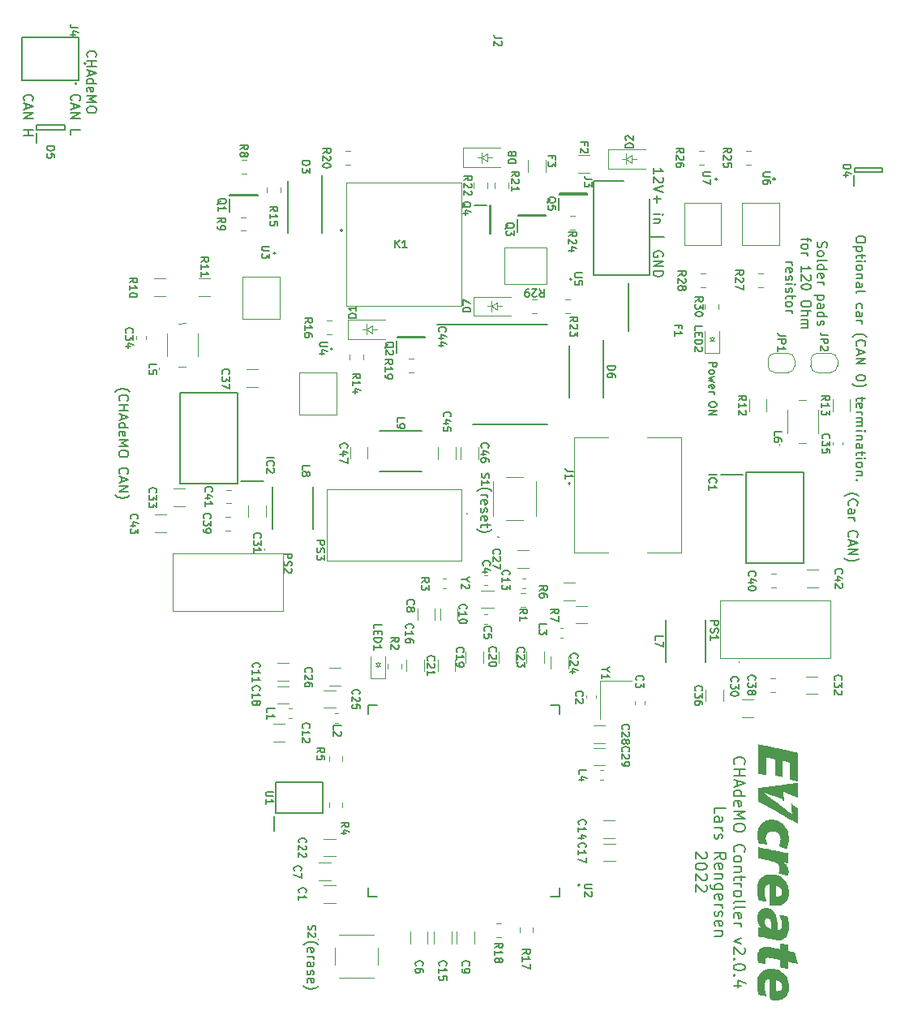
<source format=gto>
G04 #@! TF.GenerationSoftware,KiCad,Pcbnew,(5.1.6-0-10_14)*
G04 #@! TF.CreationDate,2022-02-24T22:08:20+01:00*
G04 #@! TF.ProjectId,CHAdeMO_V2.0,43484164-654d-44f5-9f56-322e302e6b69,rev?*
G04 #@! TF.SameCoordinates,Original*
G04 #@! TF.FileFunction,Legend,Top*
G04 #@! TF.FilePolarity,Positive*
%FSLAX46Y46*%
G04 Gerber Fmt 4.6, Leading zero omitted, Abs format (unit mm)*
G04 Created by KiCad (PCBNEW (5.1.6-0-10_14)) date 2022-02-24 22:08:20*
%MOMM*%
%LPD*%
G01*
G04 APERTURE LIST*
%ADD10C,0.150000*%
%ADD11C,0.200000*%
%ADD12C,0.120000*%
%ADD13C,0.100000*%
%ADD14C,0.127000*%
%ADD15C,0.010000*%
G04 APERTURE END LIST*
D10*
X121975195Y-79953190D02*
X122775195Y-79953190D01*
X122775195Y-80257952D01*
X122737100Y-80334142D01*
X122699004Y-80372238D01*
X122622814Y-80410333D01*
X122508528Y-80410333D01*
X122432338Y-80372238D01*
X122394242Y-80334142D01*
X122356147Y-80257952D01*
X122356147Y-79953190D01*
X121975195Y-80867476D02*
X122013290Y-80791285D01*
X122051385Y-80753190D01*
X122127576Y-80715095D01*
X122356147Y-80715095D01*
X122432338Y-80753190D01*
X122470433Y-80791285D01*
X122508528Y-80867476D01*
X122508528Y-80981761D01*
X122470433Y-81057952D01*
X122432338Y-81096047D01*
X122356147Y-81134142D01*
X122127576Y-81134142D01*
X122051385Y-81096047D01*
X122013290Y-81057952D01*
X121975195Y-80981761D01*
X121975195Y-80867476D01*
X122508528Y-81400809D02*
X121975195Y-81553190D01*
X122356147Y-81705571D01*
X121975195Y-81857952D01*
X122508528Y-82010333D01*
X122013290Y-82619857D02*
X121975195Y-82543666D01*
X121975195Y-82391285D01*
X122013290Y-82315095D01*
X122089480Y-82277000D01*
X122394242Y-82277000D01*
X122470433Y-82315095D01*
X122508528Y-82391285D01*
X122508528Y-82543666D01*
X122470433Y-82619857D01*
X122394242Y-82657952D01*
X122318052Y-82657952D01*
X122241861Y-82277000D01*
X121975195Y-83000809D02*
X122508528Y-83000809D01*
X122356147Y-83000809D02*
X122432338Y-83038904D01*
X122470433Y-83077000D01*
X122508528Y-83153190D01*
X122508528Y-83229380D01*
X122775195Y-84257952D02*
X122775195Y-84410333D01*
X122737100Y-84486523D01*
X122660909Y-84562714D01*
X122508528Y-84600809D01*
X122241861Y-84600809D01*
X122089480Y-84562714D01*
X122013290Y-84486523D01*
X121975195Y-84410333D01*
X121975195Y-84257952D01*
X122013290Y-84181761D01*
X122089480Y-84105571D01*
X122241861Y-84067476D01*
X122508528Y-84067476D01*
X122660909Y-84105571D01*
X122737100Y-84181761D01*
X122775195Y-84257952D01*
X121975195Y-84943666D02*
X122775195Y-84943666D01*
X121975195Y-85400809D01*
X122775195Y-85400809D01*
X57110357Y-48053952D02*
X57062738Y-48006333D01*
X57015119Y-47863476D01*
X57015119Y-47768238D01*
X57062738Y-47625380D01*
X57157976Y-47530142D01*
X57253214Y-47482523D01*
X57443690Y-47434904D01*
X57586547Y-47434904D01*
X57777023Y-47482523D01*
X57872261Y-47530142D01*
X57967500Y-47625380D01*
X58015119Y-47768238D01*
X58015119Y-47863476D01*
X57967500Y-48006333D01*
X57919880Y-48053952D01*
X57015119Y-48482523D02*
X58015119Y-48482523D01*
X57538928Y-48482523D02*
X57538928Y-49053952D01*
X57015119Y-49053952D02*
X58015119Y-49053952D01*
X57300833Y-49482523D02*
X57300833Y-49958714D01*
X57015119Y-49387285D02*
X58015119Y-49720619D01*
X57015119Y-50053952D01*
X57015119Y-50815857D02*
X58015119Y-50815857D01*
X57062738Y-50815857D02*
X57015119Y-50720619D01*
X57015119Y-50530142D01*
X57062738Y-50434904D01*
X57110357Y-50387285D01*
X57205595Y-50339666D01*
X57491309Y-50339666D01*
X57586547Y-50387285D01*
X57634166Y-50434904D01*
X57681785Y-50530142D01*
X57681785Y-50720619D01*
X57634166Y-50815857D01*
X57062738Y-51673000D02*
X57015119Y-51577761D01*
X57015119Y-51387285D01*
X57062738Y-51292047D01*
X57157976Y-51244428D01*
X57538928Y-51244428D01*
X57634166Y-51292047D01*
X57681785Y-51387285D01*
X57681785Y-51577761D01*
X57634166Y-51673000D01*
X57538928Y-51720619D01*
X57443690Y-51720619D01*
X57348452Y-51244428D01*
X57015119Y-52149190D02*
X58015119Y-52149190D01*
X57300833Y-52482523D01*
X58015119Y-52815857D01*
X57015119Y-52815857D01*
X58015119Y-53482523D02*
X58015119Y-53673000D01*
X57967500Y-53768238D01*
X57872261Y-53863476D01*
X57681785Y-53911095D01*
X57348452Y-53911095D01*
X57157976Y-53863476D01*
X57062738Y-53768238D01*
X57015119Y-53673000D01*
X57015119Y-53482523D01*
X57062738Y-53387285D01*
X57157976Y-53292047D01*
X57348452Y-53244428D01*
X57681785Y-53244428D01*
X57872261Y-53292047D01*
X57967500Y-53387285D01*
X58015119Y-53482523D01*
X55446657Y-52601976D02*
X55399038Y-52554357D01*
X55351419Y-52411500D01*
X55351419Y-52316262D01*
X55399038Y-52173405D01*
X55494276Y-52078167D01*
X55589514Y-52030548D01*
X55779990Y-51982928D01*
X55922847Y-51982928D01*
X56113323Y-52030548D01*
X56208561Y-52078167D01*
X56303800Y-52173405D01*
X56351419Y-52316262D01*
X56351419Y-52411500D01*
X56303800Y-52554357D01*
X56256180Y-52601976D01*
X55637133Y-52982928D02*
X55637133Y-53459119D01*
X55351419Y-52887690D02*
X56351419Y-53221024D01*
X55351419Y-53554357D01*
X55351419Y-53887690D02*
X56351419Y-53887690D01*
X55351419Y-54459119D01*
X56351419Y-54459119D01*
X55351419Y-56173405D02*
X55351419Y-55697214D01*
X56351419Y-55697214D01*
X50506357Y-52601976D02*
X50458738Y-52554357D01*
X50411119Y-52411500D01*
X50411119Y-52316262D01*
X50458738Y-52173405D01*
X50553976Y-52078167D01*
X50649214Y-52030548D01*
X50839690Y-51982929D01*
X50982547Y-51982929D01*
X51173023Y-52030548D01*
X51268261Y-52078167D01*
X51363500Y-52173405D01*
X51411119Y-52316262D01*
X51411119Y-52411500D01*
X51363500Y-52554357D01*
X51315880Y-52601976D01*
X50696833Y-52982929D02*
X50696833Y-53459119D01*
X50411119Y-52887691D02*
X51411119Y-53221024D01*
X50411119Y-53554357D01*
X50411119Y-53887691D02*
X51411119Y-53887691D01*
X50411119Y-54459119D01*
X51411119Y-54459119D01*
X50411119Y-55697215D02*
X51411119Y-55697215D01*
X50934928Y-55697215D02*
X50934928Y-56268643D01*
X50411119Y-56268643D02*
X51411119Y-56268643D01*
X133325238Y-67370914D02*
X133277619Y-67513771D01*
X133277619Y-67751866D01*
X133325238Y-67847104D01*
X133372857Y-67894723D01*
X133468095Y-67942342D01*
X133563333Y-67942342D01*
X133658571Y-67894723D01*
X133706190Y-67847104D01*
X133753809Y-67751866D01*
X133801428Y-67561390D01*
X133849047Y-67466152D01*
X133896666Y-67418533D01*
X133991904Y-67370914D01*
X134087142Y-67370914D01*
X134182380Y-67418533D01*
X134230000Y-67466152D01*
X134277619Y-67561390D01*
X134277619Y-67799485D01*
X134230000Y-67942342D01*
X133277619Y-68513771D02*
X133325238Y-68418533D01*
X133372857Y-68370914D01*
X133468095Y-68323295D01*
X133753809Y-68323295D01*
X133849047Y-68370914D01*
X133896666Y-68418533D01*
X133944285Y-68513771D01*
X133944285Y-68656628D01*
X133896666Y-68751866D01*
X133849047Y-68799485D01*
X133753809Y-68847104D01*
X133468095Y-68847104D01*
X133372857Y-68799485D01*
X133325238Y-68751866D01*
X133277619Y-68656628D01*
X133277619Y-68513771D01*
X133277619Y-69418533D02*
X133325238Y-69323295D01*
X133420476Y-69275676D01*
X134277619Y-69275676D01*
X133277619Y-70228057D02*
X134277619Y-70228057D01*
X133325238Y-70228057D02*
X133277619Y-70132819D01*
X133277619Y-69942342D01*
X133325238Y-69847104D01*
X133372857Y-69799485D01*
X133468095Y-69751866D01*
X133753809Y-69751866D01*
X133849047Y-69799485D01*
X133896666Y-69847104D01*
X133944285Y-69942342D01*
X133944285Y-70132819D01*
X133896666Y-70228057D01*
X133325238Y-71085200D02*
X133277619Y-70989961D01*
X133277619Y-70799485D01*
X133325238Y-70704247D01*
X133420476Y-70656628D01*
X133801428Y-70656628D01*
X133896666Y-70704247D01*
X133944285Y-70799485D01*
X133944285Y-70989961D01*
X133896666Y-71085200D01*
X133801428Y-71132819D01*
X133706190Y-71132819D01*
X133610952Y-70656628D01*
X133277619Y-71561390D02*
X133944285Y-71561390D01*
X133753809Y-71561390D02*
X133849047Y-71609009D01*
X133896666Y-71656628D01*
X133944285Y-71751866D01*
X133944285Y-71847104D01*
X133944285Y-72942342D02*
X132944285Y-72942342D01*
X133896666Y-72942342D02*
X133944285Y-73037580D01*
X133944285Y-73228057D01*
X133896666Y-73323295D01*
X133849047Y-73370914D01*
X133753809Y-73418533D01*
X133468095Y-73418533D01*
X133372857Y-73370914D01*
X133325238Y-73323295D01*
X133277619Y-73228057D01*
X133277619Y-73037580D01*
X133325238Y-72942342D01*
X133277619Y-74275676D02*
X133801428Y-74275676D01*
X133896666Y-74228057D01*
X133944285Y-74132819D01*
X133944285Y-73942342D01*
X133896666Y-73847104D01*
X133325238Y-74275676D02*
X133277619Y-74180438D01*
X133277619Y-73942342D01*
X133325238Y-73847104D01*
X133420476Y-73799485D01*
X133515714Y-73799485D01*
X133610952Y-73847104D01*
X133658571Y-73942342D01*
X133658571Y-74180438D01*
X133706190Y-74275676D01*
X133277619Y-75180438D02*
X134277619Y-75180438D01*
X133325238Y-75180438D02*
X133277619Y-75085200D01*
X133277619Y-74894723D01*
X133325238Y-74799485D01*
X133372857Y-74751866D01*
X133468095Y-74704247D01*
X133753809Y-74704247D01*
X133849047Y-74751866D01*
X133896666Y-74799485D01*
X133944285Y-74894723D01*
X133944285Y-75085200D01*
X133896666Y-75180438D01*
X133325238Y-75609009D02*
X133277619Y-75704247D01*
X133277619Y-75894723D01*
X133325238Y-75989961D01*
X133420476Y-76037580D01*
X133468095Y-76037580D01*
X133563333Y-75989961D01*
X133610952Y-75894723D01*
X133610952Y-75751866D01*
X133658571Y-75656628D01*
X133753809Y-75609009D01*
X133801428Y-75609009D01*
X133896666Y-75656628D01*
X133944285Y-75751866D01*
X133944285Y-75894723D01*
X133896666Y-75989961D01*
X132294285Y-66918533D02*
X132294285Y-67299485D01*
X131627619Y-67061390D02*
X132484761Y-67061390D01*
X132580000Y-67109009D01*
X132627619Y-67204247D01*
X132627619Y-67299485D01*
X131627619Y-67775676D02*
X131675238Y-67680438D01*
X131722857Y-67632819D01*
X131818095Y-67585200D01*
X132103809Y-67585200D01*
X132199047Y-67632819D01*
X132246666Y-67680438D01*
X132294285Y-67775676D01*
X132294285Y-67918533D01*
X132246666Y-68013771D01*
X132199047Y-68061390D01*
X132103809Y-68109009D01*
X131818095Y-68109009D01*
X131722857Y-68061390D01*
X131675238Y-68013771D01*
X131627619Y-67918533D01*
X131627619Y-67775676D01*
X131627619Y-68537580D02*
X132294285Y-68537580D01*
X132103809Y-68537580D02*
X132199047Y-68585200D01*
X132246666Y-68632819D01*
X132294285Y-68728057D01*
X132294285Y-68823295D01*
X131627619Y-70442342D02*
X131627619Y-69870914D01*
X131627619Y-70156628D02*
X132627619Y-70156628D01*
X132484761Y-70061390D01*
X132389523Y-69966152D01*
X132341904Y-69870914D01*
X132532380Y-70823295D02*
X132580000Y-70870914D01*
X132627619Y-70966152D01*
X132627619Y-71204247D01*
X132580000Y-71299485D01*
X132532380Y-71347104D01*
X132437142Y-71394723D01*
X132341904Y-71394723D01*
X132199047Y-71347104D01*
X131627619Y-70775676D01*
X131627619Y-71394723D01*
X132627619Y-72013771D02*
X132627619Y-72109009D01*
X132580000Y-72204247D01*
X132532380Y-72251866D01*
X132437142Y-72299485D01*
X132246666Y-72347104D01*
X132008571Y-72347104D01*
X131818095Y-72299485D01*
X131722857Y-72251866D01*
X131675238Y-72204247D01*
X131627619Y-72109009D01*
X131627619Y-72013771D01*
X131675238Y-71918533D01*
X131722857Y-71870914D01*
X131818095Y-71823295D01*
X132008571Y-71775676D01*
X132246666Y-71775676D01*
X132437142Y-71823295D01*
X132532380Y-71870914D01*
X132580000Y-71918533D01*
X132627619Y-72013771D01*
X132627619Y-73728057D02*
X132627619Y-73918533D01*
X132580000Y-74013771D01*
X132484761Y-74109009D01*
X132294285Y-74156628D01*
X131960952Y-74156628D01*
X131770476Y-74109009D01*
X131675238Y-74013771D01*
X131627619Y-73918533D01*
X131627619Y-73728057D01*
X131675238Y-73632819D01*
X131770476Y-73537580D01*
X131960952Y-73489961D01*
X132294285Y-73489961D01*
X132484761Y-73537580D01*
X132580000Y-73632819D01*
X132627619Y-73728057D01*
X131627619Y-74585200D02*
X132627619Y-74585200D01*
X131627619Y-75013771D02*
X132151428Y-75013771D01*
X132246666Y-74966152D01*
X132294285Y-74870914D01*
X132294285Y-74728057D01*
X132246666Y-74632819D01*
X132199047Y-74585200D01*
X131627619Y-75489961D02*
X132294285Y-75489961D01*
X132199047Y-75489961D02*
X132246666Y-75537580D01*
X132294285Y-75632819D01*
X132294285Y-75775676D01*
X132246666Y-75870914D01*
X132151428Y-75918533D01*
X131627619Y-75918533D01*
X132151428Y-75918533D02*
X132246666Y-75966152D01*
X132294285Y-76061390D01*
X132294285Y-76204247D01*
X132246666Y-76299485D01*
X132151428Y-76347104D01*
X131627619Y-76347104D01*
X129977619Y-69489961D02*
X130644285Y-69489961D01*
X130453809Y-69489961D02*
X130549047Y-69537580D01*
X130596666Y-69585200D01*
X130644285Y-69680438D01*
X130644285Y-69775676D01*
X130025238Y-70489961D02*
X129977619Y-70394723D01*
X129977619Y-70204247D01*
X130025238Y-70109009D01*
X130120476Y-70061390D01*
X130501428Y-70061390D01*
X130596666Y-70109009D01*
X130644285Y-70204247D01*
X130644285Y-70394723D01*
X130596666Y-70489961D01*
X130501428Y-70537580D01*
X130406190Y-70537580D01*
X130310952Y-70061390D01*
X130025238Y-70918533D02*
X129977619Y-71013771D01*
X129977619Y-71204247D01*
X130025238Y-71299485D01*
X130120476Y-71347104D01*
X130168095Y-71347104D01*
X130263333Y-71299485D01*
X130310952Y-71204247D01*
X130310952Y-71061390D01*
X130358571Y-70966152D01*
X130453809Y-70918533D01*
X130501428Y-70918533D01*
X130596666Y-70966152D01*
X130644285Y-71061390D01*
X130644285Y-71204247D01*
X130596666Y-71299485D01*
X129977619Y-71775676D02*
X130644285Y-71775676D01*
X130977619Y-71775676D02*
X130930000Y-71728057D01*
X130882380Y-71775676D01*
X130930000Y-71823295D01*
X130977619Y-71775676D01*
X130882380Y-71775676D01*
X130025238Y-72204247D02*
X129977619Y-72299485D01*
X129977619Y-72489961D01*
X130025238Y-72585200D01*
X130120476Y-72632819D01*
X130168095Y-72632819D01*
X130263333Y-72585200D01*
X130310952Y-72489961D01*
X130310952Y-72347104D01*
X130358571Y-72251866D01*
X130453809Y-72204247D01*
X130501428Y-72204247D01*
X130596666Y-72251866D01*
X130644285Y-72347104D01*
X130644285Y-72489961D01*
X130596666Y-72585200D01*
X130644285Y-72918533D02*
X130644285Y-73299485D01*
X130977619Y-73061390D02*
X130120476Y-73061390D01*
X130025238Y-73109009D01*
X129977619Y-73204247D01*
X129977619Y-73299485D01*
X129977619Y-73775676D02*
X130025238Y-73680438D01*
X130072857Y-73632819D01*
X130168095Y-73585200D01*
X130453809Y-73585200D01*
X130549047Y-73632819D01*
X130596666Y-73680438D01*
X130644285Y-73775676D01*
X130644285Y-73918533D01*
X130596666Y-74013771D01*
X130549047Y-74061390D01*
X130453809Y-74109009D01*
X130168095Y-74109009D01*
X130072857Y-74061390D01*
X130025238Y-74013771D01*
X129977619Y-73918533D01*
X129977619Y-73775676D01*
X129977619Y-74537580D02*
X130644285Y-74537580D01*
X130453809Y-74537580D02*
X130549047Y-74585200D01*
X130596666Y-74632819D01*
X130644285Y-74728057D01*
X130644285Y-74823295D01*
D11*
X124670228Y-121842657D02*
X124613085Y-121785514D01*
X124555942Y-121614085D01*
X124555942Y-121499800D01*
X124613085Y-121328371D01*
X124727371Y-121214085D01*
X124841657Y-121156942D01*
X125070228Y-121099800D01*
X125241657Y-121099800D01*
X125470228Y-121156942D01*
X125584514Y-121214085D01*
X125698800Y-121328371D01*
X125755942Y-121499800D01*
X125755942Y-121614085D01*
X125698800Y-121785514D01*
X125641657Y-121842657D01*
X124555942Y-122356942D02*
X125755942Y-122356942D01*
X125184514Y-122356942D02*
X125184514Y-123042657D01*
X124555942Y-123042657D02*
X125755942Y-123042657D01*
X124898800Y-123556942D02*
X124898800Y-124128371D01*
X124555942Y-123442657D02*
X125755942Y-123842657D01*
X124555942Y-124242657D01*
X124555942Y-125156942D02*
X125755942Y-125156942D01*
X124613085Y-125156942D02*
X124555942Y-125042657D01*
X124555942Y-124814085D01*
X124613085Y-124699800D01*
X124670228Y-124642657D01*
X124784514Y-124585514D01*
X125127371Y-124585514D01*
X125241657Y-124642657D01*
X125298800Y-124699800D01*
X125355942Y-124814085D01*
X125355942Y-125042657D01*
X125298800Y-125156942D01*
X124613085Y-126185514D02*
X124555942Y-126071228D01*
X124555942Y-125842657D01*
X124613085Y-125728371D01*
X124727371Y-125671228D01*
X125184514Y-125671228D01*
X125298800Y-125728371D01*
X125355942Y-125842657D01*
X125355942Y-126071228D01*
X125298800Y-126185514D01*
X125184514Y-126242657D01*
X125070228Y-126242657D01*
X124955942Y-125671228D01*
X124555942Y-126756942D02*
X125755942Y-126756942D01*
X124898800Y-127156942D01*
X125755942Y-127556942D01*
X124555942Y-127556942D01*
X125755942Y-128356942D02*
X125755942Y-128585514D01*
X125698800Y-128699800D01*
X125584514Y-128814085D01*
X125355942Y-128871228D01*
X124955942Y-128871228D01*
X124727371Y-128814085D01*
X124613085Y-128699800D01*
X124555942Y-128585514D01*
X124555942Y-128356942D01*
X124613085Y-128242657D01*
X124727371Y-128128371D01*
X124955942Y-128071228D01*
X125355942Y-128071228D01*
X125584514Y-128128371D01*
X125698800Y-128242657D01*
X125755942Y-128356942D01*
X124670228Y-130985514D02*
X124613085Y-130928371D01*
X124555942Y-130756942D01*
X124555942Y-130642657D01*
X124613085Y-130471228D01*
X124727371Y-130356942D01*
X124841657Y-130299800D01*
X125070228Y-130242657D01*
X125241657Y-130242657D01*
X125470228Y-130299800D01*
X125584514Y-130356942D01*
X125698800Y-130471228D01*
X125755942Y-130642657D01*
X125755942Y-130756942D01*
X125698800Y-130928371D01*
X125641657Y-130985514D01*
X124555942Y-131671228D02*
X124613085Y-131556942D01*
X124670228Y-131499800D01*
X124784514Y-131442657D01*
X125127371Y-131442657D01*
X125241657Y-131499800D01*
X125298800Y-131556942D01*
X125355942Y-131671228D01*
X125355942Y-131842657D01*
X125298800Y-131956942D01*
X125241657Y-132014085D01*
X125127371Y-132071228D01*
X124784514Y-132071228D01*
X124670228Y-132014085D01*
X124613085Y-131956942D01*
X124555942Y-131842657D01*
X124555942Y-131671228D01*
X125355942Y-132585514D02*
X124555942Y-132585514D01*
X125241657Y-132585514D02*
X125298800Y-132642657D01*
X125355942Y-132756942D01*
X125355942Y-132928371D01*
X125298800Y-133042657D01*
X125184514Y-133099800D01*
X124555942Y-133099800D01*
X125355942Y-133499800D02*
X125355942Y-133956942D01*
X125755942Y-133671228D02*
X124727371Y-133671228D01*
X124613085Y-133728371D01*
X124555942Y-133842657D01*
X124555942Y-133956942D01*
X124555942Y-134356942D02*
X125355942Y-134356942D01*
X125127371Y-134356942D02*
X125241657Y-134414085D01*
X125298800Y-134471228D01*
X125355942Y-134585514D01*
X125355942Y-134699800D01*
X124555942Y-135271228D02*
X124613085Y-135156942D01*
X124670228Y-135099800D01*
X124784514Y-135042657D01*
X125127371Y-135042657D01*
X125241657Y-135099800D01*
X125298800Y-135156942D01*
X125355942Y-135271228D01*
X125355942Y-135442657D01*
X125298800Y-135556942D01*
X125241657Y-135614085D01*
X125127371Y-135671228D01*
X124784514Y-135671228D01*
X124670228Y-135614085D01*
X124613085Y-135556942D01*
X124555942Y-135442657D01*
X124555942Y-135271228D01*
X124555942Y-136356942D02*
X124613085Y-136242657D01*
X124727371Y-136185514D01*
X125755942Y-136185514D01*
X124555942Y-136985514D02*
X124613085Y-136871228D01*
X124727371Y-136814085D01*
X125755942Y-136814085D01*
X124613085Y-137899800D02*
X124555942Y-137785514D01*
X124555942Y-137556942D01*
X124613085Y-137442657D01*
X124727371Y-137385514D01*
X125184514Y-137385514D01*
X125298800Y-137442657D01*
X125355942Y-137556942D01*
X125355942Y-137785514D01*
X125298800Y-137899800D01*
X125184514Y-137956942D01*
X125070228Y-137956942D01*
X124955942Y-137385514D01*
X124555942Y-138471228D02*
X125355942Y-138471228D01*
X125127371Y-138471228D02*
X125241657Y-138528371D01*
X125298800Y-138585514D01*
X125355942Y-138699800D01*
X125355942Y-138814085D01*
X125355942Y-140014085D02*
X124555942Y-140299800D01*
X125355942Y-140585514D01*
X125641657Y-140985514D02*
X125698800Y-141042657D01*
X125755942Y-141156942D01*
X125755942Y-141442657D01*
X125698800Y-141556942D01*
X125641657Y-141614085D01*
X125527371Y-141671228D01*
X125413085Y-141671228D01*
X125241657Y-141614085D01*
X124555942Y-140928371D01*
X124555942Y-141671228D01*
X124670228Y-142185514D02*
X124613085Y-142242657D01*
X124555942Y-142185514D01*
X124613085Y-142128371D01*
X124670228Y-142185514D01*
X124555942Y-142185514D01*
X125755942Y-142985514D02*
X125755942Y-143099800D01*
X125698800Y-143214085D01*
X125641657Y-143271228D01*
X125527371Y-143328371D01*
X125298800Y-143385514D01*
X125013085Y-143385514D01*
X124784514Y-143328371D01*
X124670228Y-143271228D01*
X124613085Y-143214085D01*
X124555942Y-143099800D01*
X124555942Y-142985514D01*
X124613085Y-142871228D01*
X124670228Y-142814085D01*
X124784514Y-142756942D01*
X125013085Y-142699800D01*
X125298800Y-142699800D01*
X125527371Y-142756942D01*
X125641657Y-142814085D01*
X125698800Y-142871228D01*
X125755942Y-142985514D01*
X124670228Y-143899800D02*
X124613085Y-143956942D01*
X124555942Y-143899800D01*
X124613085Y-143842657D01*
X124670228Y-143899800D01*
X124555942Y-143899800D01*
X125355942Y-144985514D02*
X124555942Y-144985514D01*
X125813085Y-144699800D02*
X124955942Y-144414085D01*
X124955942Y-145156942D01*
X122555942Y-126985514D02*
X122555942Y-126414085D01*
X123755942Y-126414085D01*
X122555942Y-127899800D02*
X123184514Y-127899800D01*
X123298800Y-127842657D01*
X123355942Y-127728371D01*
X123355942Y-127499800D01*
X123298800Y-127385514D01*
X122613085Y-127899800D02*
X122555942Y-127785514D01*
X122555942Y-127499800D01*
X122613085Y-127385514D01*
X122727371Y-127328371D01*
X122841657Y-127328371D01*
X122955942Y-127385514D01*
X123013085Y-127499800D01*
X123013085Y-127785514D01*
X123070228Y-127899800D01*
X122555942Y-128471228D02*
X123355942Y-128471228D01*
X123127371Y-128471228D02*
X123241657Y-128528371D01*
X123298800Y-128585514D01*
X123355942Y-128699800D01*
X123355942Y-128814085D01*
X122613085Y-129156942D02*
X122555942Y-129271228D01*
X122555942Y-129499800D01*
X122613085Y-129614085D01*
X122727371Y-129671228D01*
X122784514Y-129671228D01*
X122898800Y-129614085D01*
X122955942Y-129499800D01*
X122955942Y-129328371D01*
X123013085Y-129214085D01*
X123127371Y-129156942D01*
X123184514Y-129156942D01*
X123298800Y-129214085D01*
X123355942Y-129328371D01*
X123355942Y-129499800D01*
X123298800Y-129614085D01*
X122555942Y-131785514D02*
X123127371Y-131385514D01*
X122555942Y-131099800D02*
X123755942Y-131099800D01*
X123755942Y-131556942D01*
X123698800Y-131671228D01*
X123641657Y-131728371D01*
X123527371Y-131785514D01*
X123355942Y-131785514D01*
X123241657Y-131728371D01*
X123184514Y-131671228D01*
X123127371Y-131556942D01*
X123127371Y-131099800D01*
X122613085Y-132756942D02*
X122555942Y-132642657D01*
X122555942Y-132414085D01*
X122613085Y-132299800D01*
X122727371Y-132242657D01*
X123184514Y-132242657D01*
X123298800Y-132299800D01*
X123355942Y-132414085D01*
X123355942Y-132642657D01*
X123298800Y-132756942D01*
X123184514Y-132814085D01*
X123070228Y-132814085D01*
X122955942Y-132242657D01*
X123355942Y-133328371D02*
X122555942Y-133328371D01*
X123241657Y-133328371D02*
X123298800Y-133385514D01*
X123355942Y-133499800D01*
X123355942Y-133671228D01*
X123298800Y-133785514D01*
X123184514Y-133842657D01*
X122555942Y-133842657D01*
X123355942Y-134928371D02*
X122384514Y-134928371D01*
X122270228Y-134871228D01*
X122213085Y-134814085D01*
X122155942Y-134699800D01*
X122155942Y-134528371D01*
X122213085Y-134414085D01*
X122613085Y-134928371D02*
X122555942Y-134814085D01*
X122555942Y-134585514D01*
X122613085Y-134471228D01*
X122670228Y-134414085D01*
X122784514Y-134356942D01*
X123127371Y-134356942D01*
X123241657Y-134414085D01*
X123298800Y-134471228D01*
X123355942Y-134585514D01*
X123355942Y-134814085D01*
X123298800Y-134928371D01*
X122613085Y-135956942D02*
X122555942Y-135842657D01*
X122555942Y-135614085D01*
X122613085Y-135499800D01*
X122727371Y-135442657D01*
X123184514Y-135442657D01*
X123298800Y-135499800D01*
X123355942Y-135614085D01*
X123355942Y-135842657D01*
X123298800Y-135956942D01*
X123184514Y-136014085D01*
X123070228Y-136014085D01*
X122955942Y-135442657D01*
X122555942Y-136528371D02*
X123355942Y-136528371D01*
X123127371Y-136528371D02*
X123241657Y-136585514D01*
X123298800Y-136642657D01*
X123355942Y-136756942D01*
X123355942Y-136871228D01*
X122613085Y-137214085D02*
X122555942Y-137328371D01*
X122555942Y-137556942D01*
X122613085Y-137671228D01*
X122727371Y-137728371D01*
X122784514Y-137728371D01*
X122898800Y-137671228D01*
X122955942Y-137556942D01*
X122955942Y-137385514D01*
X123013085Y-137271228D01*
X123127371Y-137214085D01*
X123184514Y-137214085D01*
X123298800Y-137271228D01*
X123355942Y-137385514D01*
X123355942Y-137556942D01*
X123298800Y-137671228D01*
X122613085Y-138699800D02*
X122555942Y-138585514D01*
X122555942Y-138356942D01*
X122613085Y-138242657D01*
X122727371Y-138185514D01*
X123184514Y-138185514D01*
X123298800Y-138242657D01*
X123355942Y-138356942D01*
X123355942Y-138585514D01*
X123298800Y-138699800D01*
X123184514Y-138756942D01*
X123070228Y-138756942D01*
X122955942Y-138185514D01*
X123355942Y-139271228D02*
X122555942Y-139271228D01*
X123241657Y-139271228D02*
X123298800Y-139328371D01*
X123355942Y-139442657D01*
X123355942Y-139614085D01*
X123298800Y-139728371D01*
X123184514Y-139785514D01*
X122555942Y-139785514D01*
X121641657Y-131042657D02*
X121698800Y-131099800D01*
X121755942Y-131214085D01*
X121755942Y-131499800D01*
X121698800Y-131614085D01*
X121641657Y-131671228D01*
X121527371Y-131728371D01*
X121413085Y-131728371D01*
X121241657Y-131671228D01*
X120555942Y-130985514D01*
X120555942Y-131728371D01*
X121755942Y-132471228D02*
X121755942Y-132585514D01*
X121698800Y-132699800D01*
X121641657Y-132756942D01*
X121527371Y-132814085D01*
X121298800Y-132871228D01*
X121013085Y-132871228D01*
X120784514Y-132814085D01*
X120670228Y-132756942D01*
X120613085Y-132699800D01*
X120555942Y-132585514D01*
X120555942Y-132471228D01*
X120613085Y-132356942D01*
X120670228Y-132299800D01*
X120784514Y-132242657D01*
X121013085Y-132185514D01*
X121298800Y-132185514D01*
X121527371Y-132242657D01*
X121641657Y-132299800D01*
X121698800Y-132356942D01*
X121755942Y-132471228D01*
X121641657Y-133328371D02*
X121698800Y-133385514D01*
X121755942Y-133499800D01*
X121755942Y-133785514D01*
X121698800Y-133899800D01*
X121641657Y-133956942D01*
X121527371Y-134014085D01*
X121413085Y-134014085D01*
X121241657Y-133956942D01*
X120555942Y-133271228D01*
X120555942Y-134014085D01*
X121641657Y-134471228D02*
X121698800Y-134528371D01*
X121755942Y-134642657D01*
X121755942Y-134928371D01*
X121698800Y-135042657D01*
X121641657Y-135099800D01*
X121527371Y-135156942D01*
X121413085Y-135156942D01*
X121241657Y-135099800D01*
X120555942Y-134414085D01*
X120555942Y-135156942D01*
D10*
X138317219Y-67027447D02*
X138317219Y-67217923D01*
X138269600Y-67313161D01*
X138174361Y-67408400D01*
X137983885Y-67456019D01*
X137650552Y-67456019D01*
X137460076Y-67408400D01*
X137364838Y-67313161D01*
X137317219Y-67217923D01*
X137317219Y-67027447D01*
X137364838Y-66932209D01*
X137460076Y-66836971D01*
X137650552Y-66789352D01*
X137983885Y-66789352D01*
X138174361Y-66836971D01*
X138269600Y-66932209D01*
X138317219Y-67027447D01*
X137983885Y-67884590D02*
X136983885Y-67884590D01*
X137936266Y-67884590D02*
X137983885Y-67979828D01*
X137983885Y-68170304D01*
X137936266Y-68265542D01*
X137888647Y-68313161D01*
X137793409Y-68360780D01*
X137507695Y-68360780D01*
X137412457Y-68313161D01*
X137364838Y-68265542D01*
X137317219Y-68170304D01*
X137317219Y-67979828D01*
X137364838Y-67884590D01*
X137983885Y-68646495D02*
X137983885Y-69027447D01*
X138317219Y-68789352D02*
X137460076Y-68789352D01*
X137364838Y-68836971D01*
X137317219Y-68932209D01*
X137317219Y-69027447D01*
X137317219Y-69360780D02*
X137983885Y-69360780D01*
X138317219Y-69360780D02*
X138269600Y-69313161D01*
X138221980Y-69360780D01*
X138269600Y-69408400D01*
X138317219Y-69360780D01*
X138221980Y-69360780D01*
X137317219Y-69979828D02*
X137364838Y-69884590D01*
X137412457Y-69836971D01*
X137507695Y-69789352D01*
X137793409Y-69789352D01*
X137888647Y-69836971D01*
X137936266Y-69884590D01*
X137983885Y-69979828D01*
X137983885Y-70122685D01*
X137936266Y-70217923D01*
X137888647Y-70265542D01*
X137793409Y-70313161D01*
X137507695Y-70313161D01*
X137412457Y-70265542D01*
X137364838Y-70217923D01*
X137317219Y-70122685D01*
X137317219Y-69979828D01*
X137983885Y-70741733D02*
X137317219Y-70741733D01*
X137888647Y-70741733D02*
X137936266Y-70789352D01*
X137983885Y-70884590D01*
X137983885Y-71027447D01*
X137936266Y-71122685D01*
X137841028Y-71170304D01*
X137317219Y-71170304D01*
X137317219Y-72075066D02*
X137841028Y-72075066D01*
X137936266Y-72027447D01*
X137983885Y-71932209D01*
X137983885Y-71741733D01*
X137936266Y-71646495D01*
X137364838Y-72075066D02*
X137317219Y-71979828D01*
X137317219Y-71741733D01*
X137364838Y-71646495D01*
X137460076Y-71598876D01*
X137555314Y-71598876D01*
X137650552Y-71646495D01*
X137698171Y-71741733D01*
X137698171Y-71979828D01*
X137745790Y-72075066D01*
X137317219Y-72694114D02*
X137364838Y-72598876D01*
X137460076Y-72551257D01*
X138317219Y-72551257D01*
X137364838Y-74265542D02*
X137317219Y-74170304D01*
X137317219Y-73979828D01*
X137364838Y-73884590D01*
X137412457Y-73836971D01*
X137507695Y-73789352D01*
X137793409Y-73789352D01*
X137888647Y-73836971D01*
X137936266Y-73884590D01*
X137983885Y-73979828D01*
X137983885Y-74170304D01*
X137936266Y-74265542D01*
X137317219Y-75122685D02*
X137841028Y-75122685D01*
X137936266Y-75075066D01*
X137983885Y-74979828D01*
X137983885Y-74789352D01*
X137936266Y-74694114D01*
X137364838Y-75122685D02*
X137317219Y-75027447D01*
X137317219Y-74789352D01*
X137364838Y-74694114D01*
X137460076Y-74646495D01*
X137555314Y-74646495D01*
X137650552Y-74694114D01*
X137698171Y-74789352D01*
X137698171Y-75027447D01*
X137745790Y-75122685D01*
X137317219Y-75598876D02*
X137983885Y-75598876D01*
X137793409Y-75598876D02*
X137888647Y-75646495D01*
X137936266Y-75694114D01*
X137983885Y-75789352D01*
X137983885Y-75884590D01*
X136936266Y-77265542D02*
X136983885Y-77217923D01*
X137126742Y-77122685D01*
X137221980Y-77075066D01*
X137364838Y-77027447D01*
X137602933Y-76979828D01*
X137793409Y-76979828D01*
X138031504Y-77027447D01*
X138174361Y-77075066D01*
X138269600Y-77122685D01*
X138412457Y-77217923D01*
X138460076Y-77265542D01*
X137412457Y-78217923D02*
X137364838Y-78170304D01*
X137317219Y-78027447D01*
X137317219Y-77932209D01*
X137364838Y-77789352D01*
X137460076Y-77694114D01*
X137555314Y-77646495D01*
X137745790Y-77598876D01*
X137888647Y-77598876D01*
X138079123Y-77646495D01*
X138174361Y-77694114D01*
X138269600Y-77789352D01*
X138317219Y-77932209D01*
X138317219Y-78027447D01*
X138269600Y-78170304D01*
X138221980Y-78217923D01*
X137602933Y-78598876D02*
X137602933Y-79075066D01*
X137317219Y-78503638D02*
X138317219Y-78836971D01*
X137317219Y-79170304D01*
X137317219Y-79503638D02*
X138317219Y-79503638D01*
X137317219Y-80075066D01*
X138317219Y-80075066D01*
X138317219Y-81503638D02*
X138317219Y-81598876D01*
X138269600Y-81694114D01*
X138221980Y-81741733D01*
X138126742Y-81789352D01*
X137936266Y-81836971D01*
X137698171Y-81836971D01*
X137507695Y-81789352D01*
X137412457Y-81741733D01*
X137364838Y-81694114D01*
X137317219Y-81598876D01*
X137317219Y-81503638D01*
X137364838Y-81408400D01*
X137412457Y-81360780D01*
X137507695Y-81313161D01*
X137698171Y-81265542D01*
X137936266Y-81265542D01*
X138126742Y-81313161D01*
X138221980Y-81360780D01*
X138269600Y-81408400D01*
X138317219Y-81503638D01*
X136936266Y-82170304D02*
X136983885Y-82217923D01*
X137126742Y-82313161D01*
X137221980Y-82360780D01*
X137364838Y-82408400D01*
X137602933Y-82456019D01*
X137793409Y-82456019D01*
X138031504Y-82408400D01*
X138174361Y-82360780D01*
X138269600Y-82313161D01*
X138412457Y-82217923D01*
X138460076Y-82170304D01*
X137983885Y-83551257D02*
X137983885Y-83932209D01*
X138317219Y-83694114D02*
X137460076Y-83694114D01*
X137364838Y-83741733D01*
X137317219Y-83836971D01*
X137317219Y-83932209D01*
X137364838Y-84646495D02*
X137317219Y-84551257D01*
X137317219Y-84360780D01*
X137364838Y-84265542D01*
X137460076Y-84217923D01*
X137841028Y-84217923D01*
X137936266Y-84265542D01*
X137983885Y-84360780D01*
X137983885Y-84551257D01*
X137936266Y-84646495D01*
X137841028Y-84694114D01*
X137745790Y-84694114D01*
X137650552Y-84217923D01*
X137317219Y-85122685D02*
X137983885Y-85122685D01*
X137793409Y-85122685D02*
X137888647Y-85170304D01*
X137936266Y-85217923D01*
X137983885Y-85313161D01*
X137983885Y-85408400D01*
X137317219Y-85741733D02*
X137983885Y-85741733D01*
X137888647Y-85741733D02*
X137936266Y-85789352D01*
X137983885Y-85884590D01*
X137983885Y-86027447D01*
X137936266Y-86122685D01*
X137841028Y-86170304D01*
X137317219Y-86170304D01*
X137841028Y-86170304D02*
X137936266Y-86217923D01*
X137983885Y-86313161D01*
X137983885Y-86456019D01*
X137936266Y-86551257D01*
X137841028Y-86598876D01*
X137317219Y-86598876D01*
X137317219Y-87075066D02*
X137983885Y-87075066D01*
X138317219Y-87075066D02*
X138269600Y-87027447D01*
X138221980Y-87075066D01*
X138269600Y-87122685D01*
X138317219Y-87075066D01*
X138221980Y-87075066D01*
X137983885Y-87551257D02*
X137317219Y-87551257D01*
X137888647Y-87551257D02*
X137936266Y-87598876D01*
X137983885Y-87694114D01*
X137983885Y-87836971D01*
X137936266Y-87932209D01*
X137841028Y-87979828D01*
X137317219Y-87979828D01*
X137317219Y-88884590D02*
X137841028Y-88884590D01*
X137936266Y-88836971D01*
X137983885Y-88741733D01*
X137983885Y-88551257D01*
X137936266Y-88456019D01*
X137364838Y-88884590D02*
X137317219Y-88789352D01*
X137317219Y-88551257D01*
X137364838Y-88456019D01*
X137460076Y-88408400D01*
X137555314Y-88408400D01*
X137650552Y-88456019D01*
X137698171Y-88551257D01*
X137698171Y-88789352D01*
X137745790Y-88884590D01*
X137983885Y-89217923D02*
X137983885Y-89598876D01*
X138317219Y-89360780D02*
X137460076Y-89360780D01*
X137364838Y-89408400D01*
X137317219Y-89503638D01*
X137317219Y-89598876D01*
X137317219Y-89932209D02*
X137983885Y-89932209D01*
X138317219Y-89932209D02*
X138269600Y-89884590D01*
X138221980Y-89932209D01*
X138269600Y-89979828D01*
X138317219Y-89932209D01*
X138221980Y-89932209D01*
X137317219Y-90551257D02*
X137364838Y-90456019D01*
X137412457Y-90408400D01*
X137507695Y-90360780D01*
X137793409Y-90360780D01*
X137888647Y-90408400D01*
X137936266Y-90456019D01*
X137983885Y-90551257D01*
X137983885Y-90694114D01*
X137936266Y-90789352D01*
X137888647Y-90836971D01*
X137793409Y-90884590D01*
X137507695Y-90884590D01*
X137412457Y-90836971D01*
X137364838Y-90789352D01*
X137317219Y-90694114D01*
X137317219Y-90551257D01*
X137983885Y-91313161D02*
X137317219Y-91313161D01*
X137888647Y-91313161D02*
X137936266Y-91360780D01*
X137983885Y-91456019D01*
X137983885Y-91598876D01*
X137936266Y-91694114D01*
X137841028Y-91741733D01*
X137317219Y-91741733D01*
X137412457Y-92217923D02*
X137364838Y-92265542D01*
X137317219Y-92217923D01*
X137364838Y-92170304D01*
X137412457Y-92217923D01*
X137317219Y-92217923D01*
X136123466Y-93891504D02*
X136171085Y-93843885D01*
X136313942Y-93748647D01*
X136409180Y-93701028D01*
X136552038Y-93653409D01*
X136790133Y-93605790D01*
X136980609Y-93605790D01*
X137218704Y-93653409D01*
X137361561Y-93701028D01*
X137456800Y-93748647D01*
X137599657Y-93843885D01*
X137647276Y-93891504D01*
X136599657Y-94843885D02*
X136552038Y-94796266D01*
X136504419Y-94653409D01*
X136504419Y-94558171D01*
X136552038Y-94415314D01*
X136647276Y-94320076D01*
X136742514Y-94272457D01*
X136932990Y-94224838D01*
X137075847Y-94224838D01*
X137266323Y-94272457D01*
X137361561Y-94320076D01*
X137456800Y-94415314D01*
X137504419Y-94558171D01*
X137504419Y-94653409D01*
X137456800Y-94796266D01*
X137409180Y-94843885D01*
X136504419Y-95701028D02*
X137028228Y-95701028D01*
X137123466Y-95653409D01*
X137171085Y-95558171D01*
X137171085Y-95367695D01*
X137123466Y-95272457D01*
X136552038Y-95701028D02*
X136504419Y-95605790D01*
X136504419Y-95367695D01*
X136552038Y-95272457D01*
X136647276Y-95224838D01*
X136742514Y-95224838D01*
X136837752Y-95272457D01*
X136885371Y-95367695D01*
X136885371Y-95605790D01*
X136932990Y-95701028D01*
X136504419Y-96177219D02*
X137171085Y-96177219D01*
X136980609Y-96177219D02*
X137075847Y-96224838D01*
X137123466Y-96272457D01*
X137171085Y-96367695D01*
X137171085Y-96462933D01*
X136599657Y-98129600D02*
X136552038Y-98081980D01*
X136504419Y-97939123D01*
X136504419Y-97843885D01*
X136552038Y-97701028D01*
X136647276Y-97605790D01*
X136742514Y-97558171D01*
X136932990Y-97510552D01*
X137075847Y-97510552D01*
X137266323Y-97558171D01*
X137361561Y-97605790D01*
X137456800Y-97701028D01*
X137504419Y-97843885D01*
X137504419Y-97939123D01*
X137456800Y-98081980D01*
X137409180Y-98129600D01*
X136790133Y-98510552D02*
X136790133Y-98986742D01*
X136504419Y-98415314D02*
X137504419Y-98748647D01*
X136504419Y-99081980D01*
X136504419Y-99415314D02*
X137504419Y-99415314D01*
X136504419Y-99986742D01*
X137504419Y-99986742D01*
X136123466Y-100367695D02*
X136171085Y-100415314D01*
X136313942Y-100510552D01*
X136409180Y-100558171D01*
X136552038Y-100605790D01*
X136790133Y-100653409D01*
X136980609Y-100653409D01*
X137218704Y-100605790D01*
X137361561Y-100558171D01*
X137456800Y-100510552D01*
X137599657Y-100415314D01*
X137647276Y-100367695D01*
X59974266Y-82987238D02*
X60021885Y-82939619D01*
X60164742Y-82844380D01*
X60259980Y-82796761D01*
X60402838Y-82749142D01*
X60640933Y-82701523D01*
X60831409Y-82701523D01*
X61069504Y-82749142D01*
X61212361Y-82796761D01*
X61307600Y-82844380D01*
X61450457Y-82939619D01*
X61498076Y-82987238D01*
X60450457Y-83939619D02*
X60402838Y-83892000D01*
X60355219Y-83749142D01*
X60355219Y-83653904D01*
X60402838Y-83511047D01*
X60498076Y-83415809D01*
X60593314Y-83368190D01*
X60783790Y-83320571D01*
X60926647Y-83320571D01*
X61117123Y-83368190D01*
X61212361Y-83415809D01*
X61307600Y-83511047D01*
X61355219Y-83653904D01*
X61355219Y-83749142D01*
X61307600Y-83892000D01*
X61259980Y-83939619D01*
X60355219Y-84368190D02*
X61355219Y-84368190D01*
X60879028Y-84368190D02*
X60879028Y-84939619D01*
X60355219Y-84939619D02*
X61355219Y-84939619D01*
X60640933Y-85368190D02*
X60640933Y-85844380D01*
X60355219Y-85272952D02*
X61355219Y-85606285D01*
X60355219Y-85939619D01*
X60355219Y-86701523D02*
X61355219Y-86701523D01*
X60402838Y-86701523D02*
X60355219Y-86606285D01*
X60355219Y-86415809D01*
X60402838Y-86320571D01*
X60450457Y-86272952D01*
X60545695Y-86225333D01*
X60831409Y-86225333D01*
X60926647Y-86272952D01*
X60974266Y-86320571D01*
X61021885Y-86415809D01*
X61021885Y-86606285D01*
X60974266Y-86701523D01*
X60402838Y-87558666D02*
X60355219Y-87463428D01*
X60355219Y-87272952D01*
X60402838Y-87177714D01*
X60498076Y-87130095D01*
X60879028Y-87130095D01*
X60974266Y-87177714D01*
X61021885Y-87272952D01*
X61021885Y-87463428D01*
X60974266Y-87558666D01*
X60879028Y-87606285D01*
X60783790Y-87606285D01*
X60688552Y-87130095D01*
X60355219Y-88034857D02*
X61355219Y-88034857D01*
X60640933Y-88368190D01*
X61355219Y-88701523D01*
X60355219Y-88701523D01*
X61355219Y-89368190D02*
X61355219Y-89558666D01*
X61307600Y-89653904D01*
X61212361Y-89749142D01*
X61021885Y-89796761D01*
X60688552Y-89796761D01*
X60498076Y-89749142D01*
X60402838Y-89653904D01*
X60355219Y-89558666D01*
X60355219Y-89368190D01*
X60402838Y-89272952D01*
X60498076Y-89177714D01*
X60688552Y-89130095D01*
X61021885Y-89130095D01*
X61212361Y-89177714D01*
X61307600Y-89272952D01*
X61355219Y-89368190D01*
X60450457Y-91558666D02*
X60402838Y-91511047D01*
X60355219Y-91368190D01*
X60355219Y-91272952D01*
X60402838Y-91130095D01*
X60498076Y-91034857D01*
X60593314Y-90987238D01*
X60783790Y-90939619D01*
X60926647Y-90939619D01*
X61117123Y-90987238D01*
X61212361Y-91034857D01*
X61307600Y-91130095D01*
X61355219Y-91272952D01*
X61355219Y-91368190D01*
X61307600Y-91511047D01*
X61259980Y-91558666D01*
X60640933Y-91939619D02*
X60640933Y-92415809D01*
X60355219Y-91844380D02*
X61355219Y-92177714D01*
X60355219Y-92511047D01*
X60355219Y-92844380D02*
X61355219Y-92844380D01*
X60355219Y-93415809D01*
X61355219Y-93415809D01*
X59974266Y-93796761D02*
X60021885Y-93844380D01*
X60164742Y-93939619D01*
X60259980Y-93987238D01*
X60402838Y-94034857D01*
X60640933Y-94082476D01*
X60831409Y-94082476D01*
X61069504Y-94034857D01*
X61212361Y-93987238D01*
X61307600Y-93939619D01*
X61450457Y-93844380D01*
X61498076Y-93796761D01*
X97769466Y-93351600D02*
X97817085Y-93303980D01*
X97959942Y-93208742D01*
X98055180Y-93161123D01*
X98198038Y-93113504D01*
X98436133Y-93065885D01*
X98626609Y-93065885D01*
X98864704Y-93113504D01*
X99007561Y-93161123D01*
X99102800Y-93208742D01*
X99245657Y-93303980D01*
X99293276Y-93351600D01*
X98150419Y-93732552D02*
X98817085Y-93732552D01*
X98626609Y-93732552D02*
X98721847Y-93780171D01*
X98769466Y-93827790D01*
X98817085Y-93923028D01*
X98817085Y-94018266D01*
X98198038Y-94732552D02*
X98150419Y-94637314D01*
X98150419Y-94446838D01*
X98198038Y-94351600D01*
X98293276Y-94303980D01*
X98674228Y-94303980D01*
X98769466Y-94351600D01*
X98817085Y-94446838D01*
X98817085Y-94637314D01*
X98769466Y-94732552D01*
X98674228Y-94780171D01*
X98578990Y-94780171D01*
X98483752Y-94303980D01*
X98198038Y-95161123D02*
X98150419Y-95256361D01*
X98150419Y-95446838D01*
X98198038Y-95542076D01*
X98293276Y-95589695D01*
X98340895Y-95589695D01*
X98436133Y-95542076D01*
X98483752Y-95446838D01*
X98483752Y-95303980D01*
X98531371Y-95208742D01*
X98626609Y-95161123D01*
X98674228Y-95161123D01*
X98769466Y-95208742D01*
X98817085Y-95303980D01*
X98817085Y-95446838D01*
X98769466Y-95542076D01*
X98198038Y-96399219D02*
X98150419Y-96303980D01*
X98150419Y-96113504D01*
X98198038Y-96018266D01*
X98293276Y-95970647D01*
X98674228Y-95970647D01*
X98769466Y-96018266D01*
X98817085Y-96113504D01*
X98817085Y-96303980D01*
X98769466Y-96399219D01*
X98674228Y-96446838D01*
X98578990Y-96446838D01*
X98483752Y-95970647D01*
X98817085Y-96732552D02*
X98817085Y-97113504D01*
X99150419Y-96875409D02*
X98293276Y-96875409D01*
X98198038Y-96923028D01*
X98150419Y-97018266D01*
X98150419Y-97113504D01*
X97769466Y-97351600D02*
X97817085Y-97399219D01*
X97959942Y-97494457D01*
X98055180Y-97542076D01*
X98198038Y-97589695D01*
X98436133Y-97637314D01*
X98626609Y-97637314D01*
X98864704Y-97589695D01*
X99007561Y-97542076D01*
X99102800Y-97494457D01*
X99245657Y-97399219D01*
X99293276Y-97351600D01*
X79639866Y-140682933D02*
X79687485Y-140635314D01*
X79830342Y-140540076D01*
X79925580Y-140492457D01*
X80068438Y-140444838D01*
X80306533Y-140397219D01*
X80497009Y-140397219D01*
X80735104Y-140444838D01*
X80877961Y-140492457D01*
X80973200Y-140540076D01*
X81116057Y-140635314D01*
X81163676Y-140682933D01*
X80068438Y-141444838D02*
X80020819Y-141349600D01*
X80020819Y-141159123D01*
X80068438Y-141063885D01*
X80163676Y-141016266D01*
X80544628Y-141016266D01*
X80639866Y-141063885D01*
X80687485Y-141159123D01*
X80687485Y-141349600D01*
X80639866Y-141444838D01*
X80544628Y-141492457D01*
X80449390Y-141492457D01*
X80354152Y-141016266D01*
X80020819Y-141921028D02*
X80687485Y-141921028D01*
X80497009Y-141921028D02*
X80592247Y-141968647D01*
X80639866Y-142016266D01*
X80687485Y-142111504D01*
X80687485Y-142206742D01*
X80020819Y-142968647D02*
X80544628Y-142968647D01*
X80639866Y-142921028D01*
X80687485Y-142825790D01*
X80687485Y-142635314D01*
X80639866Y-142540076D01*
X80068438Y-142968647D02*
X80020819Y-142873409D01*
X80020819Y-142635314D01*
X80068438Y-142540076D01*
X80163676Y-142492457D01*
X80258914Y-142492457D01*
X80354152Y-142540076D01*
X80401771Y-142635314D01*
X80401771Y-142873409D01*
X80449390Y-142968647D01*
X80068438Y-143397219D02*
X80020819Y-143492457D01*
X80020819Y-143682933D01*
X80068438Y-143778171D01*
X80163676Y-143825790D01*
X80211295Y-143825790D01*
X80306533Y-143778171D01*
X80354152Y-143682933D01*
X80354152Y-143540076D01*
X80401771Y-143444838D01*
X80497009Y-143397219D01*
X80544628Y-143397219D01*
X80639866Y-143444838D01*
X80687485Y-143540076D01*
X80687485Y-143682933D01*
X80639866Y-143778171D01*
X80068438Y-144635314D02*
X80020819Y-144540076D01*
X80020819Y-144349600D01*
X80068438Y-144254361D01*
X80163676Y-144206742D01*
X80544628Y-144206742D01*
X80639866Y-144254361D01*
X80687485Y-144349600D01*
X80687485Y-144540076D01*
X80639866Y-144635314D01*
X80544628Y-144682933D01*
X80449390Y-144682933D01*
X80354152Y-144206742D01*
X79639866Y-145016266D02*
X79687485Y-145063885D01*
X79830342Y-145159123D01*
X79925580Y-145206742D01*
X80068438Y-145254361D01*
X80306533Y-145301980D01*
X80497009Y-145301980D01*
X80735104Y-145254361D01*
X80877961Y-145206742D01*
X80973200Y-145159123D01*
X81116057Y-145063885D01*
X81163676Y-145016266D01*
X116184419Y-60257371D02*
X116184419Y-59685942D01*
X116184419Y-59971657D02*
X117184419Y-59971657D01*
X117041561Y-59876419D01*
X116946323Y-59781180D01*
X116898704Y-59685942D01*
X117089180Y-60638323D02*
X117136800Y-60685942D01*
X117184419Y-60781180D01*
X117184419Y-61019276D01*
X117136800Y-61114514D01*
X117089180Y-61162133D01*
X116993942Y-61209752D01*
X116898704Y-61209752D01*
X116755847Y-61162133D01*
X116184419Y-60590704D01*
X116184419Y-61209752D01*
X117184419Y-61495466D02*
X116184419Y-61828800D01*
X117184419Y-62162133D01*
X116565371Y-62495466D02*
X116565371Y-63257371D01*
X116184419Y-62876419D02*
X116946323Y-62876419D01*
X116184419Y-64495466D02*
X116851085Y-64495466D01*
X117184419Y-64495466D02*
X117136800Y-64447847D01*
X117089180Y-64495466D01*
X117136800Y-64543085D01*
X117184419Y-64495466D01*
X117089180Y-64495466D01*
X116851085Y-64971657D02*
X116184419Y-64971657D01*
X116755847Y-64971657D02*
X116803466Y-65019276D01*
X116851085Y-65114514D01*
X116851085Y-65257371D01*
X116803466Y-65352609D01*
X116708228Y-65400228D01*
X116184419Y-65400228D01*
X115851085Y-66876419D02*
X117279657Y-66876419D01*
X117136800Y-68876419D02*
X117184419Y-68781180D01*
X117184419Y-68638323D01*
X117136800Y-68495466D01*
X117041561Y-68400228D01*
X116946323Y-68352609D01*
X116755847Y-68304990D01*
X116612990Y-68304990D01*
X116422514Y-68352609D01*
X116327276Y-68400228D01*
X116232038Y-68495466D01*
X116184419Y-68638323D01*
X116184419Y-68733561D01*
X116232038Y-68876419D01*
X116279657Y-68924038D01*
X116612990Y-68924038D01*
X116612990Y-68733561D01*
X116184419Y-69352609D02*
X117184419Y-69352609D01*
X116184419Y-69924038D01*
X117184419Y-69924038D01*
X116184419Y-70400228D02*
X117184419Y-70400228D01*
X117184419Y-70638323D01*
X117136800Y-70781180D01*
X117041561Y-70876419D01*
X116946323Y-70924038D01*
X116755847Y-70971657D01*
X116612990Y-70971657D01*
X116422514Y-70924038D01*
X116327276Y-70876419D01*
X116232038Y-70781180D01*
X116184419Y-70638323D01*
X116184419Y-70400228D01*
D12*
G04 #@! TO.C,LED2*
X122505600Y-77310000D02*
X122275600Y-77640000D01*
X122035600Y-77310000D02*
X122505600Y-77310000D01*
X122275600Y-77640000D02*
X122035600Y-77310000D01*
X122015600Y-77640000D02*
X122525600Y-77640000D01*
X122275600Y-77300000D02*
X122275600Y-77250000D01*
X121540600Y-76670000D02*
X121540600Y-78955000D01*
X121540600Y-78955000D02*
X123010600Y-78955000D01*
X123010600Y-78955000D02*
X123010600Y-76670000D01*
X122275600Y-77694000D02*
X122275600Y-77610000D01*
G04 #@! TO.C,LED1*
X87618700Y-111292700D02*
X87388700Y-111622700D01*
X87148700Y-111292700D02*
X87618700Y-111292700D01*
X87388700Y-111622700D02*
X87148700Y-111292700D01*
X87128700Y-111622700D02*
X87638700Y-111622700D01*
X87388700Y-111282700D02*
X87388700Y-111232700D01*
X86653700Y-110652700D02*
X86653700Y-112937700D01*
X86653700Y-112937700D02*
X88123700Y-112937700D01*
X88123700Y-112937700D02*
X88123700Y-110652700D01*
X87388700Y-111676700D02*
X87388700Y-111592700D01*
D13*
G04 #@! TO.C,D1*
X86187800Y-76476200D02*
X86187800Y-75926200D01*
X85787800Y-76476200D02*
X86187800Y-76476200D01*
X86187800Y-76476200D02*
X86787800Y-76076200D01*
X86187800Y-76476200D02*
X86187800Y-77026200D01*
X86787800Y-76876200D02*
X86187800Y-76476200D01*
X86787800Y-76076200D02*
X86787800Y-76876200D01*
X86787800Y-76476200D02*
X87287800Y-76476200D01*
D12*
X84287800Y-75476200D02*
X84287800Y-77476200D01*
X84287800Y-77476200D02*
X88187800Y-77476200D01*
X84287800Y-75476200D02*
X88187800Y-75476200D01*
D13*
G04 #@! TO.C,D2*
X113315000Y-58699400D02*
X113315000Y-58149400D01*
X112915000Y-58699400D02*
X113315000Y-58699400D01*
X113315000Y-58699400D02*
X113915000Y-58299400D01*
X113315000Y-58699400D02*
X113315000Y-59249400D01*
X113915000Y-59099400D02*
X113315000Y-58699400D01*
X113915000Y-58299400D02*
X113915000Y-59099400D01*
X113915000Y-58699400D02*
X114415000Y-58699400D01*
D12*
X111415000Y-57699400D02*
X111415000Y-59699400D01*
X111415000Y-59699400D02*
X115315000Y-59699400D01*
X111415000Y-57699400D02*
X115315000Y-57699400D01*
D13*
G04 #@! TO.C,D8*
X98202000Y-58547000D02*
X98202000Y-57997000D01*
X97802000Y-58547000D02*
X98202000Y-58547000D01*
X98202000Y-58547000D02*
X98802000Y-58147000D01*
X98202000Y-58547000D02*
X98202000Y-59097000D01*
X98802000Y-58947000D02*
X98202000Y-58547000D01*
X98802000Y-58147000D02*
X98802000Y-58947000D01*
X98802000Y-58547000D02*
X99302000Y-58547000D01*
D12*
X96302000Y-57547000D02*
X96302000Y-59547000D01*
X96302000Y-59547000D02*
X100202000Y-59547000D01*
X96302000Y-57547000D02*
X100202000Y-57547000D01*
D13*
G04 #@! TO.C,D7*
X99268800Y-74079100D02*
X99268800Y-73529100D01*
X98868800Y-74079100D02*
X99268800Y-74079100D01*
X99268800Y-74079100D02*
X99868800Y-73679100D01*
X99268800Y-74079100D02*
X99268800Y-74629100D01*
X99868800Y-74479100D02*
X99268800Y-74079100D01*
X99868800Y-73679100D02*
X99868800Y-74479100D01*
X99868800Y-74079100D02*
X100368800Y-74079100D01*
D12*
X97368800Y-73079100D02*
X97368800Y-75079100D01*
X97368800Y-75079100D02*
X101268800Y-75079100D01*
X97368800Y-73079100D02*
X101268800Y-73079100D01*
G04 #@! TO.C,R30*
X121565600Y-73833222D02*
X121565600Y-74350378D01*
X122985600Y-73833222D02*
X122985600Y-74350378D01*
G04 #@! TO.C,R23*
X107446578Y-73394500D02*
X106929422Y-73394500D01*
X107446578Y-74814500D02*
X106929422Y-74814500D01*
G04 #@! TO.C,R24*
X108018078Y-64631500D02*
X107500922Y-64631500D01*
X108018078Y-66051500D02*
X107500922Y-66051500D01*
G04 #@! TO.C,R29*
X104017578Y-73394500D02*
X103500422Y-73394500D01*
X104017578Y-74814500D02*
X103500422Y-74814500D01*
G04 #@! TO.C,R21*
X101040000Y-61726578D02*
X101040000Y-61209422D01*
X99620000Y-61726578D02*
X99620000Y-61209422D01*
G04 #@! TO.C,R28*
X121591678Y-70638600D02*
X121074522Y-70638600D01*
X121591678Y-72058600D02*
X121074522Y-72058600D01*
G04 #@! TO.C,R27*
X127097022Y-72058600D02*
X127614178Y-72058600D01*
X127097022Y-70638600D02*
X127614178Y-70638600D01*
G04 #@! TO.C,R19*
X90622622Y-80974000D02*
X91139778Y-80974000D01*
X90622622Y-79554000D02*
X91139778Y-79554000D01*
G04 #@! TO.C,R9*
X73122022Y-66191200D02*
X73639178Y-66191200D01*
X73122022Y-64771200D02*
X73639178Y-64771200D01*
G04 #@! TO.C,R22*
X97410200Y-61209422D02*
X97410200Y-61726578D01*
X98830200Y-61209422D02*
X98830200Y-61726578D01*
G04 #@! TO.C,R18*
X100309178Y-138507400D02*
X99792022Y-138507400D01*
X100309178Y-139927400D02*
X99792022Y-139927400D01*
G04 #@! TO.C,R17*
X103605400Y-139399778D02*
X103605400Y-138882622D01*
X102185400Y-139399778D02*
X102185400Y-138882622D01*
D11*
G04 #@! TO.C,K1*
X83588000Y-66071600D02*
X83588000Y-66071600D01*
X83588000Y-66271600D02*
X83588000Y-66271600D01*
D13*
X96088000Y-61171600D02*
X96088000Y-74071600D01*
X84088000Y-61171600D02*
X96088000Y-61171600D01*
X84088000Y-74071600D02*
X84088000Y-61171600D01*
X96088000Y-74071600D02*
X84088000Y-74071600D01*
D11*
X83588000Y-66271600D02*
G75*
G02*
X83588000Y-66071600I0J100000D01*
G01*
X83588000Y-66071600D02*
G75*
G02*
X83588000Y-66271600I0J-100000D01*
G01*
G04 #@! TO.C,D5*
X51747600Y-57047800D02*
X51747600Y-55997800D01*
X54697600Y-55647800D02*
X51797600Y-55647800D01*
X54697600Y-55197800D02*
X54697600Y-55647800D01*
X51797600Y-55197800D02*
X54697600Y-55197800D01*
X51797600Y-55647800D02*
X51797600Y-55197800D01*
G04 #@! TO.C,D4*
X137133200Y-61492800D02*
X137133200Y-60442800D01*
X140083200Y-60092800D02*
X137183200Y-60092800D01*
X140083200Y-59642800D02*
X140083200Y-60092800D01*
X137183200Y-59642800D02*
X140083200Y-59642800D01*
X137183200Y-60092800D02*
X137183200Y-59642800D01*
G04 #@! TO.C,Q5*
X106262600Y-64007000D02*
X106262600Y-62807000D01*
X109247600Y-62457000D02*
X106347600Y-62457000D01*
X109247600Y-62257000D02*
X109247600Y-62457000D01*
X106347600Y-62257000D02*
X109247600Y-62257000D01*
X106347600Y-62457000D02*
X106347600Y-62257000D01*
G04 #@! TO.C,Q3*
X102045000Y-64667600D02*
X102045000Y-64567600D01*
X102045000Y-64567600D02*
X104965000Y-64567600D01*
X104965000Y-64567600D02*
X104965000Y-64667600D01*
X104965000Y-64667600D02*
X102045000Y-64667600D01*
X102005000Y-66317600D02*
X102005000Y-65017600D01*
G04 #@! TO.C,Q4*
X99111600Y-63564000D02*
X99211600Y-63564000D01*
X99211600Y-63564000D02*
X99211600Y-66484000D01*
X99211600Y-66484000D02*
X99111600Y-66484000D01*
X99111600Y-66484000D02*
X99111600Y-63564000D01*
X97461600Y-63524000D02*
X98761600Y-63524000D01*
G04 #@! TO.C,Q2*
X89421200Y-77326200D02*
X89421200Y-77226200D01*
X89421200Y-77226200D02*
X92341200Y-77226200D01*
X92341200Y-77226200D02*
X92341200Y-77326200D01*
X92341200Y-77326200D02*
X89421200Y-77326200D01*
X89381200Y-78976200D02*
X89381200Y-77676200D01*
G04 #@! TO.C,Q1*
X71920600Y-62534000D02*
X71920600Y-62434000D01*
X71920600Y-62434000D02*
X74840600Y-62434000D01*
X74840600Y-62434000D02*
X74840600Y-62534000D01*
X74840600Y-62534000D02*
X71920600Y-62534000D01*
X71880600Y-64184000D02*
X71880600Y-62884000D01*
D13*
G04 #@! TO.C,L6*
X131349800Y-83856000D02*
X132149800Y-83831000D01*
X131349800Y-88356000D02*
X132149800Y-88356000D01*
X129349800Y-88606000D02*
X129349800Y-88606000D01*
X129349800Y-88506000D02*
X129349800Y-88506000D01*
X133349800Y-87306000D02*
X133349800Y-84906000D01*
X130149800Y-87306000D02*
X130149800Y-84906000D01*
X129349800Y-88506000D02*
G75*
G02*
X129349800Y-88606000I0J-50000D01*
G01*
X129349800Y-88606000D02*
G75*
G02*
X129349800Y-88506000I0J50000D01*
G01*
G04 #@! TO.C,L5*
X66574600Y-75872000D02*
X67374600Y-75847000D01*
X66574600Y-80372000D02*
X67374600Y-80372000D01*
X64574600Y-80622000D02*
X64574600Y-80622000D01*
X64574600Y-80522000D02*
X64574600Y-80522000D01*
X68574600Y-79322000D02*
X68574600Y-76922000D01*
X65374600Y-79322000D02*
X65374600Y-76922000D01*
X64574600Y-80522000D02*
G75*
G02*
X64574600Y-80622000I0J-50000D01*
G01*
X64574600Y-80622000D02*
G75*
G02*
X64574600Y-80522000I0J50000D01*
G01*
D11*
G04 #@! TO.C,L9*
X91989000Y-87079400D02*
X87589000Y-87079400D01*
X87589000Y-91279400D02*
X91989000Y-91279400D01*
D12*
G04 #@! TO.C,F2*
X109504564Y-60142800D02*
X108300436Y-60142800D01*
X109504564Y-58322800D02*
X108300436Y-58322800D01*
G04 #@! TO.C,F3*
X104923000Y-60038064D02*
X104923000Y-58833936D01*
X103103000Y-60038064D02*
X103103000Y-58833936D01*
D11*
G04 #@! TO.C,F1*
X113601500Y-76628000D02*
X113601500Y-71708000D01*
G04 #@! TO.C,D6*
X107359200Y-78173600D02*
X107359200Y-83573600D01*
X110979200Y-83573600D02*
X110979200Y-77598600D01*
G04 #@! TO.C,D3*
X77971400Y-60996600D02*
X77971400Y-66396600D01*
X81591400Y-66396600D02*
X81591400Y-60421600D01*
G04 #@! TO.C,U7*
X122833100Y-60794200D02*
X122833100Y-60794200D01*
X122633100Y-60794200D02*
X122633100Y-60794200D01*
D13*
X119408100Y-63294200D02*
X123258100Y-63294200D01*
X119408100Y-67694200D02*
X119408100Y-63294200D01*
X123258100Y-67694200D02*
X119408100Y-67694200D01*
X123258100Y-63294200D02*
X123258100Y-67694200D01*
D11*
X122633100Y-60794200D02*
G75*
G03*
X122833100Y-60794200I100000J0D01*
G01*
X122833100Y-60794200D02*
G75*
G03*
X122633100Y-60794200I-100000J0D01*
G01*
G04 #@! TO.C,U6*
X128855600Y-60794200D02*
X128855600Y-60794200D01*
X128655600Y-60794200D02*
X128655600Y-60794200D01*
D13*
X125430600Y-63294200D02*
X129280600Y-63294200D01*
X125430600Y-67694200D02*
X125430600Y-63294200D01*
X129280600Y-67694200D02*
X125430600Y-67694200D01*
X129280600Y-63294200D02*
X129280600Y-67694200D01*
D11*
X128655600Y-60794200D02*
G75*
G03*
X128855600Y-60794200I100000J0D01*
G01*
X128855600Y-60794200D02*
G75*
G03*
X128655600Y-60794200I-100000J0D01*
G01*
G04 #@! TO.C,U5*
X107544300Y-71350000D02*
X107544300Y-71350000D01*
X107544300Y-71150000D02*
X107544300Y-71150000D01*
D13*
X105044300Y-67925000D02*
X105044300Y-71775000D01*
X100644300Y-67925000D02*
X105044300Y-67925000D01*
X100644300Y-71775000D02*
X100644300Y-67925000D01*
X105044300Y-71775000D02*
X100644300Y-71775000D01*
D11*
X107544300Y-71150000D02*
G75*
G03*
X107544300Y-71350000I0J-100000D01*
G01*
X107544300Y-71350000D02*
G75*
G03*
X107544300Y-71150000I0J100000D01*
G01*
G04 #@! TO.C,U4*
X82653000Y-78523400D02*
X82653000Y-78523400D01*
X82453000Y-78523400D02*
X82453000Y-78523400D01*
D13*
X79228000Y-81023400D02*
X83078000Y-81023400D01*
X79228000Y-85423400D02*
X79228000Y-81023400D01*
X83078000Y-85423400D02*
X79228000Y-85423400D01*
X83078000Y-81023400D02*
X83078000Y-85423400D01*
D11*
X82453000Y-78523400D02*
G75*
G03*
X82653000Y-78523400I100000J0D01*
G01*
X82653000Y-78523400D02*
G75*
G03*
X82453000Y-78523400I-100000J0D01*
G01*
G04 #@! TO.C,U3*
X76709400Y-68515800D02*
X76709400Y-68515800D01*
X76509400Y-68515800D02*
X76509400Y-68515800D01*
D13*
X73284400Y-71015800D02*
X77134400Y-71015800D01*
X73284400Y-75415800D02*
X73284400Y-71015800D01*
X77134400Y-75415800D02*
X73284400Y-75415800D01*
X77134400Y-71015800D02*
X77134400Y-75415800D01*
D11*
X76509400Y-68515800D02*
G75*
G03*
X76709400Y-68515800I100000J0D01*
G01*
X76709400Y-68515800D02*
G75*
G03*
X76509400Y-68515800I-100000J0D01*
G01*
D13*
G04 #@! TO.C,S2*
X81140800Y-140184400D02*
X81140800Y-140184400D01*
X81140800Y-140084400D02*
X81140800Y-140084400D01*
X83340800Y-144134400D02*
X86940800Y-144134400D01*
X87390800Y-140984400D02*
X87390800Y-142784400D01*
X82890800Y-140984400D02*
X82890800Y-142784400D01*
X83340800Y-139634400D02*
X86940800Y-139634400D01*
X81140800Y-140184400D02*
G75*
G03*
X81140800Y-140084400I0J50000D01*
G01*
X81140800Y-140084400D02*
G75*
G03*
X81140800Y-140184400I0J-50000D01*
G01*
G04 #@! TO.C,S1*
X99451600Y-95932400D02*
X99451600Y-92332400D01*
X100801600Y-96382400D02*
X102601600Y-96382400D01*
X100801600Y-91882400D02*
X102601600Y-91882400D01*
X103951600Y-95932400D02*
X103951600Y-92332400D01*
X99901600Y-98132400D02*
X99901600Y-98132400D01*
X100001600Y-98132400D02*
X100001600Y-98132400D01*
X100001600Y-98132400D02*
G75*
G03*
X99901600Y-98132400I-50000J0D01*
G01*
X99901600Y-98132400D02*
G75*
G03*
X100001600Y-98132400I50000J0D01*
G01*
D11*
G04 #@! TO.C,C44*
X93573200Y-76003800D02*
X105098200Y-76003800D01*
X97298200Y-86403800D02*
X105098200Y-86403800D01*
D13*
G04 #@! TO.C,PS3*
X96103200Y-93137200D02*
X82103200Y-93137200D01*
X82103200Y-93137200D02*
X82103200Y-100637200D01*
X82103200Y-100637200D02*
X96103200Y-100637200D01*
X96103200Y-100637200D02*
X96103200Y-93137200D01*
X96643200Y-95707200D02*
X96643200Y-95707200D01*
X96743200Y-95707200D02*
X96743200Y-95707200D01*
X96643200Y-95707200D02*
G75*
G02*
X96743200Y-95707200I50000J0D01*
G01*
X96743200Y-95707200D02*
G75*
G02*
X96643200Y-95707200I-50000J0D01*
G01*
D11*
G04 #@! TO.C,J4*
X55954600Y-50850800D02*
G75*
G03*
X55954600Y-50850800I-100000J0D01*
G01*
D14*
X50263000Y-46010000D02*
X56163000Y-46010000D01*
X56163000Y-46010000D02*
X56163000Y-50510000D01*
X56163000Y-50510000D02*
X50263000Y-50510000D01*
X50263000Y-50510000D02*
X50263000Y-46010000D01*
D11*
X56913000Y-48760000D02*
G75*
G03*
X56913000Y-48760000I-100000J0D01*
G01*
D12*
G04 #@! TO.C,R13*
X136698400Y-85013064D02*
X136698400Y-83808936D01*
X134878400Y-85013064D02*
X134878400Y-83808936D01*
G04 #@! TO.C,R12*
X126140800Y-83808936D02*
X126140800Y-85013064D01*
X127960800Y-83808936D02*
X127960800Y-85013064D01*
G04 #@! TO.C,JP2*
X134674800Y-80984600D02*
X133274800Y-80984600D01*
X132574800Y-80284600D02*
X132574800Y-79684600D01*
X133274800Y-78984600D02*
X134674800Y-78984600D01*
X135374800Y-79684600D02*
X135374800Y-80284600D01*
X135374800Y-80284600D02*
G75*
G02*
X134674800Y-80984600I-700000J0D01*
G01*
X134674800Y-78984600D02*
G75*
G02*
X135374800Y-79684600I0J-700000D01*
G01*
X132574800Y-79684600D02*
G75*
G02*
X133274800Y-78984600I700000J0D01*
G01*
X133274800Y-80984600D02*
G75*
G02*
X132574800Y-80284600I0J700000D01*
G01*
G04 #@! TO.C,C35*
X134888400Y-88229221D02*
X134888400Y-88554779D01*
X135908400Y-88229221D02*
X135908400Y-88554779D01*
G04 #@! TO.C,JP1*
X130224800Y-80984600D02*
X128824800Y-80984600D01*
X128124800Y-80284600D02*
X128124800Y-79684600D01*
X128824800Y-78984600D02*
X130224800Y-78984600D01*
X130924800Y-79684600D02*
X130924800Y-80284600D01*
X130924800Y-80284600D02*
G75*
G02*
X130224800Y-80984600I-700000J0D01*
G01*
X130224800Y-78984600D02*
G75*
G02*
X130924800Y-79684600I0J-700000D01*
G01*
X128124800Y-79684600D02*
G75*
G02*
X128824800Y-78984600I700000J0D01*
G01*
X128824800Y-80984600D02*
G75*
G02*
X128124800Y-80284600I0J700000D01*
G01*
D11*
G04 #@! TO.C,U2*
X108480500Y-134465000D02*
G75*
G03*
X108480500Y-134465000I-100000J0D01*
G01*
D14*
X86380500Y-115715000D02*
X86380500Y-116645000D01*
X87310500Y-115715000D02*
X86380500Y-115715000D01*
X106380500Y-115715000D02*
X105450500Y-115715000D01*
X106380500Y-116645000D02*
X106380500Y-115715000D01*
X86380500Y-135715000D02*
X86380500Y-134785000D01*
X87310500Y-135715000D02*
X86380500Y-135715000D01*
X106380500Y-135715000D02*
X105450500Y-135715000D01*
X106380500Y-134785000D02*
X106380500Y-135715000D01*
D12*
G04 #@! TO.C,R26*
X121416578Y-59282400D02*
X120899422Y-59282400D01*
X121416578Y-57862400D02*
X120899422Y-57862400D01*
G04 #@! TO.C,R25*
X126318778Y-59282400D02*
X125801622Y-59282400D01*
X126318778Y-57862400D02*
X125801622Y-57862400D01*
D11*
G04 #@! TO.C,IC2*
X75448400Y-92343200D02*
X73098400Y-92343200D01*
X72748400Y-83083200D02*
X72748400Y-92583200D01*
X66748400Y-83083200D02*
X72748400Y-83083200D01*
X66748400Y-92583200D02*
X66748400Y-83083200D01*
X72748400Y-92583200D02*
X66748400Y-92583200D01*
D12*
G04 #@! TO.C,R14*
X84456200Y-79091022D02*
X84456200Y-79608178D01*
X85876200Y-79091022D02*
X85876200Y-79608178D01*
G04 #@! TO.C,R2*
X89876700Y-111911278D02*
X89876700Y-111394122D01*
X88456700Y-111911278D02*
X88456700Y-111394122D01*
G04 #@! TO.C,C37*
X74897064Y-80674800D02*
X73692936Y-80674800D01*
X74897064Y-82494800D02*
X73692936Y-82494800D01*
G04 #@! TO.C,C36*
X123439600Y-115283064D02*
X123439600Y-114078936D01*
X121619600Y-115283064D02*
X121619600Y-114078936D01*
G04 #@! TO.C,C33*
X67277064Y-93120800D02*
X66072936Y-93120800D01*
X67277064Y-94940800D02*
X66072936Y-94940800D01*
G04 #@! TO.C,C32*
X132087536Y-114511500D02*
X133291664Y-114511500D01*
X132087536Y-112691500D02*
X133291664Y-112691500D01*
G04 #@! TO.C,C29*
X109887936Y-121966400D02*
X111092064Y-121966400D01*
X109887936Y-120146400D02*
X111092064Y-120146400D01*
G04 #@! TO.C,C26*
X83533064Y-111840600D02*
X82328936Y-111840600D01*
X83533064Y-113660600D02*
X82328936Y-113660600D01*
G04 #@! TO.C,C24*
X107285200Y-111854064D02*
X107285200Y-110649936D01*
X105465200Y-111854064D02*
X105465200Y-110649936D01*
G04 #@! TO.C,C6*
X90758600Y-139351936D02*
X90758600Y-140556064D01*
X92578600Y-139351936D02*
X92578600Y-140556064D01*
G04 #@! TO.C,C1*
X82974264Y-134522800D02*
X81770136Y-134522800D01*
X82974264Y-136342800D02*
X81770136Y-136342800D01*
G04 #@! TO.C,R10*
X65245064Y-71200600D02*
X64040936Y-71200600D01*
X65245064Y-73020600D02*
X64040936Y-73020600D01*
G04 #@! TO.C,R11*
X69893264Y-71200600D02*
X68689136Y-71200600D01*
X69893264Y-73020600D02*
X68689136Y-73020600D01*
G04 #@! TO.C,C34*
X62202600Y-77205621D02*
X62202600Y-77531179D01*
X63222600Y-77205621D02*
X63222600Y-77531179D01*
G04 #@! TO.C,R20*
X84510378Y-57887800D02*
X83993222Y-57887800D01*
X84510378Y-59307800D02*
X83993222Y-59307800D01*
G04 #@! TO.C,R8*
X73145122Y-60196800D02*
X73662278Y-60196800D01*
X73145122Y-58776800D02*
X73662278Y-58776800D01*
G04 #@! TO.C,R16*
X82037422Y-75566200D02*
X82554578Y-75566200D01*
X82037422Y-76986200D02*
X82554578Y-76986200D01*
G04 #@! TO.C,R15*
X75820200Y-62171078D02*
X75820200Y-61653922D01*
X77240200Y-62171078D02*
X77240200Y-61653922D01*
D11*
G04 #@! TO.C,J3*
X115730000Y-70789600D02*
X115730000Y-62839600D01*
X109930000Y-70789600D02*
X115730000Y-70789600D01*
X109930000Y-60989600D02*
X109930000Y-70789600D01*
X113030000Y-60989600D02*
X109930000Y-60989600D01*
D12*
G04 #@! TO.C,C46*
X96048200Y-90008064D02*
X96048200Y-88803936D01*
X97868200Y-90008064D02*
X97868200Y-88803936D01*
G04 #@! TO.C,C47*
X84510200Y-89984664D02*
X84510200Y-88780536D01*
X86330200Y-89984664D02*
X86330200Y-88780536D01*
G04 #@! TO.C,C45*
X93679600Y-90008064D02*
X93679600Y-88803936D01*
X95499600Y-90008064D02*
X95499600Y-88803936D01*
G04 #@! TO.C,C40*
X128430522Y-103389500D02*
X128947678Y-103389500D01*
X128430522Y-101969500D02*
X128947678Y-101969500D01*
G04 #@! TO.C,C42*
X133355164Y-103399000D02*
X132151036Y-103399000D01*
X133355164Y-101579000D02*
X132151036Y-101579000D01*
G04 #@! TO.C,Y2*
X99481000Y-105523000D02*
X98131000Y-105523000D01*
X99481000Y-103773000D02*
X98131000Y-103773000D01*
D11*
G04 #@! TO.C,U1*
X76734500Y-126949000D02*
X76734500Y-123749000D01*
X76734500Y-123749000D02*
X81634500Y-123749000D01*
X81634500Y-123749000D02*
X81634500Y-126949000D01*
X81634500Y-126949000D02*
X76734500Y-126949000D01*
X76604500Y-128824000D02*
X76604500Y-127299000D01*
D12*
G04 #@! TO.C,C23*
X102912500Y-111269864D02*
X102912500Y-110065736D01*
X104732500Y-111269864D02*
X104732500Y-110065736D01*
D11*
G04 #@! TO.C,L7*
X117419700Y-106804100D02*
X117419700Y-111204100D01*
X121619700Y-111204100D02*
X121619700Y-106804100D01*
G04 #@! TO.C,L8*
X80611400Y-97323000D02*
X80611400Y-92923000D01*
X76411400Y-92923000D02*
X76411400Y-97323000D01*
D12*
G04 #@! TO.C,C43*
X64117136Y-95838600D02*
X65321264Y-95838600D01*
X64117136Y-97658600D02*
X65321264Y-97658600D01*
G04 #@! TO.C,C17*
X110967436Y-131974000D02*
X112171564Y-131974000D01*
X110967436Y-130154000D02*
X112171564Y-130154000D01*
D15*
G04 #@! TO.C,HLOGO1*
G36*
X130220629Y-135470019D02*
G01*
X130193931Y-135637726D01*
X130151503Y-135792636D01*
X130093339Y-135934777D01*
X130076540Y-135967940D01*
X130000461Y-136091329D01*
X129910001Y-136200740D01*
X129805681Y-136296007D01*
X129688024Y-136376966D01*
X129557550Y-136443450D01*
X129414782Y-136495293D01*
X129260242Y-136532331D01*
X129094452Y-136554398D01*
X128917934Y-136561329D01*
X128731209Y-136552957D01*
X128534800Y-136529117D01*
X128390140Y-136502789D01*
X128336800Y-136491799D01*
X128336800Y-134306042D01*
X128278380Y-134312904D01*
X128166582Y-134334016D01*
X128062867Y-134369441D01*
X127969598Y-134417861D01*
X127889136Y-134477959D01*
X127823843Y-134548417D01*
X127803216Y-134578080D01*
X127761152Y-134654667D01*
X127729080Y-134737702D01*
X127706340Y-134830098D01*
X127692272Y-134934768D01*
X127686216Y-135054625D01*
X127685862Y-135096240D01*
X127691854Y-135267959D01*
X127710330Y-135435081D01*
X127742144Y-135602509D01*
X127788150Y-135775147D01*
X127823047Y-135883640D01*
X127842469Y-135939988D01*
X127860978Y-135992433D01*
X127877021Y-136036670D01*
X127889049Y-136068394D01*
X127893510Y-136079220D01*
X127903527Y-136103357D01*
X127904677Y-136114287D01*
X127896685Y-136117219D01*
X127891484Y-136117320D01*
X127877309Y-136115770D01*
X127845502Y-136111367D01*
X127798493Y-136104474D01*
X127738714Y-136095459D01*
X127668595Y-136084688D01*
X127590567Y-136072525D01*
X127520295Y-136061440D01*
X127438230Y-136048443D01*
X127362684Y-136036518D01*
X127295964Y-136026023D01*
X127240374Y-136017322D01*
X127198222Y-136010774D01*
X127171814Y-136006741D01*
X127163434Y-136005560D01*
X127156366Y-135996032D01*
X127146204Y-135969282D01*
X127133603Y-135928059D01*
X127119216Y-135875112D01*
X127103697Y-135813189D01*
X127087701Y-135745040D01*
X127071882Y-135673414D01*
X127056894Y-135601060D01*
X127043392Y-135530726D01*
X127032028Y-135465163D01*
X127026838Y-135431520D01*
X127009717Y-135295744D01*
X126997072Y-135156005D01*
X126989066Y-135016765D01*
X126985859Y-134882490D01*
X126987615Y-134757644D01*
X126994495Y-134646692D01*
X126997361Y-134618720D01*
X127026294Y-134441109D01*
X127071381Y-134274384D01*
X127132024Y-134119213D01*
X127207624Y-133976267D01*
X127297583Y-133846215D01*
X127401303Y-133729728D01*
X127518186Y-133627474D01*
X127647634Y-133540124D01*
X127789047Y-133468347D01*
X127941828Y-133412814D01*
X128105380Y-133374194D01*
X128109666Y-133373439D01*
X128198506Y-133361690D01*
X128300380Y-133354429D01*
X128408487Y-133351717D01*
X128516028Y-133353617D01*
X128616204Y-133360191D01*
X128682237Y-133368199D01*
X128853767Y-133402452D01*
X128926080Y-133423589D01*
X128926080Y-134442015D01*
X128926080Y-135056466D01*
X128926109Y-135183780D01*
X128926223Y-135292291D01*
X128926467Y-135383515D01*
X128926883Y-135458969D01*
X128927515Y-135520171D01*
X128928407Y-135568636D01*
X128929602Y-135605881D01*
X128931142Y-135633423D01*
X128933072Y-135652780D01*
X128935435Y-135665466D01*
X128938275Y-135673000D01*
X128941634Y-135676898D01*
X128943860Y-135678100D01*
X128968824Y-135683126D01*
X129008634Y-135685590D01*
X129058004Y-135685697D01*
X129111651Y-135683651D01*
X129164289Y-135679655D01*
X129210633Y-135673916D01*
X129245399Y-135666635D01*
X129246120Y-135666421D01*
X129342464Y-135628002D01*
X129426213Y-135574872D01*
X129496068Y-135508355D01*
X129550726Y-135429777D01*
X129588887Y-135340462D01*
X129597742Y-135308428D01*
X129606202Y-135254313D01*
X129609627Y-135188546D01*
X129608241Y-135118430D01*
X129602266Y-135051265D01*
X129591925Y-134994353D01*
X129587698Y-134979400D01*
X129546039Y-134881113D01*
X129486094Y-134788295D01*
X129409483Y-134702331D01*
X129317826Y-134624606D01*
X129212742Y-134556507D01*
X129095853Y-134499419D01*
X128977316Y-134457230D01*
X128926080Y-134442015D01*
X128926080Y-133423589D01*
X129022317Y-133451720D01*
X129185585Y-133514748D01*
X129341271Y-133590281D01*
X129487074Y-133677062D01*
X129620694Y-133773836D01*
X129739831Y-133879347D01*
X129842183Y-133992339D01*
X129854646Y-134008170D01*
X129950051Y-134144257D01*
X130030551Y-134287128D01*
X130096745Y-134438542D01*
X130149237Y-134600257D01*
X130188627Y-134774032D01*
X130215517Y-134961625D01*
X130226852Y-135096101D01*
X130231601Y-135289486D01*
X130220629Y-135470019D01*
G37*
X130220629Y-135470019D02*
X130193931Y-135637726D01*
X130151503Y-135792636D01*
X130093339Y-135934777D01*
X130076540Y-135967940D01*
X130000461Y-136091329D01*
X129910001Y-136200740D01*
X129805681Y-136296007D01*
X129688024Y-136376966D01*
X129557550Y-136443450D01*
X129414782Y-136495293D01*
X129260242Y-136532331D01*
X129094452Y-136554398D01*
X128917934Y-136561329D01*
X128731209Y-136552957D01*
X128534800Y-136529117D01*
X128390140Y-136502789D01*
X128336800Y-136491799D01*
X128336800Y-134306042D01*
X128278380Y-134312904D01*
X128166582Y-134334016D01*
X128062867Y-134369441D01*
X127969598Y-134417861D01*
X127889136Y-134477959D01*
X127823843Y-134548417D01*
X127803216Y-134578080D01*
X127761152Y-134654667D01*
X127729080Y-134737702D01*
X127706340Y-134830098D01*
X127692272Y-134934768D01*
X127686216Y-135054625D01*
X127685862Y-135096240D01*
X127691854Y-135267959D01*
X127710330Y-135435081D01*
X127742144Y-135602509D01*
X127788150Y-135775147D01*
X127823047Y-135883640D01*
X127842469Y-135939988D01*
X127860978Y-135992433D01*
X127877021Y-136036670D01*
X127889049Y-136068394D01*
X127893510Y-136079220D01*
X127903527Y-136103357D01*
X127904677Y-136114287D01*
X127896685Y-136117219D01*
X127891484Y-136117320D01*
X127877309Y-136115770D01*
X127845502Y-136111367D01*
X127798493Y-136104474D01*
X127738714Y-136095459D01*
X127668595Y-136084688D01*
X127590567Y-136072525D01*
X127520295Y-136061440D01*
X127438230Y-136048443D01*
X127362684Y-136036518D01*
X127295964Y-136026023D01*
X127240374Y-136017322D01*
X127198222Y-136010774D01*
X127171814Y-136006741D01*
X127163434Y-136005560D01*
X127156366Y-135996032D01*
X127146204Y-135969282D01*
X127133603Y-135928059D01*
X127119216Y-135875112D01*
X127103697Y-135813189D01*
X127087701Y-135745040D01*
X127071882Y-135673414D01*
X127056894Y-135601060D01*
X127043392Y-135530726D01*
X127032028Y-135465163D01*
X127026838Y-135431520D01*
X127009717Y-135295744D01*
X126997072Y-135156005D01*
X126989066Y-135016765D01*
X126985859Y-134882490D01*
X126987615Y-134757644D01*
X126994495Y-134646692D01*
X126997361Y-134618720D01*
X127026294Y-134441109D01*
X127071381Y-134274384D01*
X127132024Y-134119213D01*
X127207624Y-133976267D01*
X127297583Y-133846215D01*
X127401303Y-133729728D01*
X127518186Y-133627474D01*
X127647634Y-133540124D01*
X127789047Y-133468347D01*
X127941828Y-133412814D01*
X128105380Y-133374194D01*
X128109666Y-133373439D01*
X128198506Y-133361690D01*
X128300380Y-133354429D01*
X128408487Y-133351717D01*
X128516028Y-133353617D01*
X128616204Y-133360191D01*
X128682237Y-133368199D01*
X128853767Y-133402452D01*
X128926080Y-133423589D01*
X128926080Y-134442015D01*
X128926080Y-135056466D01*
X128926109Y-135183780D01*
X128926223Y-135292291D01*
X128926467Y-135383515D01*
X128926883Y-135458969D01*
X128927515Y-135520171D01*
X128928407Y-135568636D01*
X128929602Y-135605881D01*
X128931142Y-135633423D01*
X128933072Y-135652780D01*
X128935435Y-135665466D01*
X128938275Y-135673000D01*
X128941634Y-135676898D01*
X128943860Y-135678100D01*
X128968824Y-135683126D01*
X129008634Y-135685590D01*
X129058004Y-135685697D01*
X129111651Y-135683651D01*
X129164289Y-135679655D01*
X129210633Y-135673916D01*
X129245399Y-135666635D01*
X129246120Y-135666421D01*
X129342464Y-135628002D01*
X129426213Y-135574872D01*
X129496068Y-135508355D01*
X129550726Y-135429777D01*
X129588887Y-135340462D01*
X129597742Y-135308428D01*
X129606202Y-135254313D01*
X129609627Y-135188546D01*
X129608241Y-135118430D01*
X129602266Y-135051265D01*
X129591925Y-134994353D01*
X129587698Y-134979400D01*
X129546039Y-134881113D01*
X129486094Y-134788295D01*
X129409483Y-134702331D01*
X129317826Y-134624606D01*
X129212742Y-134556507D01*
X129095853Y-134499419D01*
X128977316Y-134457230D01*
X128926080Y-134442015D01*
X128926080Y-133423589D01*
X129022317Y-133451720D01*
X129185585Y-133514748D01*
X129341271Y-133590281D01*
X129487074Y-133677062D01*
X129620694Y-133773836D01*
X129739831Y-133879347D01*
X129842183Y-133992339D01*
X129854646Y-134008170D01*
X129950051Y-134144257D01*
X130030551Y-134287128D01*
X130096745Y-134438542D01*
X130149237Y-134600257D01*
X130188627Y-134774032D01*
X130215517Y-134961625D01*
X130226852Y-135096101D01*
X130231601Y-135289486D01*
X130220629Y-135470019D01*
G36*
X130228569Y-145172850D02*
G01*
X130224282Y-145272770D01*
X130216660Y-145362064D01*
X130207878Y-145424086D01*
X130170363Y-145586506D01*
X130118135Y-145734943D01*
X130051315Y-145869275D01*
X129970022Y-145989382D01*
X129874376Y-146095144D01*
X129764496Y-146186439D01*
X129640503Y-146263147D01*
X129502515Y-146325146D01*
X129350653Y-146372317D01*
X129246120Y-146394690D01*
X129177191Y-146404277D01*
X129093916Y-146411430D01*
X129002142Y-146415983D01*
X128907716Y-146417771D01*
X128816486Y-146416627D01*
X128734300Y-146412385D01*
X128707083Y-146409970D01*
X128652934Y-146403685D01*
X128591448Y-146395279D01*
X128527561Y-146385558D01*
X128466211Y-146375331D01*
X128412333Y-146365404D01*
X128370866Y-146356585D01*
X128354580Y-146352335D01*
X128351767Y-146350678D01*
X128349266Y-146346714D01*
X128347059Y-146339314D01*
X128345129Y-146327345D01*
X128343455Y-146309677D01*
X128342022Y-146285179D01*
X128340809Y-146252719D01*
X128339798Y-146211166D01*
X128338972Y-146159390D01*
X128338312Y-146096259D01*
X128337800Y-146020642D01*
X128337417Y-145931408D01*
X128337145Y-145827426D01*
X128336966Y-145707566D01*
X128336861Y-145570695D01*
X128336812Y-145415683D01*
X128336800Y-145254932D01*
X128336800Y-144162794D01*
X128288540Y-144169359D01*
X128162768Y-144194477D01*
X128051688Y-144233629D01*
X127955279Y-144286830D01*
X127873521Y-144354100D01*
X127806391Y-144435456D01*
X127753869Y-144530916D01*
X127715934Y-144640498D01*
X127712189Y-144655301D01*
X127698716Y-144729499D01*
X127689961Y-144818992D01*
X127685926Y-144919310D01*
X127686618Y-145025981D01*
X127692040Y-145134534D01*
X127702198Y-145240499D01*
X127711529Y-145307040D01*
X127731170Y-145410396D01*
X127757966Y-145523814D01*
X127790067Y-145640860D01*
X127825626Y-145755097D01*
X127862794Y-145860092D01*
X127889231Y-145925697D01*
X127900648Y-145953821D01*
X127907178Y-145973022D01*
X127907796Y-145978038D01*
X127896920Y-145977613D01*
X127868735Y-145974140D01*
X127825948Y-145968067D01*
X127771267Y-145959839D01*
X127707402Y-145949901D01*
X127637058Y-145938699D01*
X127562946Y-145926679D01*
X127487772Y-145914285D01*
X127414245Y-145901965D01*
X127345073Y-145890163D01*
X127282964Y-145879326D01*
X127230626Y-145869898D01*
X127190767Y-145862325D01*
X127166095Y-145857054D01*
X127159150Y-145854843D01*
X127152751Y-145840868D01*
X127142771Y-145810634D01*
X127130151Y-145767691D01*
X127115831Y-145715593D01*
X127100752Y-145657890D01*
X127085852Y-145598134D01*
X127072072Y-145539876D01*
X127060352Y-145486668D01*
X127055843Y-145464520D01*
X127032675Y-145335892D01*
X127015216Y-145212462D01*
X127002830Y-145087867D01*
X126994880Y-144955741D01*
X126990804Y-144814280D01*
X126990026Y-144740067D01*
X126990093Y-144668013D01*
X126990940Y-144602105D01*
X126992500Y-144546329D01*
X126994708Y-144504675D01*
X126996183Y-144489160D01*
X127026157Y-144308499D01*
X127069382Y-144142650D01*
X127126239Y-143990700D01*
X127197109Y-143851734D01*
X127282372Y-143724841D01*
X127347990Y-143645846D01*
X127457501Y-143536022D01*
X127573004Y-143443800D01*
X127696814Y-143367881D01*
X127831242Y-143306967D01*
X127978605Y-143259761D01*
X128077186Y-143236868D01*
X128119532Y-143228859D01*
X128159234Y-143222931D01*
X128200573Y-143218787D01*
X128247826Y-143216134D01*
X128305272Y-143214677D01*
X128377190Y-143214121D01*
X128407920Y-143214085D01*
X128497524Y-143214869D01*
X128576348Y-143217139D01*
X128641546Y-143220765D01*
X128690267Y-143225618D01*
X128702560Y-143227522D01*
X128783751Y-143244031D01*
X128872916Y-143265830D01*
X128936989Y-143283713D01*
X128936989Y-144306280D01*
X128934480Y-144313915D01*
X128932322Y-144337230D01*
X128930504Y-144376842D01*
X128929013Y-144433363D01*
X128927841Y-144507411D01*
X128926975Y-144599599D01*
X128926405Y-144710543D01*
X128926120Y-144840857D01*
X128926080Y-144919579D01*
X128926080Y-145532878D01*
X128973219Y-145539339D01*
X129082393Y-145545970D01*
X129187261Y-145536072D01*
X129285248Y-145510384D01*
X129373784Y-145469641D01*
X129450293Y-145414582D01*
X129468536Y-145397375D01*
X129527751Y-145324143D01*
X129571800Y-145239437D01*
X129600142Y-145145893D01*
X129612234Y-145046145D01*
X129607534Y-144942829D01*
X129585500Y-144838579D01*
X129584303Y-144834600D01*
X129545116Y-144739525D01*
X129487430Y-144648646D01*
X129412920Y-144563758D01*
X129323267Y-144486659D01*
X129220146Y-144419146D01*
X129172794Y-144393866D01*
X129134426Y-144375995D01*
X129089392Y-144357041D01*
X129042543Y-144338806D01*
X128998732Y-144323092D01*
X128962812Y-144311702D01*
X128939637Y-144306439D01*
X128936989Y-144306280D01*
X128936989Y-143283713D01*
X128962665Y-143290880D01*
X129045608Y-143317144D01*
X129102609Y-143337861D01*
X129284634Y-143418556D01*
X129450190Y-143511043D01*
X129599442Y-143615538D01*
X129732557Y-143732256D01*
X129849702Y-143861411D01*
X129951042Y-144003218D01*
X130036744Y-144157892D01*
X130106974Y-144325647D01*
X130161899Y-144506698D01*
X130201684Y-144701260D01*
X130211745Y-144770175D01*
X130221108Y-144860964D01*
X130227012Y-144961782D01*
X130229489Y-145067466D01*
X130228569Y-145172850D01*
G37*
X130228569Y-145172850D02*
X130224282Y-145272770D01*
X130216660Y-145362064D01*
X130207878Y-145424086D01*
X130170363Y-145586506D01*
X130118135Y-145734943D01*
X130051315Y-145869275D01*
X129970022Y-145989382D01*
X129874376Y-146095144D01*
X129764496Y-146186439D01*
X129640503Y-146263147D01*
X129502515Y-146325146D01*
X129350653Y-146372317D01*
X129246120Y-146394690D01*
X129177191Y-146404277D01*
X129093916Y-146411430D01*
X129002142Y-146415983D01*
X128907716Y-146417771D01*
X128816486Y-146416627D01*
X128734300Y-146412385D01*
X128707083Y-146409970D01*
X128652934Y-146403685D01*
X128591448Y-146395279D01*
X128527561Y-146385558D01*
X128466211Y-146375331D01*
X128412333Y-146365404D01*
X128370866Y-146356585D01*
X128354580Y-146352335D01*
X128351767Y-146350678D01*
X128349266Y-146346714D01*
X128347059Y-146339314D01*
X128345129Y-146327345D01*
X128343455Y-146309677D01*
X128342022Y-146285179D01*
X128340809Y-146252719D01*
X128339798Y-146211166D01*
X128338972Y-146159390D01*
X128338312Y-146096259D01*
X128337800Y-146020642D01*
X128337417Y-145931408D01*
X128337145Y-145827426D01*
X128336966Y-145707566D01*
X128336861Y-145570695D01*
X128336812Y-145415683D01*
X128336800Y-145254932D01*
X128336800Y-144162794D01*
X128288540Y-144169359D01*
X128162768Y-144194477D01*
X128051688Y-144233629D01*
X127955279Y-144286830D01*
X127873521Y-144354100D01*
X127806391Y-144435456D01*
X127753869Y-144530916D01*
X127715934Y-144640498D01*
X127712189Y-144655301D01*
X127698716Y-144729499D01*
X127689961Y-144818992D01*
X127685926Y-144919310D01*
X127686618Y-145025981D01*
X127692040Y-145134534D01*
X127702198Y-145240499D01*
X127711529Y-145307040D01*
X127731170Y-145410396D01*
X127757966Y-145523814D01*
X127790067Y-145640860D01*
X127825626Y-145755097D01*
X127862794Y-145860092D01*
X127889231Y-145925697D01*
X127900648Y-145953821D01*
X127907178Y-145973022D01*
X127907796Y-145978038D01*
X127896920Y-145977613D01*
X127868735Y-145974140D01*
X127825948Y-145968067D01*
X127771267Y-145959839D01*
X127707402Y-145949901D01*
X127637058Y-145938699D01*
X127562946Y-145926679D01*
X127487772Y-145914285D01*
X127414245Y-145901965D01*
X127345073Y-145890163D01*
X127282964Y-145879326D01*
X127230626Y-145869898D01*
X127190767Y-145862325D01*
X127166095Y-145857054D01*
X127159150Y-145854843D01*
X127152751Y-145840868D01*
X127142771Y-145810634D01*
X127130151Y-145767691D01*
X127115831Y-145715593D01*
X127100752Y-145657890D01*
X127085852Y-145598134D01*
X127072072Y-145539876D01*
X127060352Y-145486668D01*
X127055843Y-145464520D01*
X127032675Y-145335892D01*
X127015216Y-145212462D01*
X127002830Y-145087867D01*
X126994880Y-144955741D01*
X126990804Y-144814280D01*
X126990026Y-144740067D01*
X126990093Y-144668013D01*
X126990940Y-144602105D01*
X126992500Y-144546329D01*
X126994708Y-144504675D01*
X126996183Y-144489160D01*
X127026157Y-144308499D01*
X127069382Y-144142650D01*
X127126239Y-143990700D01*
X127197109Y-143851734D01*
X127282372Y-143724841D01*
X127347990Y-143645846D01*
X127457501Y-143536022D01*
X127573004Y-143443800D01*
X127696814Y-143367881D01*
X127831242Y-143306967D01*
X127978605Y-143259761D01*
X128077186Y-143236868D01*
X128119532Y-143228859D01*
X128159234Y-143222931D01*
X128200573Y-143218787D01*
X128247826Y-143216134D01*
X128305272Y-143214677D01*
X128377190Y-143214121D01*
X128407920Y-143214085D01*
X128497524Y-143214869D01*
X128576348Y-143217139D01*
X128641546Y-143220765D01*
X128690267Y-143225618D01*
X128702560Y-143227522D01*
X128783751Y-143244031D01*
X128872916Y-143265830D01*
X128936989Y-143283713D01*
X128936989Y-144306280D01*
X128934480Y-144313915D01*
X128932322Y-144337230D01*
X128930504Y-144376842D01*
X128929013Y-144433363D01*
X128927841Y-144507411D01*
X128926975Y-144599599D01*
X128926405Y-144710543D01*
X128926120Y-144840857D01*
X128926080Y-144919579D01*
X128926080Y-145532878D01*
X128973219Y-145539339D01*
X129082393Y-145545970D01*
X129187261Y-145536072D01*
X129285248Y-145510384D01*
X129373784Y-145469641D01*
X129450293Y-145414582D01*
X129468536Y-145397375D01*
X129527751Y-145324143D01*
X129571800Y-145239437D01*
X129600142Y-145145893D01*
X129612234Y-145046145D01*
X129607534Y-144942829D01*
X129585500Y-144838579D01*
X129584303Y-144834600D01*
X129545116Y-144739525D01*
X129487430Y-144648646D01*
X129412920Y-144563758D01*
X129323267Y-144486659D01*
X129220146Y-144419146D01*
X129172794Y-144393866D01*
X129134426Y-144375995D01*
X129089392Y-144357041D01*
X129042543Y-144338806D01*
X128998732Y-144323092D01*
X128962812Y-144311702D01*
X128939637Y-144306439D01*
X128936989Y-144306280D01*
X128936989Y-143283713D01*
X128962665Y-143290880D01*
X129045608Y-143317144D01*
X129102609Y-143337861D01*
X129284634Y-143418556D01*
X129450190Y-143511043D01*
X129599442Y-143615538D01*
X129732557Y-143732256D01*
X129849702Y-143861411D01*
X129951042Y-144003218D01*
X130036744Y-144157892D01*
X130106974Y-144325647D01*
X130161899Y-144506698D01*
X130201684Y-144701260D01*
X130211745Y-144770175D01*
X130221108Y-144860964D01*
X130227012Y-144961782D01*
X130229489Y-145067466D01*
X130228569Y-145172850D01*
G36*
X130234561Y-138872801D02*
G01*
X130232248Y-138949289D01*
X130228282Y-139011851D01*
X130226865Y-139026271D01*
X130201117Y-139205107D01*
X130164335Y-139367541D01*
X130116166Y-139514459D01*
X130056255Y-139646745D01*
X129984250Y-139765285D01*
X129899797Y-139870962D01*
X129881818Y-139890178D01*
X129821547Y-139949193D01*
X129764725Y-139995715D01*
X129704575Y-140034812D01*
X129648552Y-140064620D01*
X129570869Y-140098197D01*
X129491890Y-140121782D01*
X129406531Y-140136388D01*
X129309707Y-140143024D01*
X129251200Y-140143653D01*
X129204405Y-140142962D01*
X129158297Y-140141202D01*
X129111060Y-140138090D01*
X129060879Y-140133339D01*
X129005939Y-140126664D01*
X128944426Y-140117782D01*
X128874524Y-140106406D01*
X128794418Y-140092252D01*
X128702293Y-140075034D01*
X128596333Y-140054468D01*
X128474725Y-140030269D01*
X128335652Y-140002151D01*
X128287093Y-139992265D01*
X128128493Y-139959959D01*
X127988336Y-139931487D01*
X127865164Y-139906582D01*
X127757517Y-139884980D01*
X127663937Y-139866414D01*
X127582964Y-139850619D01*
X127513140Y-139837329D01*
X127453006Y-139826279D01*
X127401103Y-139817203D01*
X127355971Y-139809834D01*
X127316153Y-139803908D01*
X127280189Y-139799159D01*
X127246620Y-139795320D01*
X127213987Y-139792127D01*
X127180832Y-139789314D01*
X127166516Y-139788190D01*
X127087120Y-139782068D01*
X127087120Y-138894746D01*
X127308100Y-138922492D01*
X127372602Y-138930453D01*
X127429940Y-138937269D01*
X127477183Y-138942611D01*
X127511403Y-138946154D01*
X127529668Y-138947571D01*
X127531890Y-138947443D01*
X127525926Y-138940437D01*
X127507592Y-138924771D01*
X127481090Y-138904016D01*
X127369558Y-138806958D01*
X127272448Y-138696385D01*
X127190259Y-138573584D01*
X127123493Y-138439842D01*
X127072650Y-138296446D01*
X127038232Y-138144685D01*
X127020739Y-137985845D01*
X127020671Y-137821214D01*
X127027295Y-137737453D01*
X127051156Y-137593201D01*
X127090853Y-137459202D01*
X127145606Y-137336451D01*
X127214637Y-137225941D01*
X127297168Y-137128667D01*
X127392419Y-137045623D01*
X127499612Y-136977802D01*
X127617969Y-136926200D01*
X127676950Y-136907909D01*
X127713035Y-136898803D01*
X127746637Y-136892416D01*
X127782590Y-136888318D01*
X127825728Y-136886077D01*
X127880883Y-136885264D01*
X127930400Y-136885319D01*
X128021246Y-136887356D01*
X128025043Y-136887650D01*
X128025043Y-137879516D01*
X127952575Y-137885096D01*
X127888419Y-137902683D01*
X127878924Y-137906824D01*
X127809825Y-137949794D01*
X127753816Y-138008182D01*
X127711202Y-138081613D01*
X127690261Y-138139160D01*
X127681564Y-138188212D01*
X127678927Y-138250445D01*
X127681977Y-138319766D01*
X127690347Y-138390078D01*
X127703665Y-138455288D01*
X127711013Y-138480846D01*
X127752587Y-138578914D01*
X127812082Y-138672792D01*
X127887188Y-138760168D01*
X127975593Y-138838728D01*
X128074985Y-138906159D01*
X128183055Y-138960150D01*
X128194779Y-138964932D01*
X128247770Y-138984051D01*
X128310523Y-139003632D01*
X128374397Y-139021190D01*
X128430753Y-139034239D01*
X128445073Y-139036933D01*
X128477146Y-139042513D01*
X128484614Y-138933736D01*
X128487659Y-138862803D01*
X128488223Y-138780642D01*
X128486521Y-138692768D01*
X128482771Y-138604696D01*
X128477188Y-138521942D01*
X128469990Y-138450021D01*
X128463991Y-138408400D01*
X128436182Y-138280960D01*
X128399618Y-138170503D01*
X128354512Y-138077394D01*
X128301079Y-138001995D01*
X128239532Y-137944669D01*
X128170086Y-137905779D01*
X128167096Y-137904592D01*
X128098868Y-137885997D01*
X128025043Y-137879516D01*
X128025043Y-136887650D01*
X128097173Y-136893243D01*
X128163394Y-136904061D01*
X128225120Y-136920889D01*
X128287564Y-136944810D01*
X128344297Y-136971131D01*
X128456174Y-137037347D01*
X128559037Y-137121276D01*
X128652630Y-137222295D01*
X128736696Y-137339782D01*
X128810980Y-137473114D01*
X128875226Y-137621669D01*
X128929177Y-137784823D01*
X128972578Y-137961954D01*
X129005171Y-138152439D01*
X129026703Y-138355656D01*
X129036915Y-138570982D01*
X129037775Y-138657320D01*
X129036971Y-138723421D01*
X129034752Y-138798369D01*
X129031385Y-138877189D01*
X129027138Y-138954907D01*
X129022279Y-139026550D01*
X129017076Y-139087142D01*
X129012511Y-139126751D01*
X129010338Y-139151467D01*
X129016507Y-139163500D01*
X129036105Y-139169788D01*
X129045415Y-139171601D01*
X129085580Y-139174386D01*
X129138020Y-139171407D01*
X129195853Y-139163682D01*
X129252201Y-139152229D01*
X129300182Y-139138063D01*
X129316142Y-139131569D01*
X129389550Y-139088129D01*
X129450484Y-139030268D01*
X129499857Y-138956871D01*
X129538583Y-138866823D01*
X129542366Y-138855440D01*
X129553152Y-138819231D01*
X129560944Y-138784538D01*
X129566406Y-138746307D01*
X129570200Y-138699481D01*
X129572989Y-138639005D01*
X129573777Y-138615982D01*
X129570424Y-138409341D01*
X129546928Y-138205325D01*
X129503315Y-138004061D01*
X129439608Y-137805675D01*
X129404035Y-137716537D01*
X129385202Y-137671419D01*
X129369973Y-137633634D01*
X129359757Y-137606774D01*
X129355962Y-137594436D01*
X129356036Y-137594057D01*
X129367039Y-137594440D01*
X129395208Y-137598241D01*
X129437771Y-137604947D01*
X129491957Y-137614047D01*
X129554996Y-137625029D01*
X129624116Y-137637381D01*
X129696547Y-137650591D01*
X129769517Y-137664146D01*
X129840256Y-137677536D01*
X129905993Y-137690247D01*
X129963956Y-137701769D01*
X130011374Y-137711589D01*
X130045477Y-137719195D01*
X130063494Y-137724074D01*
X130065579Y-137725153D01*
X130075652Y-137747843D01*
X130088934Y-137787238D01*
X130104618Y-137840126D01*
X130121895Y-137903294D01*
X130139956Y-137973528D01*
X130157993Y-138047617D01*
X130175198Y-138122346D01*
X130190762Y-138194503D01*
X130203877Y-138260874D01*
X130211925Y-138306800D01*
X130218697Y-138360987D01*
X130224438Y-138431195D01*
X130229058Y-138513145D01*
X130232470Y-138602558D01*
X130234583Y-138695158D01*
X130235310Y-138786665D01*
X130234561Y-138872801D01*
G37*
X130234561Y-138872801D02*
X130232248Y-138949289D01*
X130228282Y-139011851D01*
X130226865Y-139026271D01*
X130201117Y-139205107D01*
X130164335Y-139367541D01*
X130116166Y-139514459D01*
X130056255Y-139646745D01*
X129984250Y-139765285D01*
X129899797Y-139870962D01*
X129881818Y-139890178D01*
X129821547Y-139949193D01*
X129764725Y-139995715D01*
X129704575Y-140034812D01*
X129648552Y-140064620D01*
X129570869Y-140098197D01*
X129491890Y-140121782D01*
X129406531Y-140136388D01*
X129309707Y-140143024D01*
X129251200Y-140143653D01*
X129204405Y-140142962D01*
X129158297Y-140141202D01*
X129111060Y-140138090D01*
X129060879Y-140133339D01*
X129005939Y-140126664D01*
X128944426Y-140117782D01*
X128874524Y-140106406D01*
X128794418Y-140092252D01*
X128702293Y-140075034D01*
X128596333Y-140054468D01*
X128474725Y-140030269D01*
X128335652Y-140002151D01*
X128287093Y-139992265D01*
X128128493Y-139959959D01*
X127988336Y-139931487D01*
X127865164Y-139906582D01*
X127757517Y-139884980D01*
X127663937Y-139866414D01*
X127582964Y-139850619D01*
X127513140Y-139837329D01*
X127453006Y-139826279D01*
X127401103Y-139817203D01*
X127355971Y-139809834D01*
X127316153Y-139803908D01*
X127280189Y-139799159D01*
X127246620Y-139795320D01*
X127213987Y-139792127D01*
X127180832Y-139789314D01*
X127166516Y-139788190D01*
X127087120Y-139782068D01*
X127087120Y-138894746D01*
X127308100Y-138922492D01*
X127372602Y-138930453D01*
X127429940Y-138937269D01*
X127477183Y-138942611D01*
X127511403Y-138946154D01*
X127529668Y-138947571D01*
X127531890Y-138947443D01*
X127525926Y-138940437D01*
X127507592Y-138924771D01*
X127481090Y-138904016D01*
X127369558Y-138806958D01*
X127272448Y-138696385D01*
X127190259Y-138573584D01*
X127123493Y-138439842D01*
X127072650Y-138296446D01*
X127038232Y-138144685D01*
X127020739Y-137985845D01*
X127020671Y-137821214D01*
X127027295Y-137737453D01*
X127051156Y-137593201D01*
X127090853Y-137459202D01*
X127145606Y-137336451D01*
X127214637Y-137225941D01*
X127297168Y-137128667D01*
X127392419Y-137045623D01*
X127499612Y-136977802D01*
X127617969Y-136926200D01*
X127676950Y-136907909D01*
X127713035Y-136898803D01*
X127746637Y-136892416D01*
X127782590Y-136888318D01*
X127825728Y-136886077D01*
X127880883Y-136885264D01*
X127930400Y-136885319D01*
X128021246Y-136887356D01*
X128025043Y-136887650D01*
X128025043Y-137879516D01*
X127952575Y-137885096D01*
X127888419Y-137902683D01*
X127878924Y-137906824D01*
X127809825Y-137949794D01*
X127753816Y-138008182D01*
X127711202Y-138081613D01*
X127690261Y-138139160D01*
X127681564Y-138188212D01*
X127678927Y-138250445D01*
X127681977Y-138319766D01*
X127690347Y-138390078D01*
X127703665Y-138455288D01*
X127711013Y-138480846D01*
X127752587Y-138578914D01*
X127812082Y-138672792D01*
X127887188Y-138760168D01*
X127975593Y-138838728D01*
X128074985Y-138906159D01*
X128183055Y-138960150D01*
X128194779Y-138964932D01*
X128247770Y-138984051D01*
X128310523Y-139003632D01*
X128374397Y-139021190D01*
X128430753Y-139034239D01*
X128445073Y-139036933D01*
X128477146Y-139042513D01*
X128484614Y-138933736D01*
X128487659Y-138862803D01*
X128488223Y-138780642D01*
X128486521Y-138692768D01*
X128482771Y-138604696D01*
X128477188Y-138521942D01*
X128469990Y-138450021D01*
X128463991Y-138408400D01*
X128436182Y-138280960D01*
X128399618Y-138170503D01*
X128354512Y-138077394D01*
X128301079Y-138001995D01*
X128239532Y-137944669D01*
X128170086Y-137905779D01*
X128167096Y-137904592D01*
X128098868Y-137885997D01*
X128025043Y-137879516D01*
X128025043Y-136887650D01*
X128097173Y-136893243D01*
X128163394Y-136904061D01*
X128225120Y-136920889D01*
X128287564Y-136944810D01*
X128344297Y-136971131D01*
X128456174Y-137037347D01*
X128559037Y-137121276D01*
X128652630Y-137222295D01*
X128736696Y-137339782D01*
X128810980Y-137473114D01*
X128875226Y-137621669D01*
X128929177Y-137784823D01*
X128972578Y-137961954D01*
X129005171Y-138152439D01*
X129026703Y-138355656D01*
X129036915Y-138570982D01*
X129037775Y-138657320D01*
X129036971Y-138723421D01*
X129034752Y-138798369D01*
X129031385Y-138877189D01*
X129027138Y-138954907D01*
X129022279Y-139026550D01*
X129017076Y-139087142D01*
X129012511Y-139126751D01*
X129010338Y-139151467D01*
X129016507Y-139163500D01*
X129036105Y-139169788D01*
X129045415Y-139171601D01*
X129085580Y-139174386D01*
X129138020Y-139171407D01*
X129195853Y-139163682D01*
X129252201Y-139152229D01*
X129300182Y-139138063D01*
X129316142Y-139131569D01*
X129389550Y-139088129D01*
X129450484Y-139030268D01*
X129499857Y-138956871D01*
X129538583Y-138866823D01*
X129542366Y-138855440D01*
X129553152Y-138819231D01*
X129560944Y-138784538D01*
X129566406Y-138746307D01*
X129570200Y-138699481D01*
X129572989Y-138639005D01*
X129573777Y-138615982D01*
X129570424Y-138409341D01*
X129546928Y-138205325D01*
X129503315Y-138004061D01*
X129439608Y-137805675D01*
X129404035Y-137716537D01*
X129385202Y-137671419D01*
X129369973Y-137633634D01*
X129359757Y-137606774D01*
X129355962Y-137594436D01*
X129356036Y-137594057D01*
X129367039Y-137594440D01*
X129395208Y-137598241D01*
X129437771Y-137604947D01*
X129491957Y-137614047D01*
X129554996Y-137625029D01*
X129624116Y-137637381D01*
X129696547Y-137650591D01*
X129769517Y-137664146D01*
X129840256Y-137677536D01*
X129905993Y-137690247D01*
X129963956Y-137701769D01*
X130011374Y-137711589D01*
X130045477Y-137719195D01*
X130063494Y-137724074D01*
X130065579Y-137725153D01*
X130075652Y-137747843D01*
X130088934Y-137787238D01*
X130104618Y-137840126D01*
X130121895Y-137903294D01*
X130139956Y-137973528D01*
X130157993Y-138047617D01*
X130175198Y-138122346D01*
X130190762Y-138194503D01*
X130203877Y-138260874D01*
X130211925Y-138306800D01*
X130218697Y-138360987D01*
X130224438Y-138431195D01*
X130229058Y-138513145D01*
X130232470Y-138602558D01*
X130234583Y-138695158D01*
X130235310Y-138786665D01*
X130234561Y-138872801D01*
G36*
X131135291Y-142596765D02*
G01*
X131106840Y-142591664D01*
X131062313Y-142583055D01*
X131003605Y-142571323D01*
X130932610Y-142556850D01*
X130851223Y-142540021D01*
X130761339Y-142521220D01*
X130664852Y-142500829D01*
X130640829Y-142495721D01*
X130140200Y-142389153D01*
X130137537Y-142763516D01*
X130136807Y-142848466D01*
X130135893Y-142926659D01*
X130134839Y-142995855D01*
X130133691Y-143053813D01*
X130132493Y-143098292D01*
X130131289Y-143127052D01*
X130130125Y-143137851D01*
X130130066Y-143137880D01*
X130119367Y-143135826D01*
X130091063Y-143129984D01*
X130047416Y-143120831D01*
X129990688Y-143108845D01*
X129923141Y-143094504D01*
X129847038Y-143078286D01*
X129769361Y-143061680D01*
X129687253Y-143044128D01*
X129611567Y-143028002D01*
X129544564Y-143013779D01*
X129488506Y-143001939D01*
X129445655Y-142992958D01*
X129418273Y-142987314D01*
X129408655Y-142985480D01*
X129407500Y-142975691D01*
X129406303Y-142947814D01*
X129405109Y-142904079D01*
X129403961Y-142846716D01*
X129402903Y-142777957D01*
X129401981Y-142700033D01*
X129401237Y-142615173D01*
X129401184Y-142607756D01*
X129398520Y-142230032D01*
X128860040Y-142115189D01*
X128724599Y-142086333D01*
X128607405Y-142061469D01*
X128506839Y-142040315D01*
X128421285Y-142022586D01*
X128349123Y-142007999D01*
X128288736Y-141996271D01*
X128238505Y-141987118D01*
X128196814Y-141980258D01*
X128162043Y-141975406D01*
X128132574Y-141972279D01*
X128106790Y-141970593D01*
X128083072Y-141970066D01*
X128059802Y-141970414D01*
X128038154Y-141971230D01*
X127990102Y-141974175D01*
X127955396Y-141979122D01*
X127927063Y-141987722D01*
X127898132Y-142001629D01*
X127889311Y-142006509D01*
X127852710Y-142030288D01*
X127827195Y-142056773D01*
X127804656Y-142094400D01*
X127804471Y-142094760D01*
X127778787Y-142165065D01*
X127766378Y-142250216D01*
X127767249Y-142349667D01*
X127781406Y-142462873D01*
X127799649Y-142551825D01*
X127808529Y-142591535D01*
X127814723Y-142622879D01*
X127817367Y-142641288D01*
X127817108Y-142644200D01*
X127806589Y-142642905D01*
X127778951Y-142637752D01*
X127736902Y-142629327D01*
X127683152Y-142618219D01*
X127620409Y-142605015D01*
X127551382Y-142590302D01*
X127478780Y-142574669D01*
X127405310Y-142558703D01*
X127333682Y-142542991D01*
X127266605Y-142528121D01*
X127206786Y-142514681D01*
X127156935Y-142503259D01*
X127119761Y-142494442D01*
X127097971Y-142488818D01*
X127093367Y-142487184D01*
X127090345Y-142475841D01*
X127085184Y-142447556D01*
X127078400Y-142405532D01*
X127070508Y-142352973D01*
X127062024Y-142293082D01*
X127061472Y-142289064D01*
X127048984Y-142185582D01*
X127039502Y-142080871D01*
X127033204Y-141978990D01*
X127030265Y-141883998D01*
X127030864Y-141799951D01*
X127035176Y-141730910D01*
X127036607Y-141718402D01*
X127062313Y-141575431D01*
X127101782Y-141446755D01*
X127155546Y-141331247D01*
X127224138Y-141227781D01*
X127308089Y-141135230D01*
X127315131Y-141128593D01*
X127405852Y-141056978D01*
X127510027Y-140997647D01*
X127623419Y-140952887D01*
X127661160Y-140941960D01*
X127716357Y-140930982D01*
X127786322Y-140922507D01*
X127865632Y-140916750D01*
X127948864Y-140913928D01*
X128030595Y-140914255D01*
X128105402Y-140917947D01*
X128149741Y-140922517D01*
X128176549Y-140926862D01*
X128221086Y-140935035D01*
X128281215Y-140946609D01*
X128354796Y-140961152D01*
X128439691Y-140978236D01*
X128533761Y-140997431D01*
X128634867Y-141018309D01*
X128740870Y-141040440D01*
X128813632Y-141055769D01*
X128918637Y-141077941D01*
X129017713Y-141098805D01*
X129109074Y-141117987D01*
X129190935Y-141135115D01*
X129261510Y-141149818D01*
X129319013Y-141161722D01*
X129361657Y-141170456D01*
X129387658Y-141175647D01*
X129395292Y-141177000D01*
X129397355Y-141167250D01*
X129399231Y-141139640D01*
X129400855Y-141096632D01*
X129402160Y-141040685D01*
X129403081Y-140974258D01*
X129403552Y-140899813D01*
X129403600Y-140866435D01*
X129403662Y-140778796D01*
X129403928Y-140709410D01*
X129404519Y-140656211D01*
X129405554Y-140617131D01*
X129407155Y-140590104D01*
X129409441Y-140573063D01*
X129412533Y-140563941D01*
X129416551Y-140560672D01*
X129421380Y-140561118D01*
X129435419Y-140564444D01*
X129466157Y-140571221D01*
X129510820Y-140580866D01*
X129566635Y-140592797D01*
X129630826Y-140606431D01*
X129700619Y-140621184D01*
X129773239Y-140636473D01*
X129845912Y-140651717D01*
X129915863Y-140666332D01*
X129980317Y-140679735D01*
X130036501Y-140691343D01*
X130081639Y-140700573D01*
X130112956Y-140706843D01*
X130127679Y-140709570D01*
X130128357Y-140709640D01*
X130130030Y-140719391D01*
X130131554Y-140747009D01*
X130132873Y-140790044D01*
X130133936Y-140846041D01*
X130134688Y-140912550D01*
X130135078Y-140987117D01*
X130135121Y-141022251D01*
X130135121Y-141334863D01*
X130493261Y-141410041D01*
X130575590Y-141427365D01*
X130651416Y-141443399D01*
X130718495Y-141457665D01*
X130774584Y-141469681D01*
X130817438Y-141478966D01*
X130844813Y-141485040D01*
X130854451Y-141487407D01*
X130857930Y-141497611D01*
X130865902Y-141525295D01*
X130877804Y-141568317D01*
X130893074Y-141624533D01*
X130911151Y-141691800D01*
X130931472Y-141767975D01*
X130953475Y-141850915D01*
X130976597Y-141938477D01*
X131000277Y-142028516D01*
X131023953Y-142118892D01*
X131047061Y-142207459D01*
X131069040Y-142292076D01*
X131089329Y-142370598D01*
X131107363Y-142440883D01*
X131122583Y-142500788D01*
X131134424Y-142548169D01*
X131142325Y-142580883D01*
X131145725Y-142596788D01*
X131145772Y-142597975D01*
X131135291Y-142596765D01*
G37*
X131135291Y-142596765D02*
X131106840Y-142591664D01*
X131062313Y-142583055D01*
X131003605Y-142571323D01*
X130932610Y-142556850D01*
X130851223Y-142540021D01*
X130761339Y-142521220D01*
X130664852Y-142500829D01*
X130640829Y-142495721D01*
X130140200Y-142389153D01*
X130137537Y-142763516D01*
X130136807Y-142848466D01*
X130135893Y-142926659D01*
X130134839Y-142995855D01*
X130133691Y-143053813D01*
X130132493Y-143098292D01*
X130131289Y-143127052D01*
X130130125Y-143137851D01*
X130130066Y-143137880D01*
X130119367Y-143135826D01*
X130091063Y-143129984D01*
X130047416Y-143120831D01*
X129990688Y-143108845D01*
X129923141Y-143094504D01*
X129847038Y-143078286D01*
X129769361Y-143061680D01*
X129687253Y-143044128D01*
X129611567Y-143028002D01*
X129544564Y-143013779D01*
X129488506Y-143001939D01*
X129445655Y-142992958D01*
X129418273Y-142987314D01*
X129408655Y-142985480D01*
X129407500Y-142975691D01*
X129406303Y-142947814D01*
X129405109Y-142904079D01*
X129403961Y-142846716D01*
X129402903Y-142777957D01*
X129401981Y-142700033D01*
X129401237Y-142615173D01*
X129401184Y-142607756D01*
X129398520Y-142230032D01*
X128860040Y-142115189D01*
X128724599Y-142086333D01*
X128607405Y-142061469D01*
X128506839Y-142040315D01*
X128421285Y-142022586D01*
X128349123Y-142007999D01*
X128288736Y-141996271D01*
X128238505Y-141987118D01*
X128196814Y-141980258D01*
X128162043Y-141975406D01*
X128132574Y-141972279D01*
X128106790Y-141970593D01*
X128083072Y-141970066D01*
X128059802Y-141970414D01*
X128038154Y-141971230D01*
X127990102Y-141974175D01*
X127955396Y-141979122D01*
X127927063Y-141987722D01*
X127898132Y-142001629D01*
X127889311Y-142006509D01*
X127852710Y-142030288D01*
X127827195Y-142056773D01*
X127804656Y-142094400D01*
X127804471Y-142094760D01*
X127778787Y-142165065D01*
X127766378Y-142250216D01*
X127767249Y-142349667D01*
X127781406Y-142462873D01*
X127799649Y-142551825D01*
X127808529Y-142591535D01*
X127814723Y-142622879D01*
X127817367Y-142641288D01*
X127817108Y-142644200D01*
X127806589Y-142642905D01*
X127778951Y-142637752D01*
X127736902Y-142629327D01*
X127683152Y-142618219D01*
X127620409Y-142605015D01*
X127551382Y-142590302D01*
X127478780Y-142574669D01*
X127405310Y-142558703D01*
X127333682Y-142542991D01*
X127266605Y-142528121D01*
X127206786Y-142514681D01*
X127156935Y-142503259D01*
X127119761Y-142494442D01*
X127097971Y-142488818D01*
X127093367Y-142487184D01*
X127090345Y-142475841D01*
X127085184Y-142447556D01*
X127078400Y-142405532D01*
X127070508Y-142352973D01*
X127062024Y-142293082D01*
X127061472Y-142289064D01*
X127048984Y-142185582D01*
X127039502Y-142080871D01*
X127033204Y-141978990D01*
X127030265Y-141883998D01*
X127030864Y-141799951D01*
X127035176Y-141730910D01*
X127036607Y-141718402D01*
X127062313Y-141575431D01*
X127101782Y-141446755D01*
X127155546Y-141331247D01*
X127224138Y-141227781D01*
X127308089Y-141135230D01*
X127315131Y-141128593D01*
X127405852Y-141056978D01*
X127510027Y-140997647D01*
X127623419Y-140952887D01*
X127661160Y-140941960D01*
X127716357Y-140930982D01*
X127786322Y-140922507D01*
X127865632Y-140916750D01*
X127948864Y-140913928D01*
X128030595Y-140914255D01*
X128105402Y-140917947D01*
X128149741Y-140922517D01*
X128176549Y-140926862D01*
X128221086Y-140935035D01*
X128281215Y-140946609D01*
X128354796Y-140961152D01*
X128439691Y-140978236D01*
X128533761Y-140997431D01*
X128634867Y-141018309D01*
X128740870Y-141040440D01*
X128813632Y-141055769D01*
X128918637Y-141077941D01*
X129017713Y-141098805D01*
X129109074Y-141117987D01*
X129190935Y-141135115D01*
X129261510Y-141149818D01*
X129319013Y-141161722D01*
X129361657Y-141170456D01*
X129387658Y-141175647D01*
X129395292Y-141177000D01*
X129397355Y-141167250D01*
X129399231Y-141139640D01*
X129400855Y-141096632D01*
X129402160Y-141040685D01*
X129403081Y-140974258D01*
X129403552Y-140899813D01*
X129403600Y-140866435D01*
X129403662Y-140778796D01*
X129403928Y-140709410D01*
X129404519Y-140656211D01*
X129405554Y-140617131D01*
X129407155Y-140590104D01*
X129409441Y-140573063D01*
X129412533Y-140563941D01*
X129416551Y-140560672D01*
X129421380Y-140561118D01*
X129435419Y-140564444D01*
X129466157Y-140571221D01*
X129510820Y-140580866D01*
X129566635Y-140592797D01*
X129630826Y-140606431D01*
X129700619Y-140621184D01*
X129773239Y-140636473D01*
X129845912Y-140651717D01*
X129915863Y-140666332D01*
X129980317Y-140679735D01*
X130036501Y-140691343D01*
X130081639Y-140700573D01*
X130112956Y-140706843D01*
X130127679Y-140709570D01*
X130128357Y-140709640D01*
X130130030Y-140719391D01*
X130131554Y-140747009D01*
X130132873Y-140790044D01*
X130133936Y-140846041D01*
X130134688Y-140912550D01*
X130135078Y-140987117D01*
X130135121Y-141022251D01*
X130135121Y-141334863D01*
X130493261Y-141410041D01*
X130575590Y-141427365D01*
X130651416Y-141443399D01*
X130718495Y-141457665D01*
X130774584Y-141469681D01*
X130817438Y-141478966D01*
X130844813Y-141485040D01*
X130854451Y-141487407D01*
X130857930Y-141497611D01*
X130865902Y-141525295D01*
X130877804Y-141568317D01*
X130893074Y-141624533D01*
X130911151Y-141691800D01*
X130931472Y-141767975D01*
X130953475Y-141850915D01*
X130976597Y-141938477D01*
X131000277Y-142028516D01*
X131023953Y-142118892D01*
X131047061Y-142207459D01*
X131069040Y-142292076D01*
X131089329Y-142370598D01*
X131107363Y-142440883D01*
X131122583Y-142500788D01*
X131134424Y-142548169D01*
X131142325Y-142580883D01*
X131145725Y-142596788D01*
X131145772Y-142597975D01*
X131135291Y-142596765D01*
G36*
X130213648Y-129662768D02*
G01*
X130209788Y-129781896D01*
X130203401Y-129886026D01*
X130193838Y-129980392D01*
X130180450Y-130070230D01*
X130162589Y-130160774D01*
X130140358Y-130254299D01*
X130128410Y-130298463D01*
X130113081Y-130350868D01*
X130095717Y-130407358D01*
X130077666Y-130463778D01*
X130060275Y-130515970D01*
X130044893Y-130559780D01*
X130032866Y-130591050D01*
X130027284Y-130603045D01*
X130022837Y-130606471D01*
X130013446Y-130607360D01*
X129997343Y-130605219D01*
X129972763Y-130599554D01*
X129937937Y-130589871D01*
X129891099Y-130575676D01*
X129830482Y-130556474D01*
X129754319Y-130531773D01*
X129660843Y-130501078D01*
X129651379Y-130497958D01*
X129284478Y-130376965D01*
X129324571Y-130277882D01*
X129377850Y-130126347D01*
X129414826Y-129976741D01*
X129435818Y-129830336D01*
X129441144Y-129688402D01*
X129431123Y-129552211D01*
X129406073Y-129423034D01*
X129366312Y-129302141D01*
X129312161Y-129190805D01*
X129243936Y-129090296D01*
X129161956Y-129001885D01*
X129066541Y-128926844D01*
X128972588Y-128873297D01*
X128895753Y-128839246D01*
X128824283Y-128814902D01*
X128752114Y-128798986D01*
X128673184Y-128790218D01*
X128581431Y-128787317D01*
X128565400Y-128787311D01*
X128477979Y-128789566D01*
X128404722Y-128796541D01*
X128339786Y-128809428D01*
X128277324Y-128829422D01*
X128211490Y-128857716D01*
X128204720Y-128860940D01*
X128141824Y-128898477D01*
X128076808Y-128950065D01*
X128014720Y-129010743D01*
X127960610Y-129075552D01*
X127919527Y-129139528D01*
X127917738Y-129142937D01*
X127872124Y-129252219D01*
X127841972Y-129372555D01*
X127827266Y-129501838D01*
X127827989Y-129637960D01*
X127844121Y-129778814D01*
X127875647Y-129922291D01*
X127922548Y-130066285D01*
X127925491Y-130073963D01*
X127940397Y-130113616D01*
X127951596Y-130145455D01*
X127957647Y-130165261D01*
X127958173Y-130169653D01*
X127947797Y-130168831D01*
X127919527Y-130165169D01*
X127875545Y-130158986D01*
X127818030Y-130150602D01*
X127749162Y-130140335D01*
X127671123Y-130128503D01*
X127586090Y-130115426D01*
X127565719Y-130112268D01*
X127479103Y-130098850D01*
X127398744Y-130086466D01*
X127326865Y-130075454D01*
X127265688Y-130066151D01*
X127217435Y-130058895D01*
X127184329Y-130054023D01*
X127168593Y-130051874D01*
X127167686Y-130051800D01*
X127160501Y-130042185D01*
X127150710Y-130015021D01*
X127138883Y-129972831D01*
X127125591Y-129918134D01*
X127111406Y-129853452D01*
X127096898Y-129781306D01*
X127082640Y-129704218D01*
X127069202Y-129624708D01*
X127065249Y-129599680D01*
X127056690Y-129531378D01*
X127049748Y-129449755D01*
X127044514Y-129359216D01*
X127041076Y-129264169D01*
X127039524Y-129169021D01*
X127039946Y-129078178D01*
X127042432Y-128996049D01*
X127047072Y-128927040D01*
X127050955Y-128893560D01*
X127084055Y-128717883D01*
X127131121Y-128556351D01*
X127192637Y-128407903D01*
X127269089Y-128271479D01*
X127360961Y-128146020D01*
X127426417Y-128072716D01*
X127546349Y-127961896D01*
X127676487Y-127868641D01*
X127816805Y-127792959D01*
X127967275Y-127734859D01*
X128127871Y-127694352D01*
X128298565Y-127671445D01*
X128479331Y-127666148D01*
X128603515Y-127672254D01*
X128792615Y-127694988D01*
X128969044Y-127732803D01*
X129134293Y-127786208D01*
X129289853Y-127855712D01*
X129437216Y-127941825D01*
X129481884Y-127972267D01*
X129545934Y-128021876D01*
X129616353Y-128083923D01*
X129688511Y-128153758D01*
X129757778Y-128226732D01*
X129819524Y-128298197D01*
X129863330Y-128355256D01*
X129938207Y-128471573D01*
X130007868Y-128601209D01*
X130069177Y-128737403D01*
X130118996Y-128873390D01*
X130144490Y-128961431D01*
X130168875Y-129064414D01*
X130187590Y-129161635D01*
X130201090Y-129257729D01*
X130209833Y-129357327D01*
X130214275Y-129465064D01*
X130214874Y-129585572D01*
X130213648Y-129662768D01*
G37*
X130213648Y-129662768D02*
X130209788Y-129781896D01*
X130203401Y-129886026D01*
X130193838Y-129980392D01*
X130180450Y-130070230D01*
X130162589Y-130160774D01*
X130140358Y-130254299D01*
X130128410Y-130298463D01*
X130113081Y-130350868D01*
X130095717Y-130407358D01*
X130077666Y-130463778D01*
X130060275Y-130515970D01*
X130044893Y-130559780D01*
X130032866Y-130591050D01*
X130027284Y-130603045D01*
X130022837Y-130606471D01*
X130013446Y-130607360D01*
X129997343Y-130605219D01*
X129972763Y-130599554D01*
X129937937Y-130589871D01*
X129891099Y-130575676D01*
X129830482Y-130556474D01*
X129754319Y-130531773D01*
X129660843Y-130501078D01*
X129651379Y-130497958D01*
X129284478Y-130376965D01*
X129324571Y-130277882D01*
X129377850Y-130126347D01*
X129414826Y-129976741D01*
X129435818Y-129830336D01*
X129441144Y-129688402D01*
X129431123Y-129552211D01*
X129406073Y-129423034D01*
X129366312Y-129302141D01*
X129312161Y-129190805D01*
X129243936Y-129090296D01*
X129161956Y-129001885D01*
X129066541Y-128926844D01*
X128972588Y-128873297D01*
X128895753Y-128839246D01*
X128824283Y-128814902D01*
X128752114Y-128798986D01*
X128673184Y-128790218D01*
X128581431Y-128787317D01*
X128565400Y-128787311D01*
X128477979Y-128789566D01*
X128404722Y-128796541D01*
X128339786Y-128809428D01*
X128277324Y-128829422D01*
X128211490Y-128857716D01*
X128204720Y-128860940D01*
X128141824Y-128898477D01*
X128076808Y-128950065D01*
X128014720Y-129010743D01*
X127960610Y-129075552D01*
X127919527Y-129139528D01*
X127917738Y-129142937D01*
X127872124Y-129252219D01*
X127841972Y-129372555D01*
X127827266Y-129501838D01*
X127827989Y-129637960D01*
X127844121Y-129778814D01*
X127875647Y-129922291D01*
X127922548Y-130066285D01*
X127925491Y-130073963D01*
X127940397Y-130113616D01*
X127951596Y-130145455D01*
X127957647Y-130165261D01*
X127958173Y-130169653D01*
X127947797Y-130168831D01*
X127919527Y-130165169D01*
X127875545Y-130158986D01*
X127818030Y-130150602D01*
X127749162Y-130140335D01*
X127671123Y-130128503D01*
X127586090Y-130115426D01*
X127565719Y-130112268D01*
X127479103Y-130098850D01*
X127398744Y-130086466D01*
X127326865Y-130075454D01*
X127265688Y-130066151D01*
X127217435Y-130058895D01*
X127184329Y-130054023D01*
X127168593Y-130051874D01*
X127167686Y-130051800D01*
X127160501Y-130042185D01*
X127150710Y-130015021D01*
X127138883Y-129972831D01*
X127125591Y-129918134D01*
X127111406Y-129853452D01*
X127096898Y-129781306D01*
X127082640Y-129704218D01*
X127069202Y-129624708D01*
X127065249Y-129599680D01*
X127056690Y-129531378D01*
X127049748Y-129449755D01*
X127044514Y-129359216D01*
X127041076Y-129264169D01*
X127039524Y-129169021D01*
X127039946Y-129078178D01*
X127042432Y-128996049D01*
X127047072Y-128927040D01*
X127050955Y-128893560D01*
X127084055Y-128717883D01*
X127131121Y-128556351D01*
X127192637Y-128407903D01*
X127269089Y-128271479D01*
X127360961Y-128146020D01*
X127426417Y-128072716D01*
X127546349Y-127961896D01*
X127676487Y-127868641D01*
X127816805Y-127792959D01*
X127967275Y-127734859D01*
X128127871Y-127694352D01*
X128298565Y-127671445D01*
X128479331Y-127666148D01*
X128603515Y-127672254D01*
X128792615Y-127694988D01*
X128969044Y-127732803D01*
X129134293Y-127786208D01*
X129289853Y-127855712D01*
X129437216Y-127941825D01*
X129481884Y-127972267D01*
X129545934Y-128021876D01*
X129616353Y-128083923D01*
X129688511Y-128153758D01*
X129757778Y-128226732D01*
X129819524Y-128298197D01*
X129863330Y-128355256D01*
X129938207Y-128471573D01*
X130007868Y-128601209D01*
X130069177Y-128737403D01*
X130118996Y-128873390D01*
X130144490Y-128961431D01*
X130168875Y-129064414D01*
X130187590Y-129161635D01*
X130201090Y-129257729D01*
X130209833Y-129357327D01*
X130214275Y-129465064D01*
X130214874Y-129585572D01*
X130213648Y-129662768D01*
G36*
X131201911Y-122312898D02*
G01*
X131201875Y-122493887D01*
X131201801Y-122656511D01*
X131201676Y-122801750D01*
X131201488Y-122930581D01*
X131201226Y-123043981D01*
X131200877Y-123142929D01*
X131200429Y-123228402D01*
X131199871Y-123301379D01*
X131199190Y-123362838D01*
X131198374Y-123413756D01*
X131197411Y-123455112D01*
X131196290Y-123487883D01*
X131194997Y-123513047D01*
X131193522Y-123531583D01*
X131191852Y-123544468D01*
X131189975Y-123552680D01*
X131187880Y-123557197D01*
X131185553Y-123558998D01*
X131184140Y-123559183D01*
X131170422Y-123557003D01*
X131139187Y-123550962D01*
X131092768Y-123541544D01*
X131033498Y-123529234D01*
X130963710Y-123514517D01*
X130885737Y-123497878D01*
X130801911Y-123479800D01*
X130800600Y-123479516D01*
X130434840Y-123400225D01*
X130429760Y-122497659D01*
X130424680Y-121595094D01*
X130048760Y-121517378D01*
X129962820Y-121499617D01*
X129882035Y-121482933D01*
X129808834Y-121467826D01*
X129745644Y-121454798D01*
X129694894Y-121444348D01*
X129659012Y-121436977D01*
X129640426Y-121433186D01*
X129639820Y-121433065D01*
X129606800Y-121426467D01*
X129606800Y-122275258D01*
X129606783Y-122426380D01*
X129606714Y-122558450D01*
X129606566Y-122672737D01*
X129606312Y-122770509D01*
X129605927Y-122853034D01*
X129605382Y-122921581D01*
X129604651Y-122977419D01*
X129603708Y-123021815D01*
X129602525Y-123056037D01*
X129601077Y-123081355D01*
X129599336Y-123099037D01*
X129597275Y-123110351D01*
X129594869Y-123116565D01*
X129592089Y-123118948D01*
X129589020Y-123118801D01*
X129575168Y-123115537D01*
X129543843Y-123108634D01*
X129497463Y-123098609D01*
X129438445Y-123085982D01*
X129369207Y-123071268D01*
X129292166Y-123054987D01*
X129225994Y-123041065D01*
X129144946Y-123023960D01*
X129070219Y-123008018D01*
X129004140Y-122993749D01*
X128949041Y-122981664D01*
X128907249Y-122972272D01*
X128881094Y-122966084D01*
X128872934Y-122963749D01*
X128871740Y-122953088D01*
X128870602Y-122923608D01*
X128869534Y-122876812D01*
X128868548Y-122814203D01*
X128867660Y-122737281D01*
X128866882Y-122647549D01*
X128866229Y-122546509D01*
X128865713Y-122435662D01*
X128865350Y-122316511D01*
X128865153Y-122190558D01*
X128865120Y-122112868D01*
X128865120Y-121266816D01*
X128562860Y-121202906D01*
X128474252Y-121184161D01*
X128380445Y-121164298D01*
X128286542Y-121144400D01*
X128197646Y-121125549D01*
X128118858Y-121108824D01*
X128059940Y-121096300D01*
X127859280Y-121053605D01*
X127859280Y-122921682D01*
X127836420Y-122915979D01*
X127820287Y-122912297D01*
X127787777Y-122905149D01*
X127741568Y-122895110D01*
X127684340Y-122882750D01*
X127618772Y-122868643D01*
X127547543Y-122853362D01*
X127473331Y-122837477D01*
X127398817Y-122821563D01*
X127326677Y-122806191D01*
X127259593Y-122791933D01*
X127200242Y-122779364D01*
X127151303Y-122769053D01*
X127115456Y-122761575D01*
X127095380Y-122757502D01*
X127092052Y-122756920D01*
X127091480Y-122746947D01*
X127090928Y-122717780D01*
X127090397Y-122670545D01*
X127089894Y-122606367D01*
X127089420Y-122526372D01*
X127088979Y-122431686D01*
X127088577Y-122323434D01*
X127088215Y-122202742D01*
X127087898Y-122070736D01*
X127087630Y-121928542D01*
X127087415Y-121777285D01*
X127087256Y-121618091D01*
X127087156Y-121452086D01*
X127087121Y-121280396D01*
X127087120Y-121273560D01*
X127087144Y-121101669D01*
X127087214Y-120935420D01*
X127087328Y-120775937D01*
X127087481Y-120624348D01*
X127087673Y-120481777D01*
X127087900Y-120349350D01*
X127088159Y-120228193D01*
X127088449Y-120119432D01*
X127088765Y-120024192D01*
X127089106Y-119943599D01*
X127089468Y-119878780D01*
X127089850Y-119830858D01*
X127090248Y-119800962D01*
X127090659Y-119790215D01*
X127090676Y-119790200D01*
X127100810Y-119792285D01*
X127129884Y-119798410D01*
X127176964Y-119808374D01*
X127241115Y-119821980D01*
X127321404Y-119839029D01*
X127416897Y-119859322D01*
X127526660Y-119882660D01*
X127649759Y-119908844D01*
X127785261Y-119937677D01*
X127932231Y-119968959D01*
X128089736Y-120002491D01*
X128256841Y-120038075D01*
X128432613Y-120075513D01*
X128616119Y-120114605D01*
X128806423Y-120155152D01*
X129002593Y-120196957D01*
X129120136Y-120222009D01*
X129319698Y-120264544D01*
X129514156Y-120305990D01*
X129702561Y-120346146D01*
X129883964Y-120384809D01*
X130057417Y-120421776D01*
X130221970Y-120456846D01*
X130376675Y-120489816D01*
X130520582Y-120520484D01*
X130652743Y-120548648D01*
X130772209Y-120574106D01*
X130878031Y-120596656D01*
X130969260Y-120616094D01*
X131044947Y-120632220D01*
X131104143Y-120644830D01*
X131145899Y-120653723D01*
X131169267Y-120658696D01*
X131173981Y-120659696D01*
X131201920Y-120665574D01*
X131201920Y-122112567D01*
X131201911Y-122312898D01*
G37*
X131201911Y-122312898D02*
X131201875Y-122493887D01*
X131201801Y-122656511D01*
X131201676Y-122801750D01*
X131201488Y-122930581D01*
X131201226Y-123043981D01*
X131200877Y-123142929D01*
X131200429Y-123228402D01*
X131199871Y-123301379D01*
X131199190Y-123362838D01*
X131198374Y-123413756D01*
X131197411Y-123455112D01*
X131196290Y-123487883D01*
X131194997Y-123513047D01*
X131193522Y-123531583D01*
X131191852Y-123544468D01*
X131189975Y-123552680D01*
X131187880Y-123557197D01*
X131185553Y-123558998D01*
X131184140Y-123559183D01*
X131170422Y-123557003D01*
X131139187Y-123550962D01*
X131092768Y-123541544D01*
X131033498Y-123529234D01*
X130963710Y-123514517D01*
X130885737Y-123497878D01*
X130801911Y-123479800D01*
X130800600Y-123479516D01*
X130434840Y-123400225D01*
X130429760Y-122497659D01*
X130424680Y-121595094D01*
X130048760Y-121517378D01*
X129962820Y-121499617D01*
X129882035Y-121482933D01*
X129808834Y-121467826D01*
X129745644Y-121454798D01*
X129694894Y-121444348D01*
X129659012Y-121436977D01*
X129640426Y-121433186D01*
X129639820Y-121433065D01*
X129606800Y-121426467D01*
X129606800Y-122275258D01*
X129606783Y-122426380D01*
X129606714Y-122558450D01*
X129606566Y-122672737D01*
X129606312Y-122770509D01*
X129605927Y-122853034D01*
X129605382Y-122921581D01*
X129604651Y-122977419D01*
X129603708Y-123021815D01*
X129602525Y-123056037D01*
X129601077Y-123081355D01*
X129599336Y-123099037D01*
X129597275Y-123110351D01*
X129594869Y-123116565D01*
X129592089Y-123118948D01*
X129589020Y-123118801D01*
X129575168Y-123115537D01*
X129543843Y-123108634D01*
X129497463Y-123098609D01*
X129438445Y-123085982D01*
X129369207Y-123071268D01*
X129292166Y-123054987D01*
X129225994Y-123041065D01*
X129144946Y-123023960D01*
X129070219Y-123008018D01*
X129004140Y-122993749D01*
X128949041Y-122981664D01*
X128907249Y-122972272D01*
X128881094Y-122966084D01*
X128872934Y-122963749D01*
X128871740Y-122953088D01*
X128870602Y-122923608D01*
X128869534Y-122876812D01*
X128868548Y-122814203D01*
X128867660Y-122737281D01*
X128866882Y-122647549D01*
X128866229Y-122546509D01*
X128865713Y-122435662D01*
X128865350Y-122316511D01*
X128865153Y-122190558D01*
X128865120Y-122112868D01*
X128865120Y-121266816D01*
X128562860Y-121202906D01*
X128474252Y-121184161D01*
X128380445Y-121164298D01*
X128286542Y-121144400D01*
X128197646Y-121125549D01*
X128118858Y-121108824D01*
X128059940Y-121096300D01*
X127859280Y-121053605D01*
X127859280Y-122921682D01*
X127836420Y-122915979D01*
X127820287Y-122912297D01*
X127787777Y-122905149D01*
X127741568Y-122895110D01*
X127684340Y-122882750D01*
X127618772Y-122868643D01*
X127547543Y-122853362D01*
X127473331Y-122837477D01*
X127398817Y-122821563D01*
X127326677Y-122806191D01*
X127259593Y-122791933D01*
X127200242Y-122779364D01*
X127151303Y-122769053D01*
X127115456Y-122761575D01*
X127095380Y-122757502D01*
X127092052Y-122756920D01*
X127091480Y-122746947D01*
X127090928Y-122717780D01*
X127090397Y-122670545D01*
X127089894Y-122606367D01*
X127089420Y-122526372D01*
X127088979Y-122431686D01*
X127088577Y-122323434D01*
X127088215Y-122202742D01*
X127087898Y-122070736D01*
X127087630Y-121928542D01*
X127087415Y-121777285D01*
X127087256Y-121618091D01*
X127087156Y-121452086D01*
X127087121Y-121280396D01*
X127087120Y-121273560D01*
X127087144Y-121101669D01*
X127087214Y-120935420D01*
X127087328Y-120775937D01*
X127087481Y-120624348D01*
X127087673Y-120481777D01*
X127087900Y-120349350D01*
X127088159Y-120228193D01*
X127088449Y-120119432D01*
X127088765Y-120024192D01*
X127089106Y-119943599D01*
X127089468Y-119878780D01*
X127089850Y-119830858D01*
X127090248Y-119800962D01*
X127090659Y-119790215D01*
X127090676Y-119790200D01*
X127100810Y-119792285D01*
X127129884Y-119798410D01*
X127176964Y-119808374D01*
X127241115Y-119821980D01*
X127321404Y-119839029D01*
X127416897Y-119859322D01*
X127526660Y-119882660D01*
X127649759Y-119908844D01*
X127785261Y-119937677D01*
X127932231Y-119968959D01*
X128089736Y-120002491D01*
X128256841Y-120038075D01*
X128432613Y-120075513D01*
X128616119Y-120114605D01*
X128806423Y-120155152D01*
X129002593Y-120196957D01*
X129120136Y-120222009D01*
X129319698Y-120264544D01*
X129514156Y-120305990D01*
X129702561Y-120346146D01*
X129883964Y-120384809D01*
X130057417Y-120421776D01*
X130221970Y-120456846D01*
X130376675Y-120489816D01*
X130520582Y-120520484D01*
X130652743Y-120548648D01*
X130772209Y-120574106D01*
X130878031Y-120596656D01*
X130969260Y-120616094D01*
X131044947Y-120632220D01*
X131104143Y-120644830D01*
X131145899Y-120653723D01*
X131169267Y-120658696D01*
X131173981Y-120659696D01*
X131201920Y-120665574D01*
X131201920Y-122112567D01*
X131201911Y-122312898D01*
G36*
X131201864Y-124670487D02*
G01*
X131201700Y-124784701D01*
X131201437Y-124891204D01*
X131201086Y-124988400D01*
X131200655Y-125074690D01*
X131200153Y-125148477D01*
X131199590Y-125208163D01*
X131198974Y-125252151D01*
X131198315Y-125278844D01*
X131197697Y-125286760D01*
X131187927Y-125282805D01*
X131161002Y-125271365D01*
X131118396Y-125253077D01*
X131061582Y-125228578D01*
X130992030Y-125198506D01*
X130911214Y-125163498D01*
X130820605Y-125124190D01*
X130721677Y-125081221D01*
X130615902Y-125035227D01*
X130514437Y-124991063D01*
X130402307Y-124942260D01*
X130294641Y-124895450D01*
X130193043Y-124851326D01*
X130099113Y-124810582D01*
X130014452Y-124773910D01*
X129940662Y-124742005D01*
X129879344Y-124715558D01*
X129832100Y-124695263D01*
X129800530Y-124681814D01*
X129787274Y-124676304D01*
X129741006Y-124664426D01*
X129705546Y-124669704D01*
X129680947Y-124692129D01*
X129678593Y-124696223D01*
X129676865Y-124710328D01*
X129676289Y-124742292D01*
X129676763Y-124789691D01*
X129678186Y-124850102D01*
X129680456Y-124921103D01*
X129683471Y-125000270D01*
X129687129Y-125085181D01*
X129691330Y-125173412D01*
X129695970Y-125262540D01*
X129700949Y-125350143D01*
X129706166Y-125433798D01*
X129711517Y-125511081D01*
X129714353Y-125548380D01*
X129717121Y-125590138D01*
X129717084Y-125615499D01*
X129713846Y-125628241D01*
X129707013Y-125632143D01*
X129705601Y-125632200D01*
X129697567Y-125627734D01*
X129691587Y-125612186D01*
X129686851Y-125582330D01*
X129683146Y-125542594D01*
X129676054Y-125452988D01*
X128724487Y-125110761D01*
X128590735Y-125062756D01*
X128462035Y-125016753D01*
X128339717Y-124973218D01*
X128225113Y-124932617D01*
X128119554Y-124895414D01*
X128024370Y-124862076D01*
X127940894Y-124833066D01*
X127870457Y-124808852D01*
X127814388Y-124789898D01*
X127774021Y-124776669D01*
X127750685Y-124769631D01*
X127745557Y-124768567D01*
X127716834Y-124777151D01*
X127697059Y-124799003D01*
X127687973Y-124828394D01*
X127691321Y-124859591D01*
X127708844Y-124886864D01*
X127709420Y-124887393D01*
X127721211Y-124896857D01*
X127748109Y-124917670D01*
X127789098Y-124949065D01*
X127843163Y-124990275D01*
X127909285Y-125040536D01*
X127986449Y-125099079D01*
X128073638Y-125165141D01*
X128169836Y-125237953D01*
X128274025Y-125316751D01*
X128385189Y-125400768D01*
X128502311Y-125489237D01*
X128624375Y-125581393D01*
X128750364Y-125676470D01*
X128879262Y-125773700D01*
X129010052Y-125872319D01*
X129141717Y-125971560D01*
X129273240Y-126070657D01*
X129403606Y-126168844D01*
X129531797Y-126265354D01*
X129656796Y-126359421D01*
X129777588Y-126450280D01*
X129893155Y-126537163D01*
X130002481Y-126619306D01*
X130104549Y-126695941D01*
X130198342Y-126766303D01*
X130282845Y-126829625D01*
X130357040Y-126885142D01*
X130419910Y-126932086D01*
X130470440Y-126969693D01*
X130507612Y-126997195D01*
X130530410Y-127013827D01*
X130537629Y-127018799D01*
X130570368Y-127026736D01*
X130601233Y-127019423D01*
X130623754Y-126999229D01*
X130629874Y-126985004D01*
X130630545Y-126970569D01*
X130630209Y-126938226D01*
X130628974Y-126890359D01*
X130626948Y-126829348D01*
X130624240Y-126757576D01*
X130620956Y-126677425D01*
X130617206Y-126591277D01*
X130613096Y-126501515D01*
X130608736Y-126410520D01*
X130604233Y-126320675D01*
X130599695Y-126234361D01*
X130595229Y-126153961D01*
X130590945Y-126081856D01*
X130586950Y-126020429D01*
X130584785Y-125990340D01*
X130582531Y-125951544D01*
X130583389Y-125928971D01*
X130587872Y-125918692D01*
X130594433Y-125916680D01*
X130601803Y-125920917D01*
X130607625Y-125935620D01*
X130612568Y-125963776D01*
X130617303Y-126008373D01*
X130618759Y-126025119D01*
X130627880Y-126133558D01*
X130912360Y-126293404D01*
X131196840Y-126453249D01*
X131199446Y-127202167D01*
X131199919Y-127343512D01*
X131200265Y-127465888D01*
X131200457Y-127570643D01*
X131200468Y-127659127D01*
X131200270Y-127732691D01*
X131199834Y-127792684D01*
X131199134Y-127840455D01*
X131198142Y-127877354D01*
X131196830Y-127904731D01*
X131195171Y-127923936D01*
X131193137Y-127936319D01*
X131190699Y-127943229D01*
X131187831Y-127946015D01*
X131184505Y-127946028D01*
X131184206Y-127945947D01*
X131173784Y-127940601D01*
X131146396Y-127925820D01*
X131102837Y-127902043D01*
X131043901Y-127869710D01*
X130970381Y-127829259D01*
X130883073Y-127781131D01*
X130782769Y-127725764D01*
X130670264Y-127663598D01*
X130546353Y-127595072D01*
X130411829Y-127520624D01*
X130267487Y-127440695D01*
X130114120Y-127355724D01*
X129952523Y-127266149D01*
X129783489Y-127172411D01*
X129607813Y-127074948D01*
X129426290Y-126974199D01*
X129239712Y-126870605D01*
X129129280Y-126809270D01*
X127092200Y-125677731D01*
X127089587Y-125015791D01*
X127086974Y-124353850D01*
X127125147Y-124347614D01*
X127140270Y-124345460D01*
X127174138Y-124340853D01*
X127225586Y-124333944D01*
X127293449Y-124324888D01*
X127376564Y-124313837D01*
X127473765Y-124300945D01*
X127583888Y-124286365D01*
X127705768Y-124270248D01*
X127838241Y-124252750D01*
X127980142Y-124234022D01*
X128130306Y-124214219D01*
X128287569Y-124193492D01*
X128450767Y-124171995D01*
X128618735Y-124149881D01*
X128790307Y-124127303D01*
X128964321Y-124104414D01*
X129139610Y-124081368D01*
X129315011Y-124058317D01*
X129489358Y-124035414D01*
X129661488Y-124012813D01*
X129830236Y-123990666D01*
X129994437Y-123969127D01*
X130152926Y-123948348D01*
X130304539Y-123928483D01*
X130448112Y-123909685D01*
X130582480Y-123892107D01*
X130706477Y-123875902D01*
X130818941Y-123861222D01*
X130918705Y-123848222D01*
X131004606Y-123837054D01*
X131075478Y-123827871D01*
X131130159Y-123820826D01*
X131167481Y-123816073D01*
X131186282Y-123813764D01*
X131188348Y-123813560D01*
X131190990Y-123816501D01*
X131193280Y-123826158D01*
X131195242Y-123843781D01*
X131196899Y-123870617D01*
X131198273Y-123907916D01*
X131199388Y-123956927D01*
X131200266Y-124018898D01*
X131200932Y-124095080D01*
X131201407Y-124186721D01*
X131201714Y-124295069D01*
X131201878Y-124421375D01*
X131201920Y-124550160D01*
X131201864Y-124670487D01*
G37*
X131201864Y-124670487D02*
X131201700Y-124784701D01*
X131201437Y-124891204D01*
X131201086Y-124988400D01*
X131200655Y-125074690D01*
X131200153Y-125148477D01*
X131199590Y-125208163D01*
X131198974Y-125252151D01*
X131198315Y-125278844D01*
X131197697Y-125286760D01*
X131187927Y-125282805D01*
X131161002Y-125271365D01*
X131118396Y-125253077D01*
X131061582Y-125228578D01*
X130992030Y-125198506D01*
X130911214Y-125163498D01*
X130820605Y-125124190D01*
X130721677Y-125081221D01*
X130615902Y-125035227D01*
X130514437Y-124991063D01*
X130402307Y-124942260D01*
X130294641Y-124895450D01*
X130193043Y-124851326D01*
X130099113Y-124810582D01*
X130014452Y-124773910D01*
X129940662Y-124742005D01*
X129879344Y-124715558D01*
X129832100Y-124695263D01*
X129800530Y-124681814D01*
X129787274Y-124676304D01*
X129741006Y-124664426D01*
X129705546Y-124669704D01*
X129680947Y-124692129D01*
X129678593Y-124696223D01*
X129676865Y-124710328D01*
X129676289Y-124742292D01*
X129676763Y-124789691D01*
X129678186Y-124850102D01*
X129680456Y-124921103D01*
X129683471Y-125000270D01*
X129687129Y-125085181D01*
X129691330Y-125173412D01*
X129695970Y-125262540D01*
X129700949Y-125350143D01*
X129706166Y-125433798D01*
X129711517Y-125511081D01*
X129714353Y-125548380D01*
X129717121Y-125590138D01*
X129717084Y-125615499D01*
X129713846Y-125628241D01*
X129707013Y-125632143D01*
X129705601Y-125632200D01*
X129697567Y-125627734D01*
X129691587Y-125612186D01*
X129686851Y-125582330D01*
X129683146Y-125542594D01*
X129676054Y-125452988D01*
X128724487Y-125110761D01*
X128590735Y-125062756D01*
X128462035Y-125016753D01*
X128339717Y-124973218D01*
X128225113Y-124932617D01*
X128119554Y-124895414D01*
X128024370Y-124862076D01*
X127940894Y-124833066D01*
X127870457Y-124808852D01*
X127814388Y-124789898D01*
X127774021Y-124776669D01*
X127750685Y-124769631D01*
X127745557Y-124768567D01*
X127716834Y-124777151D01*
X127697059Y-124799003D01*
X127687973Y-124828394D01*
X127691321Y-124859591D01*
X127708844Y-124886864D01*
X127709420Y-124887393D01*
X127721211Y-124896857D01*
X127748109Y-124917670D01*
X127789098Y-124949065D01*
X127843163Y-124990275D01*
X127909285Y-125040536D01*
X127986449Y-125099079D01*
X128073638Y-125165141D01*
X128169836Y-125237953D01*
X128274025Y-125316751D01*
X128385189Y-125400768D01*
X128502311Y-125489237D01*
X128624375Y-125581393D01*
X128750364Y-125676470D01*
X128879262Y-125773700D01*
X129010052Y-125872319D01*
X129141717Y-125971560D01*
X129273240Y-126070657D01*
X129403606Y-126168844D01*
X129531797Y-126265354D01*
X129656796Y-126359421D01*
X129777588Y-126450280D01*
X129893155Y-126537163D01*
X130002481Y-126619306D01*
X130104549Y-126695941D01*
X130198342Y-126766303D01*
X130282845Y-126829625D01*
X130357040Y-126885142D01*
X130419910Y-126932086D01*
X130470440Y-126969693D01*
X130507612Y-126997195D01*
X130530410Y-127013827D01*
X130537629Y-127018799D01*
X130570368Y-127026736D01*
X130601233Y-127019423D01*
X130623754Y-126999229D01*
X130629874Y-126985004D01*
X130630545Y-126970569D01*
X130630209Y-126938226D01*
X130628974Y-126890359D01*
X130626948Y-126829348D01*
X130624240Y-126757576D01*
X130620956Y-126677425D01*
X130617206Y-126591277D01*
X130613096Y-126501515D01*
X130608736Y-126410520D01*
X130604233Y-126320675D01*
X130599695Y-126234361D01*
X130595229Y-126153961D01*
X130590945Y-126081856D01*
X130586950Y-126020429D01*
X130584785Y-125990340D01*
X130582531Y-125951544D01*
X130583389Y-125928971D01*
X130587872Y-125918692D01*
X130594433Y-125916680D01*
X130601803Y-125920917D01*
X130607625Y-125935620D01*
X130612568Y-125963776D01*
X130617303Y-126008373D01*
X130618759Y-126025119D01*
X130627880Y-126133558D01*
X130912360Y-126293404D01*
X131196840Y-126453249D01*
X131199446Y-127202167D01*
X131199919Y-127343512D01*
X131200265Y-127465888D01*
X131200457Y-127570643D01*
X131200468Y-127659127D01*
X131200270Y-127732691D01*
X131199834Y-127792684D01*
X131199134Y-127840455D01*
X131198142Y-127877354D01*
X131196830Y-127904731D01*
X131195171Y-127923936D01*
X131193137Y-127936319D01*
X131190699Y-127943229D01*
X131187831Y-127946015D01*
X131184505Y-127946028D01*
X131184206Y-127945947D01*
X131173784Y-127940601D01*
X131146396Y-127925820D01*
X131102837Y-127902043D01*
X131043901Y-127869710D01*
X130970381Y-127829259D01*
X130883073Y-127781131D01*
X130782769Y-127725764D01*
X130670264Y-127663598D01*
X130546353Y-127595072D01*
X130411829Y-127520624D01*
X130267487Y-127440695D01*
X130114120Y-127355724D01*
X129952523Y-127266149D01*
X129783489Y-127172411D01*
X129607813Y-127074948D01*
X129426290Y-126974199D01*
X129239712Y-126870605D01*
X129129280Y-126809270D01*
X127092200Y-125677731D01*
X127089587Y-125015791D01*
X127086974Y-124353850D01*
X127125147Y-124347614D01*
X127140270Y-124345460D01*
X127174138Y-124340853D01*
X127225586Y-124333944D01*
X127293449Y-124324888D01*
X127376564Y-124313837D01*
X127473765Y-124300945D01*
X127583888Y-124286365D01*
X127705768Y-124270248D01*
X127838241Y-124252750D01*
X127980142Y-124234022D01*
X128130306Y-124214219D01*
X128287569Y-124193492D01*
X128450767Y-124171995D01*
X128618735Y-124149881D01*
X128790307Y-124127303D01*
X128964321Y-124104414D01*
X129139610Y-124081368D01*
X129315011Y-124058317D01*
X129489358Y-124035414D01*
X129661488Y-124012813D01*
X129830236Y-123990666D01*
X129994437Y-123969127D01*
X130152926Y-123948348D01*
X130304539Y-123928483D01*
X130448112Y-123909685D01*
X130582480Y-123892107D01*
X130706477Y-123875902D01*
X130818941Y-123861222D01*
X130918705Y-123848222D01*
X131004606Y-123837054D01*
X131075478Y-123827871D01*
X131130159Y-123820826D01*
X131167481Y-123816073D01*
X131186282Y-123813764D01*
X131188348Y-123813560D01*
X131190990Y-123816501D01*
X131193280Y-123826158D01*
X131195242Y-123843781D01*
X131196899Y-123870617D01*
X131198273Y-123907916D01*
X131199388Y-123956927D01*
X131200266Y-124018898D01*
X131200932Y-124095080D01*
X131201407Y-124186721D01*
X131201714Y-124295069D01*
X131201878Y-124421375D01*
X131201920Y-124550160D01*
X131201864Y-124670487D01*
G36*
X130207970Y-133139781D02*
G01*
X130191215Y-133246509D01*
X130174223Y-133326247D01*
X130163548Y-133369459D01*
X130154952Y-133395859D01*
X130147012Y-133408650D01*
X130138305Y-133411035D01*
X130136723Y-133410659D01*
X130123610Y-133407086D01*
X130092960Y-133398853D01*
X130046873Y-133386518D01*
X129987450Y-133370643D01*
X129916790Y-133351790D01*
X129836995Y-133330518D01*
X129750164Y-133307390D01*
X129693160Y-133292215D01*
X129603623Y-133268348D01*
X129520341Y-133246078D01*
X129445327Y-133225948D01*
X129380592Y-133208501D01*
X129328148Y-133194280D01*
X129290006Y-133183827D01*
X129268178Y-133177688D01*
X129263689Y-133176264D01*
X129264903Y-133166086D01*
X129270214Y-133140047D01*
X129278784Y-133101996D01*
X129289778Y-133055783D01*
X129290707Y-133051973D01*
X129319658Y-132915737D01*
X129336187Y-132793218D01*
X129340221Y-132681999D01*
X129331688Y-132579663D01*
X129310518Y-132483792D01*
X129276638Y-132391970D01*
X129270775Y-132379082D01*
X129221741Y-132292664D01*
X129159070Y-132216198D01*
X129081014Y-132148053D01*
X128985828Y-132086599D01*
X128921390Y-132053045D01*
X128881950Y-132034223D01*
X128844383Y-132017033D01*
X128807206Y-132001079D01*
X128768934Y-131985965D01*
X128728083Y-131971296D01*
X128683171Y-131956675D01*
X128632713Y-131941708D01*
X128575224Y-131925998D01*
X128509222Y-131909149D01*
X128433222Y-131890766D01*
X128345740Y-131870453D01*
X128245293Y-131847813D01*
X128130396Y-131822452D01*
X127999567Y-131793974D01*
X127851320Y-131761982D01*
X127742440Y-131738584D01*
X127632878Y-131715040D01*
X127528935Y-131692655D01*
X127432360Y-131671810D01*
X127344903Y-131652884D01*
X127268311Y-131636258D01*
X127204335Y-131622310D01*
X127154724Y-131611420D01*
X127121225Y-131603969D01*
X127105590Y-131600336D01*
X127104900Y-131600146D01*
X127100971Y-131597937D01*
X127097664Y-131592814D01*
X127094928Y-131583151D01*
X127092708Y-131567327D01*
X127090952Y-131543716D01*
X127089604Y-131510696D01*
X127088613Y-131466642D01*
X127087924Y-131409932D01*
X127087484Y-131338940D01*
X127087239Y-131252043D01*
X127087137Y-131147619D01*
X127087120Y-131060765D01*
X127087120Y-130526780D01*
X127115060Y-130532399D01*
X127147784Y-130539004D01*
X127197558Y-130549080D01*
X127263051Y-130562357D01*
X127342931Y-130578564D01*
X127435868Y-130597431D01*
X127540530Y-130618686D01*
X127655586Y-130642060D01*
X127779705Y-130667280D01*
X127911556Y-130694077D01*
X128049807Y-130722180D01*
X128193128Y-130751317D01*
X128340188Y-130781219D01*
X128489655Y-130811613D01*
X128640197Y-130842231D01*
X128790485Y-130872800D01*
X128939186Y-130903051D01*
X129084970Y-130932711D01*
X129226506Y-130961512D01*
X129362461Y-130989181D01*
X129491506Y-131015448D01*
X129612309Y-131040042D01*
X129723538Y-131062693D01*
X129823864Y-131083130D01*
X129911954Y-131101081D01*
X129986477Y-131116277D01*
X130046102Y-131128447D01*
X130089498Y-131137319D01*
X130115335Y-131142623D01*
X130122421Y-131144104D01*
X130145281Y-131149467D01*
X130145281Y-131631873D01*
X130145113Y-131728705D01*
X130144635Y-131819048D01*
X130143878Y-131900927D01*
X130142877Y-131972368D01*
X130141664Y-132031398D01*
X130140274Y-132076043D01*
X130138740Y-132104328D01*
X130137096Y-132114279D01*
X130137085Y-132114280D01*
X130125271Y-132112354D01*
X130096299Y-132106935D01*
X130052930Y-132098559D01*
X129997921Y-132087764D01*
X129934034Y-132075087D01*
X129875682Y-132063407D01*
X129806481Y-132049674D01*
X129743833Y-132037565D01*
X129690495Y-132027588D01*
X129649229Y-132020249D01*
X129622795Y-132016056D01*
X129614074Y-132015335D01*
X129616769Y-132022067D01*
X129632610Y-132036431D01*
X129649418Y-132049041D01*
X129705817Y-132091503D01*
X129767602Y-132142368D01*
X129829715Y-132197121D01*
X129887098Y-132251246D01*
X129934694Y-132300227D01*
X129949460Y-132316902D01*
X130030572Y-132420057D01*
X130094424Y-132520634D01*
X130142959Y-132622704D01*
X130178117Y-132730341D01*
X130201564Y-132845800D01*
X130212823Y-132945062D01*
X130215066Y-133041177D01*
X130207970Y-133139781D01*
G37*
X130207970Y-133139781D02*
X130191215Y-133246509D01*
X130174223Y-133326247D01*
X130163548Y-133369459D01*
X130154952Y-133395859D01*
X130147012Y-133408650D01*
X130138305Y-133411035D01*
X130136723Y-133410659D01*
X130123610Y-133407086D01*
X130092960Y-133398853D01*
X130046873Y-133386518D01*
X129987450Y-133370643D01*
X129916790Y-133351790D01*
X129836995Y-133330518D01*
X129750164Y-133307390D01*
X129693160Y-133292215D01*
X129603623Y-133268348D01*
X129520341Y-133246078D01*
X129445327Y-133225948D01*
X129380592Y-133208501D01*
X129328148Y-133194280D01*
X129290006Y-133183827D01*
X129268178Y-133177688D01*
X129263689Y-133176264D01*
X129264903Y-133166086D01*
X129270214Y-133140047D01*
X129278784Y-133101996D01*
X129289778Y-133055783D01*
X129290707Y-133051973D01*
X129319658Y-132915737D01*
X129336187Y-132793218D01*
X129340221Y-132681999D01*
X129331688Y-132579663D01*
X129310518Y-132483792D01*
X129276638Y-132391970D01*
X129270775Y-132379082D01*
X129221741Y-132292664D01*
X129159070Y-132216198D01*
X129081014Y-132148053D01*
X128985828Y-132086599D01*
X128921390Y-132053045D01*
X128881950Y-132034223D01*
X128844383Y-132017033D01*
X128807206Y-132001079D01*
X128768934Y-131985965D01*
X128728083Y-131971296D01*
X128683171Y-131956675D01*
X128632713Y-131941708D01*
X128575224Y-131925998D01*
X128509222Y-131909149D01*
X128433222Y-131890766D01*
X128345740Y-131870453D01*
X128245293Y-131847813D01*
X128130396Y-131822452D01*
X127999567Y-131793974D01*
X127851320Y-131761982D01*
X127742440Y-131738584D01*
X127632878Y-131715040D01*
X127528935Y-131692655D01*
X127432360Y-131671810D01*
X127344903Y-131652884D01*
X127268311Y-131636258D01*
X127204335Y-131622310D01*
X127154724Y-131611420D01*
X127121225Y-131603969D01*
X127105590Y-131600336D01*
X127104900Y-131600146D01*
X127100971Y-131597937D01*
X127097664Y-131592814D01*
X127094928Y-131583151D01*
X127092708Y-131567327D01*
X127090952Y-131543716D01*
X127089604Y-131510696D01*
X127088613Y-131466642D01*
X127087924Y-131409932D01*
X127087484Y-131338940D01*
X127087239Y-131252043D01*
X127087137Y-131147619D01*
X127087120Y-131060765D01*
X127087120Y-130526780D01*
X127115060Y-130532399D01*
X127147784Y-130539004D01*
X127197558Y-130549080D01*
X127263051Y-130562357D01*
X127342931Y-130578564D01*
X127435868Y-130597431D01*
X127540530Y-130618686D01*
X127655586Y-130642060D01*
X127779705Y-130667280D01*
X127911556Y-130694077D01*
X128049807Y-130722180D01*
X128193128Y-130751317D01*
X128340188Y-130781219D01*
X128489655Y-130811613D01*
X128640197Y-130842231D01*
X128790485Y-130872800D01*
X128939186Y-130903051D01*
X129084970Y-130932711D01*
X129226506Y-130961512D01*
X129362461Y-130989181D01*
X129491506Y-131015448D01*
X129612309Y-131040042D01*
X129723538Y-131062693D01*
X129823864Y-131083130D01*
X129911954Y-131101081D01*
X129986477Y-131116277D01*
X130046102Y-131128447D01*
X130089498Y-131137319D01*
X130115335Y-131142623D01*
X130122421Y-131144104D01*
X130145281Y-131149467D01*
X130145281Y-131631873D01*
X130145113Y-131728705D01*
X130144635Y-131819048D01*
X130143878Y-131900927D01*
X130142877Y-131972368D01*
X130141664Y-132031398D01*
X130140274Y-132076043D01*
X130138740Y-132104328D01*
X130137096Y-132114279D01*
X130137085Y-132114280D01*
X130125271Y-132112354D01*
X130096299Y-132106935D01*
X130052930Y-132098559D01*
X129997921Y-132087764D01*
X129934034Y-132075087D01*
X129875682Y-132063407D01*
X129806481Y-132049674D01*
X129743833Y-132037565D01*
X129690495Y-132027588D01*
X129649229Y-132020249D01*
X129622795Y-132016056D01*
X129614074Y-132015335D01*
X129616769Y-132022067D01*
X129632610Y-132036431D01*
X129649418Y-132049041D01*
X129705817Y-132091503D01*
X129767602Y-132142368D01*
X129829715Y-132197121D01*
X129887098Y-132251246D01*
X129934694Y-132300227D01*
X129949460Y-132316902D01*
X130030572Y-132420057D01*
X130094424Y-132520634D01*
X130142959Y-132622704D01*
X130178117Y-132730341D01*
X130201564Y-132845800D01*
X130212823Y-132945062D01*
X130215066Y-133041177D01*
X130207970Y-133139781D01*
D11*
G04 #@! TO.C,IC1*
X123179600Y-91654400D02*
X125529600Y-91654400D01*
X125879600Y-100914400D02*
X125879600Y-91414400D01*
X131879600Y-100914400D02*
X125879600Y-100914400D01*
X131879600Y-91414400D02*
X131879600Y-100914400D01*
X125879600Y-91414400D02*
X131879600Y-91414400D01*
D12*
G04 #@! TO.C,C18*
X78084764Y-113745600D02*
X76880636Y-113745600D01*
X78084764Y-115565600D02*
X76880636Y-115565600D01*
G04 #@! TO.C,C13*
X102842279Y-102448900D02*
X102516721Y-102448900D01*
X102842279Y-103468900D02*
X102516721Y-103468900D01*
G04 #@! TO.C,C11*
X78084764Y-111332600D02*
X76880636Y-111332600D01*
X78084764Y-113152600D02*
X76880636Y-113152600D01*
G04 #@! TO.C,C5*
X98516221Y-107190000D02*
X98841779Y-107190000D01*
X98516221Y-106170000D02*
X98841779Y-106170000D01*
G04 #@! TO.C,C4*
X98841779Y-102106000D02*
X98516221Y-102106000D01*
X98841779Y-103126000D02*
X98516221Y-103126000D01*
G04 #@! TO.C,C3*
X115279900Y-115605779D02*
X115279900Y-115280221D01*
X114259900Y-115605779D02*
X114259900Y-115280221D01*
G04 #@! TO.C,C2*
X109179900Y-114645221D02*
X109179900Y-114970779D01*
X110199900Y-114645221D02*
X110199900Y-114970779D01*
G04 #@! TO.C,Y1*
X110579900Y-113138200D02*
X110579900Y-117138200D01*
X113879900Y-113138200D02*
X110579900Y-113138200D01*
G04 #@! TO.C,R5*
X82284500Y-121026422D02*
X82284500Y-121543578D01*
X83704500Y-121026422D02*
X83704500Y-121543578D01*
G04 #@! TO.C,R4*
X83704500Y-126369578D02*
X83704500Y-125852422D01*
X82284500Y-126369578D02*
X82284500Y-125852422D01*
G04 #@! TO.C,R7*
X109237864Y-105325500D02*
X108033736Y-105325500D01*
X109237864Y-107145500D02*
X108033736Y-107145500D01*
G04 #@! TO.C,R6*
X107967864Y-102950600D02*
X106763736Y-102950600D01*
X107967864Y-104770600D02*
X106763736Y-104770600D01*
G04 #@! TO.C,R3*
X94523779Y-102512400D02*
X94198221Y-102512400D01*
X94523779Y-103532400D02*
X94198221Y-103532400D01*
G04 #@! TO.C,R1*
X102293922Y-105446900D02*
X102811078Y-105446900D01*
X102293922Y-104026900D02*
X102811078Y-104026900D01*
D13*
G04 #@! TO.C,PS1*
X125069600Y-111224800D02*
X125069600Y-111224800D01*
X125069600Y-111124800D02*
X125069600Y-111124800D01*
X123169600Y-110774800D02*
X123169600Y-104774800D01*
X134669600Y-110774800D02*
X123169600Y-110774800D01*
X134669600Y-104774800D02*
X134669600Y-110774800D01*
X123169600Y-104774800D02*
X134669600Y-104774800D01*
X125069600Y-111124800D02*
G75*
G03*
X125069600Y-111224800I0J-50000D01*
G01*
X125069600Y-111224800D02*
G75*
G03*
X125069600Y-111124800I0J50000D01*
G01*
G04 #@! TO.C,PS2*
X75565000Y-99392000D02*
X75565000Y-99392000D01*
X75565000Y-99492000D02*
X75565000Y-99492000D01*
X77465000Y-99842000D02*
X77465000Y-105842000D01*
X65965000Y-99842000D02*
X77465000Y-99842000D01*
X65965000Y-105842000D02*
X65965000Y-99842000D01*
X77465000Y-105842000D02*
X65965000Y-105842000D01*
X75565000Y-99492000D02*
G75*
G03*
X75565000Y-99392000I0J50000D01*
G01*
X75565000Y-99392000D02*
G75*
G03*
X75565000Y-99492000I0J-50000D01*
G01*
D12*
G04 #@! TO.C,L3*
X106741179Y-107643200D02*
X106415621Y-107643200D01*
X106741179Y-108663200D02*
X106415621Y-108663200D01*
G04 #@! TO.C,L2*
X82958721Y-117540500D02*
X83284279Y-117540500D01*
X82958721Y-116520500D02*
X83284279Y-116520500D01*
G04 #@! TO.C,L4*
X110957579Y-122502200D02*
X110632021Y-122502200D01*
X110957579Y-123522200D02*
X110632021Y-123522200D01*
G04 #@! TO.C,L1*
X78081921Y-117070600D02*
X78407479Y-117070600D01*
X78081921Y-116050600D02*
X78407479Y-116050600D01*
D11*
G04 #@! TO.C,J1*
X107369400Y-92432200D02*
X107369400Y-92432200D01*
X107369400Y-92632200D02*
X107369400Y-92632200D01*
D13*
X107904400Y-87782200D02*
X111479400Y-87782200D01*
X107904400Y-99782200D02*
X107904400Y-87782200D01*
X111479400Y-99802200D02*
X107904400Y-99782200D01*
X119054400Y-87782200D02*
X115479400Y-87782200D01*
X119054400Y-99802200D02*
X119054400Y-87782200D01*
X115479400Y-99782200D02*
X119054400Y-99802200D01*
D11*
X107369400Y-92632200D02*
G75*
G02*
X107369400Y-92432200I0J100000D01*
G01*
X107369400Y-92432200D02*
G75*
G02*
X107369400Y-92632200I0J-100000D01*
G01*
D12*
G04 #@! TO.C,C25*
X82961564Y-114152000D02*
X81757436Y-114152000D01*
X82961564Y-115972000D02*
X81757436Y-115972000D01*
G04 #@! TO.C,C21*
X95461500Y-112171564D02*
X95461500Y-110967436D01*
X93641500Y-112171564D02*
X93641500Y-110967436D01*
G04 #@! TO.C,C22*
X82961564Y-129646000D02*
X81757436Y-129646000D01*
X82961564Y-131466000D02*
X81757436Y-131466000D01*
G04 #@! TO.C,C19*
X98382500Y-111269864D02*
X98382500Y-110065736D01*
X96562500Y-111269864D02*
X96562500Y-110065736D01*
G04 #@! TO.C,C20*
X101811500Y-111269864D02*
X101811500Y-110065736D01*
X99991500Y-111269864D02*
X99991500Y-110065736D01*
G04 #@! TO.C,C16*
X92223000Y-112171564D02*
X92223000Y-110967436D01*
X90403000Y-112171564D02*
X90403000Y-110967436D01*
G04 #@! TO.C,C14*
X110942036Y-129561000D02*
X112146164Y-129561000D01*
X110942036Y-127741000D02*
X112146164Y-127741000D01*
G04 #@! TO.C,C15*
X93260500Y-139351936D02*
X93260500Y-140556064D01*
X95080500Y-139351936D02*
X95080500Y-140556064D01*
G04 #@! TO.C,C9*
X95622700Y-139351936D02*
X95622700Y-140556064D01*
X97442700Y-139351936D02*
X97442700Y-140556064D01*
G04 #@! TO.C,C10*
X95715500Y-106799464D02*
X95715500Y-105595336D01*
X93895500Y-106799464D02*
X93895500Y-105595336D01*
G04 #@! TO.C,C7*
X82453564Y-132122500D02*
X81249436Y-132122500D01*
X82453564Y-133942500D02*
X81249436Y-133942500D01*
G04 #@! TO.C,C8*
X93366000Y-106799464D02*
X93366000Y-105595336D01*
X91546000Y-106799464D02*
X91546000Y-105595336D01*
G04 #@! TO.C,C41*
X72115178Y-93219200D02*
X71598022Y-93219200D01*
X72115178Y-94639200D02*
X71598022Y-94639200D01*
G04 #@! TO.C,C38*
X128884178Y-112891500D02*
X128367022Y-112891500D01*
X128884178Y-114311500D02*
X128367022Y-114311500D01*
G04 #@! TO.C,C39*
X71496422Y-97484000D02*
X72013578Y-97484000D01*
X71496422Y-96064000D02*
X72013578Y-96064000D01*
G04 #@! TO.C,C12*
X77703764Y-117682600D02*
X76499636Y-117682600D01*
X77703764Y-119502600D02*
X76499636Y-119502600D01*
G04 #@! TO.C,C27*
X101963136Y-101367000D02*
X103167264Y-101367000D01*
X101963136Y-99547000D02*
X103167264Y-99547000D01*
G04 #@! TO.C,C31*
X73893000Y-94825736D02*
X73893000Y-96029864D01*
X75713000Y-94825736D02*
X75713000Y-96029864D01*
G04 #@! TO.C,C30*
X125420036Y-116924500D02*
X126624164Y-116924500D01*
X125420036Y-115104500D02*
X126624164Y-115104500D01*
G04 #@! TO.C,C28*
X109887936Y-119655000D02*
X111092064Y-119655000D01*
X109887936Y-117835000D02*
X111092064Y-117835000D01*
G04 #@! TO.C,LED2*
D10*
X120483695Y-76574761D02*
X120483695Y-76193809D01*
X121283695Y-76193809D01*
X120902742Y-76841428D02*
X120902742Y-77108095D01*
X120483695Y-77222380D02*
X120483695Y-76841428D01*
X121283695Y-76841428D01*
X121283695Y-77222380D01*
X120483695Y-77565238D02*
X121283695Y-77565238D01*
X121283695Y-77755714D01*
X121245600Y-77870000D01*
X121169409Y-77946190D01*
X121093219Y-77984285D01*
X120940838Y-78022380D01*
X120826552Y-78022380D01*
X120674171Y-77984285D01*
X120597980Y-77946190D01*
X120521790Y-77870000D01*
X120483695Y-77755714D01*
X120483695Y-77565238D01*
X121207504Y-78327142D02*
X121245600Y-78365238D01*
X121283695Y-78441428D01*
X121283695Y-78631904D01*
X121245600Y-78708095D01*
X121207504Y-78746190D01*
X121131314Y-78784285D01*
X121055123Y-78784285D01*
X120940838Y-78746190D01*
X120483695Y-78289047D01*
X120483695Y-78784285D01*
G04 #@! TO.C,LED1*
X87014095Y-107689761D02*
X87014095Y-107308809D01*
X87814095Y-107308809D01*
X87433142Y-107956428D02*
X87433142Y-108223095D01*
X87014095Y-108337380D02*
X87014095Y-107956428D01*
X87814095Y-107956428D01*
X87814095Y-108337380D01*
X87014095Y-108680238D02*
X87814095Y-108680238D01*
X87814095Y-108870714D01*
X87776000Y-108985000D01*
X87699809Y-109061190D01*
X87623619Y-109099285D01*
X87471238Y-109137380D01*
X87356952Y-109137380D01*
X87204571Y-109099285D01*
X87128380Y-109061190D01*
X87052190Y-108985000D01*
X87014095Y-108870714D01*
X87014095Y-108680238D01*
X87014095Y-109899285D02*
X87014095Y-109442142D01*
X87014095Y-109670714D02*
X87814095Y-109670714D01*
X87699809Y-109594523D01*
X87623619Y-109518333D01*
X87585523Y-109442142D01*
G04 #@! TO.C,D1*
X85147104Y-75266476D02*
X84347104Y-75266476D01*
X84347104Y-75076000D01*
X84385200Y-74961714D01*
X84461390Y-74885523D01*
X84537580Y-74847428D01*
X84689961Y-74809333D01*
X84804247Y-74809333D01*
X84956628Y-74847428D01*
X85032819Y-74885523D01*
X85109009Y-74961714D01*
X85147104Y-75076000D01*
X85147104Y-75266476D01*
X85147104Y-74047428D02*
X85147104Y-74504571D01*
X85147104Y-74276000D02*
X84347104Y-74276000D01*
X84461390Y-74352190D01*
X84537580Y-74428380D01*
X84575676Y-74504571D01*
G04 #@! TO.C,D2*
X114052304Y-57486476D02*
X113252304Y-57486476D01*
X113252304Y-57296000D01*
X113290400Y-57181714D01*
X113366590Y-57105523D01*
X113442780Y-57067428D01*
X113595161Y-57029333D01*
X113709447Y-57029333D01*
X113861828Y-57067428D01*
X113938019Y-57105523D01*
X114014209Y-57181714D01*
X114052304Y-57296000D01*
X114052304Y-57486476D01*
X113328495Y-56724571D02*
X113290400Y-56686476D01*
X113252304Y-56610285D01*
X113252304Y-56419809D01*
X113290400Y-56343619D01*
X113328495Y-56305523D01*
X113404685Y-56267428D01*
X113480876Y-56267428D01*
X113595161Y-56305523D01*
X114052304Y-56762666D01*
X114052304Y-56267428D01*
G04 #@! TO.C,D8*
X101834904Y-59137476D02*
X101034904Y-59137476D01*
X101034904Y-58947000D01*
X101073000Y-58832714D01*
X101149190Y-58756523D01*
X101225380Y-58718428D01*
X101377761Y-58680333D01*
X101492047Y-58680333D01*
X101644428Y-58718428D01*
X101720619Y-58756523D01*
X101796809Y-58832714D01*
X101834904Y-58947000D01*
X101834904Y-59137476D01*
X101377761Y-58223190D02*
X101339666Y-58299380D01*
X101301571Y-58337476D01*
X101225380Y-58375571D01*
X101187285Y-58375571D01*
X101111095Y-58337476D01*
X101073000Y-58299380D01*
X101034904Y-58223190D01*
X101034904Y-58070809D01*
X101073000Y-57994619D01*
X101111095Y-57956523D01*
X101187285Y-57918428D01*
X101225380Y-57918428D01*
X101301571Y-57956523D01*
X101339666Y-57994619D01*
X101377761Y-58070809D01*
X101377761Y-58223190D01*
X101415857Y-58299380D01*
X101453952Y-58337476D01*
X101530142Y-58375571D01*
X101682523Y-58375571D01*
X101758714Y-58337476D01*
X101796809Y-58299380D01*
X101834904Y-58223190D01*
X101834904Y-58070809D01*
X101796809Y-57994619D01*
X101758714Y-57956523D01*
X101682523Y-57918428D01*
X101530142Y-57918428D01*
X101453952Y-57956523D01*
X101415857Y-57994619D01*
X101377761Y-58070809D01*
G04 #@! TO.C,D7*
X97059704Y-74656876D02*
X96259704Y-74656876D01*
X96259704Y-74466400D01*
X96297800Y-74352114D01*
X96373990Y-74275923D01*
X96450180Y-74237828D01*
X96602561Y-74199733D01*
X96716847Y-74199733D01*
X96869228Y-74237828D01*
X96945419Y-74275923D01*
X97021609Y-74352114D01*
X97059704Y-74466400D01*
X97059704Y-74656876D01*
X96259704Y-73933066D02*
X96259704Y-73399733D01*
X97059704Y-73742590D01*
G04 #@! TO.C,R30*
X120542095Y-73577514D02*
X120923047Y-73310847D01*
X120542095Y-73120371D02*
X121342095Y-73120371D01*
X121342095Y-73425133D01*
X121304000Y-73501323D01*
X121265904Y-73539419D01*
X121189714Y-73577514D01*
X121075428Y-73577514D01*
X120999238Y-73539419D01*
X120961142Y-73501323D01*
X120923047Y-73425133D01*
X120923047Y-73120371D01*
X121342095Y-73844180D02*
X121342095Y-74339419D01*
X121037333Y-74072752D01*
X121037333Y-74187038D01*
X120999238Y-74263228D01*
X120961142Y-74301323D01*
X120884952Y-74339419D01*
X120694476Y-74339419D01*
X120618285Y-74301323D01*
X120580190Y-74263228D01*
X120542095Y-74187038D01*
X120542095Y-73958466D01*
X120580190Y-73882276D01*
X120618285Y-73844180D01*
X121342095Y-74834657D02*
X121342095Y-74910847D01*
X121304000Y-74987038D01*
X121265904Y-75025133D01*
X121189714Y-75063228D01*
X121037333Y-75101323D01*
X120846857Y-75101323D01*
X120694476Y-75063228D01*
X120618285Y-75025133D01*
X120580190Y-74987038D01*
X120542095Y-74910847D01*
X120542095Y-74834657D01*
X120580190Y-74758466D01*
X120618285Y-74720371D01*
X120694476Y-74682276D01*
X120846857Y-74644180D01*
X121037333Y-74644180D01*
X121189714Y-74682276D01*
X121265904Y-74720371D01*
X121304000Y-74758466D01*
X121342095Y-74834657D01*
G04 #@! TO.C,R23*
X107461095Y-75685714D02*
X107842047Y-75419047D01*
X107461095Y-75228571D02*
X108261095Y-75228571D01*
X108261095Y-75533333D01*
X108223000Y-75609523D01*
X108184904Y-75647619D01*
X108108714Y-75685714D01*
X107994428Y-75685714D01*
X107918238Y-75647619D01*
X107880142Y-75609523D01*
X107842047Y-75533333D01*
X107842047Y-75228571D01*
X108184904Y-75990476D02*
X108223000Y-76028571D01*
X108261095Y-76104761D01*
X108261095Y-76295238D01*
X108223000Y-76371428D01*
X108184904Y-76409523D01*
X108108714Y-76447619D01*
X108032523Y-76447619D01*
X107918238Y-76409523D01*
X107461095Y-75952380D01*
X107461095Y-76447619D01*
X108261095Y-76714285D02*
X108261095Y-77209523D01*
X107956333Y-76942857D01*
X107956333Y-77057142D01*
X107918238Y-77133333D01*
X107880142Y-77171428D01*
X107803952Y-77209523D01*
X107613476Y-77209523D01*
X107537285Y-77171428D01*
X107499190Y-77133333D01*
X107461095Y-77057142D01*
X107461095Y-76828571D01*
X107499190Y-76752380D01*
X107537285Y-76714285D01*
G04 #@! TO.C,R24*
X107334095Y-66795714D02*
X107715047Y-66529047D01*
X107334095Y-66338571D02*
X108134095Y-66338571D01*
X108134095Y-66643333D01*
X108096000Y-66719523D01*
X108057904Y-66757619D01*
X107981714Y-66795714D01*
X107867428Y-66795714D01*
X107791238Y-66757619D01*
X107753142Y-66719523D01*
X107715047Y-66643333D01*
X107715047Y-66338571D01*
X108057904Y-67100476D02*
X108096000Y-67138571D01*
X108134095Y-67214761D01*
X108134095Y-67405238D01*
X108096000Y-67481428D01*
X108057904Y-67519523D01*
X107981714Y-67557619D01*
X107905523Y-67557619D01*
X107791238Y-67519523D01*
X107334095Y-67062380D01*
X107334095Y-67557619D01*
X107867428Y-68243333D02*
X107334095Y-68243333D01*
X108172190Y-68052857D02*
X107600761Y-67862380D01*
X107600761Y-68357619D01*
G04 #@! TO.C,R29*
X104273285Y-72282095D02*
X104539952Y-72663047D01*
X104730428Y-72282095D02*
X104730428Y-73082095D01*
X104425666Y-73082095D01*
X104349476Y-73044000D01*
X104311380Y-73005904D01*
X104273285Y-72929714D01*
X104273285Y-72815428D01*
X104311380Y-72739238D01*
X104349476Y-72701142D01*
X104425666Y-72663047D01*
X104730428Y-72663047D01*
X103968523Y-73005904D02*
X103930428Y-73044000D01*
X103854238Y-73082095D01*
X103663761Y-73082095D01*
X103587571Y-73044000D01*
X103549476Y-73005904D01*
X103511380Y-72929714D01*
X103511380Y-72853523D01*
X103549476Y-72739238D01*
X104006619Y-72282095D01*
X103511380Y-72282095D01*
X103130428Y-72282095D02*
X102978047Y-72282095D01*
X102901857Y-72320190D01*
X102863761Y-72358285D01*
X102787571Y-72472571D01*
X102749476Y-72624952D01*
X102749476Y-72929714D01*
X102787571Y-73005904D01*
X102825666Y-73044000D01*
X102901857Y-73082095D01*
X103054238Y-73082095D01*
X103130428Y-73044000D01*
X103168523Y-73005904D01*
X103206619Y-72929714D01*
X103206619Y-72739238D01*
X103168523Y-72663047D01*
X103130428Y-72624952D01*
X103054238Y-72586857D01*
X102901857Y-72586857D01*
X102825666Y-72624952D01*
X102787571Y-72663047D01*
X102749476Y-72739238D01*
G04 #@! TO.C,R21*
X101365095Y-60509214D02*
X101746047Y-60242547D01*
X101365095Y-60052071D02*
X102165095Y-60052071D01*
X102165095Y-60356833D01*
X102127000Y-60433023D01*
X102088904Y-60471119D01*
X102012714Y-60509214D01*
X101898428Y-60509214D01*
X101822238Y-60471119D01*
X101784142Y-60433023D01*
X101746047Y-60356833D01*
X101746047Y-60052071D01*
X102088904Y-60813976D02*
X102127000Y-60852071D01*
X102165095Y-60928261D01*
X102165095Y-61118738D01*
X102127000Y-61194928D01*
X102088904Y-61233023D01*
X102012714Y-61271119D01*
X101936523Y-61271119D01*
X101822238Y-61233023D01*
X101365095Y-60775880D01*
X101365095Y-61271119D01*
X101365095Y-62033023D02*
X101365095Y-61575880D01*
X101365095Y-61804452D02*
X102165095Y-61804452D01*
X102050809Y-61728261D01*
X101974619Y-61652071D01*
X101936523Y-61575880D01*
G04 #@! TO.C,R28*
X118764095Y-70885114D02*
X119145047Y-70618447D01*
X118764095Y-70427971D02*
X119564095Y-70427971D01*
X119564095Y-70732733D01*
X119526000Y-70808923D01*
X119487904Y-70847019D01*
X119411714Y-70885114D01*
X119297428Y-70885114D01*
X119221238Y-70847019D01*
X119183142Y-70808923D01*
X119145047Y-70732733D01*
X119145047Y-70427971D01*
X119487904Y-71189876D02*
X119526000Y-71227971D01*
X119564095Y-71304161D01*
X119564095Y-71494638D01*
X119526000Y-71570828D01*
X119487904Y-71608923D01*
X119411714Y-71647019D01*
X119335523Y-71647019D01*
X119221238Y-71608923D01*
X118764095Y-71151780D01*
X118764095Y-71647019D01*
X119221238Y-72104161D02*
X119259333Y-72027971D01*
X119297428Y-71989876D01*
X119373619Y-71951780D01*
X119411714Y-71951780D01*
X119487904Y-71989876D01*
X119526000Y-72027971D01*
X119564095Y-72104161D01*
X119564095Y-72256542D01*
X119526000Y-72332733D01*
X119487904Y-72370828D01*
X119411714Y-72408923D01*
X119373619Y-72408923D01*
X119297428Y-72370828D01*
X119259333Y-72332733D01*
X119221238Y-72256542D01*
X119221238Y-72104161D01*
X119183142Y-72027971D01*
X119145047Y-71989876D01*
X119068857Y-71951780D01*
X118916476Y-71951780D01*
X118840285Y-71989876D01*
X118802190Y-72027971D01*
X118764095Y-72104161D01*
X118764095Y-72256542D01*
X118802190Y-72332733D01*
X118840285Y-72370828D01*
X118916476Y-72408923D01*
X119068857Y-72408923D01*
X119145047Y-72370828D01*
X119183142Y-72332733D01*
X119221238Y-72256542D01*
G04 #@! TO.C,R27*
X124758495Y-70808914D02*
X125139447Y-70542247D01*
X124758495Y-70351771D02*
X125558495Y-70351771D01*
X125558495Y-70656533D01*
X125520400Y-70732723D01*
X125482304Y-70770819D01*
X125406114Y-70808914D01*
X125291828Y-70808914D01*
X125215638Y-70770819D01*
X125177542Y-70732723D01*
X125139447Y-70656533D01*
X125139447Y-70351771D01*
X125482304Y-71113676D02*
X125520400Y-71151771D01*
X125558495Y-71227961D01*
X125558495Y-71418438D01*
X125520400Y-71494628D01*
X125482304Y-71532723D01*
X125406114Y-71570819D01*
X125329923Y-71570819D01*
X125215638Y-71532723D01*
X124758495Y-71075580D01*
X124758495Y-71570819D01*
X125558495Y-71837485D02*
X125558495Y-72370819D01*
X124758495Y-72027961D01*
G04 #@! TO.C,R19*
X88157095Y-80105314D02*
X88538047Y-79838647D01*
X88157095Y-79648171D02*
X88957095Y-79648171D01*
X88957095Y-79952933D01*
X88919000Y-80029123D01*
X88880904Y-80067219D01*
X88804714Y-80105314D01*
X88690428Y-80105314D01*
X88614238Y-80067219D01*
X88576142Y-80029123D01*
X88538047Y-79952933D01*
X88538047Y-79648171D01*
X88157095Y-80867219D02*
X88157095Y-80410076D01*
X88157095Y-80638647D02*
X88957095Y-80638647D01*
X88842809Y-80562457D01*
X88766619Y-80486266D01*
X88728523Y-80410076D01*
X88157095Y-81248171D02*
X88157095Y-81400552D01*
X88195190Y-81476742D01*
X88233285Y-81514838D01*
X88347571Y-81591028D01*
X88499952Y-81629123D01*
X88804714Y-81629123D01*
X88880904Y-81591028D01*
X88919000Y-81552933D01*
X88957095Y-81476742D01*
X88957095Y-81324361D01*
X88919000Y-81248171D01*
X88880904Y-81210076D01*
X88804714Y-81171980D01*
X88614238Y-81171980D01*
X88538047Y-81210076D01*
X88499952Y-81248171D01*
X88461857Y-81324361D01*
X88461857Y-81476742D01*
X88499952Y-81552933D01*
X88538047Y-81591028D01*
X88614238Y-81629123D01*
G04 #@! TO.C,R9*
X70681895Y-65347866D02*
X71062847Y-65081200D01*
X70681895Y-64890723D02*
X71481895Y-64890723D01*
X71481895Y-65195485D01*
X71443800Y-65271676D01*
X71405704Y-65309771D01*
X71329514Y-65347866D01*
X71215228Y-65347866D01*
X71139038Y-65309771D01*
X71100942Y-65271676D01*
X71062847Y-65195485D01*
X71062847Y-64890723D01*
X70681895Y-65728819D02*
X70681895Y-65881200D01*
X70719990Y-65957390D01*
X70758085Y-65995485D01*
X70872371Y-66071676D01*
X71024752Y-66109771D01*
X71329514Y-66109771D01*
X71405704Y-66071676D01*
X71443800Y-66033580D01*
X71481895Y-65957390D01*
X71481895Y-65805009D01*
X71443800Y-65728819D01*
X71405704Y-65690723D01*
X71329514Y-65652628D01*
X71139038Y-65652628D01*
X71062847Y-65690723D01*
X71024752Y-65728819D01*
X70986657Y-65805009D01*
X70986657Y-65957390D01*
X71024752Y-66033580D01*
X71062847Y-66071676D01*
X71139038Y-66109771D01*
G04 #@! TO.C,R22*
X96412095Y-60953714D02*
X96793047Y-60687047D01*
X96412095Y-60496571D02*
X97212095Y-60496571D01*
X97212095Y-60801333D01*
X97174000Y-60877523D01*
X97135904Y-60915619D01*
X97059714Y-60953714D01*
X96945428Y-60953714D01*
X96869238Y-60915619D01*
X96831142Y-60877523D01*
X96793047Y-60801333D01*
X96793047Y-60496571D01*
X97135904Y-61258476D02*
X97174000Y-61296571D01*
X97212095Y-61372761D01*
X97212095Y-61563238D01*
X97174000Y-61639428D01*
X97135904Y-61677523D01*
X97059714Y-61715619D01*
X96983523Y-61715619D01*
X96869238Y-61677523D01*
X96412095Y-61220380D01*
X96412095Y-61715619D01*
X97135904Y-62020380D02*
X97174000Y-62058476D01*
X97212095Y-62134666D01*
X97212095Y-62325142D01*
X97174000Y-62401333D01*
X97135904Y-62439428D01*
X97059714Y-62477523D01*
X96983523Y-62477523D01*
X96869238Y-62439428D01*
X96412095Y-61982285D01*
X96412095Y-62477523D01*
G04 #@! TO.C,R18*
X99612495Y-141014514D02*
X99993447Y-140747847D01*
X99612495Y-140557371D02*
X100412495Y-140557371D01*
X100412495Y-140862133D01*
X100374400Y-140938323D01*
X100336304Y-140976419D01*
X100260114Y-141014514D01*
X100145828Y-141014514D01*
X100069638Y-140976419D01*
X100031542Y-140938323D01*
X99993447Y-140862133D01*
X99993447Y-140557371D01*
X99612495Y-141776419D02*
X99612495Y-141319276D01*
X99612495Y-141547847D02*
X100412495Y-141547847D01*
X100298209Y-141471657D01*
X100222019Y-141395466D01*
X100183923Y-141319276D01*
X100069638Y-142233561D02*
X100107733Y-142157371D01*
X100145828Y-142119276D01*
X100222019Y-142081180D01*
X100260114Y-142081180D01*
X100336304Y-142119276D01*
X100374400Y-142157371D01*
X100412495Y-142233561D01*
X100412495Y-142385942D01*
X100374400Y-142462133D01*
X100336304Y-142500228D01*
X100260114Y-142538323D01*
X100222019Y-142538323D01*
X100145828Y-142500228D01*
X100107733Y-142462133D01*
X100069638Y-142385942D01*
X100069638Y-142233561D01*
X100031542Y-142157371D01*
X99993447Y-142119276D01*
X99917257Y-142081180D01*
X99764876Y-142081180D01*
X99688685Y-142119276D01*
X99650590Y-142157371D01*
X99612495Y-142233561D01*
X99612495Y-142385942D01*
X99650590Y-142462133D01*
X99688685Y-142500228D01*
X99764876Y-142538323D01*
X99917257Y-142538323D01*
X99993447Y-142500228D01*
X100031542Y-142462133D01*
X100069638Y-142385942D01*
G04 #@! TO.C,R17*
X102508095Y-141674914D02*
X102889047Y-141408247D01*
X102508095Y-141217771D02*
X103308095Y-141217771D01*
X103308095Y-141522533D01*
X103270000Y-141598723D01*
X103231904Y-141636819D01*
X103155714Y-141674914D01*
X103041428Y-141674914D01*
X102965238Y-141636819D01*
X102927142Y-141598723D01*
X102889047Y-141522533D01*
X102889047Y-141217771D01*
X102508095Y-142436819D02*
X102508095Y-141979676D01*
X102508095Y-142208247D02*
X103308095Y-142208247D01*
X103193809Y-142132057D01*
X103117619Y-142055866D01*
X103079523Y-141979676D01*
X103308095Y-142703485D02*
X103308095Y-143236819D01*
X102508095Y-142893961D01*
G04 #@! TO.C,K1*
X89197523Y-67983504D02*
X89197523Y-67183504D01*
X89654666Y-67983504D02*
X89311809Y-67526361D01*
X89654666Y-67183504D02*
X89197523Y-67640647D01*
X90416571Y-67983504D02*
X89959428Y-67983504D01*
X90188000Y-67983504D02*
X90188000Y-67183504D01*
X90111809Y-67297790D01*
X90035619Y-67373980D01*
X89959428Y-67412076D01*
G04 #@! TO.C,D5*
X52851095Y-57385023D02*
X53651095Y-57385023D01*
X53651095Y-57575500D01*
X53613000Y-57689785D01*
X53536809Y-57765976D01*
X53460619Y-57804071D01*
X53308238Y-57842166D01*
X53193952Y-57842166D01*
X53041571Y-57804071D01*
X52965380Y-57765976D01*
X52889190Y-57689785D01*
X52851095Y-57575500D01*
X52851095Y-57385023D01*
X53651095Y-58565976D02*
X53651095Y-58185023D01*
X53270142Y-58146928D01*
X53308238Y-58185023D01*
X53346333Y-58261214D01*
X53346333Y-58451690D01*
X53308238Y-58527880D01*
X53270142Y-58565976D01*
X53193952Y-58604071D01*
X53003476Y-58604071D01*
X52927285Y-58565976D01*
X52889190Y-58527880D01*
X52851095Y-58451690D01*
X52851095Y-58261214D01*
X52889190Y-58185023D01*
X52927285Y-58146928D01*
G04 #@! TO.C,D4*
X135985295Y-59302723D02*
X136785295Y-59302723D01*
X136785295Y-59493200D01*
X136747200Y-59607485D01*
X136671009Y-59683676D01*
X136594819Y-59721771D01*
X136442438Y-59759866D01*
X136328152Y-59759866D01*
X136175771Y-59721771D01*
X136099580Y-59683676D01*
X136023390Y-59607485D01*
X135985295Y-59493200D01*
X135985295Y-59302723D01*
X136518628Y-60445580D02*
X135985295Y-60445580D01*
X136823390Y-60255104D02*
X136251961Y-60064628D01*
X136251961Y-60559866D01*
G04 #@! TO.C,Q5*
X105098904Y-63296809D02*
X105137000Y-63220619D01*
X105213190Y-63144428D01*
X105327476Y-63030142D01*
X105365571Y-62953952D01*
X105365571Y-62877761D01*
X105175095Y-62915857D02*
X105213190Y-62839666D01*
X105289380Y-62763476D01*
X105441761Y-62725380D01*
X105708428Y-62725380D01*
X105860809Y-62763476D01*
X105937000Y-62839666D01*
X105975095Y-62915857D01*
X105975095Y-63068238D01*
X105937000Y-63144428D01*
X105860809Y-63220619D01*
X105708428Y-63258714D01*
X105441761Y-63258714D01*
X105289380Y-63220619D01*
X105213190Y-63144428D01*
X105175095Y-63068238D01*
X105175095Y-62915857D01*
X105975095Y-63982523D02*
X105975095Y-63601571D01*
X105594142Y-63563476D01*
X105632238Y-63601571D01*
X105670333Y-63677761D01*
X105670333Y-63868238D01*
X105632238Y-63944428D01*
X105594142Y-63982523D01*
X105517952Y-64020619D01*
X105327476Y-64020619D01*
X105251285Y-63982523D01*
X105213190Y-63944428D01*
X105175095Y-63868238D01*
X105175095Y-63677761D01*
X105213190Y-63601571D01*
X105251285Y-63563476D01*
G04 #@! TO.C,Q3*
X100717404Y-65963809D02*
X100755500Y-65887619D01*
X100831690Y-65811428D01*
X100945976Y-65697142D01*
X100984071Y-65620952D01*
X100984071Y-65544761D01*
X100793595Y-65582857D02*
X100831690Y-65506666D01*
X100907880Y-65430476D01*
X101060261Y-65392380D01*
X101326928Y-65392380D01*
X101479309Y-65430476D01*
X101555500Y-65506666D01*
X101593595Y-65582857D01*
X101593595Y-65735238D01*
X101555500Y-65811428D01*
X101479309Y-65887619D01*
X101326928Y-65925714D01*
X101060261Y-65925714D01*
X100907880Y-65887619D01*
X100831690Y-65811428D01*
X100793595Y-65735238D01*
X100793595Y-65582857D01*
X101593595Y-66192380D02*
X101593595Y-66687619D01*
X101288833Y-66420952D01*
X101288833Y-66535238D01*
X101250738Y-66611428D01*
X101212642Y-66649523D01*
X101136452Y-66687619D01*
X100945976Y-66687619D01*
X100869785Y-66649523D01*
X100831690Y-66611428D01*
X100793595Y-66535238D01*
X100793595Y-66306666D01*
X100831690Y-66230476D01*
X100869785Y-66192380D01*
G04 #@! TO.C,Q4*
X96208904Y-63779409D02*
X96247000Y-63703219D01*
X96323190Y-63627028D01*
X96437476Y-63512742D01*
X96475571Y-63436552D01*
X96475571Y-63360361D01*
X96285095Y-63398457D02*
X96323190Y-63322266D01*
X96399380Y-63246076D01*
X96551761Y-63207980D01*
X96818428Y-63207980D01*
X96970809Y-63246076D01*
X97047000Y-63322266D01*
X97085095Y-63398457D01*
X97085095Y-63550838D01*
X97047000Y-63627028D01*
X96970809Y-63703219D01*
X96818428Y-63741314D01*
X96551761Y-63741314D01*
X96399380Y-63703219D01*
X96323190Y-63627028D01*
X96285095Y-63550838D01*
X96285095Y-63398457D01*
X96818428Y-64427028D02*
X96285095Y-64427028D01*
X97123190Y-64236552D02*
X96551761Y-64046076D01*
X96551761Y-64541314D01*
G04 #@! TO.C,Q2*
X88157104Y-78409809D02*
X88195200Y-78333619D01*
X88271390Y-78257428D01*
X88385676Y-78143142D01*
X88423771Y-78066952D01*
X88423771Y-77990761D01*
X88233295Y-78028857D02*
X88271390Y-77952666D01*
X88347580Y-77876476D01*
X88499961Y-77838380D01*
X88766628Y-77838380D01*
X88919009Y-77876476D01*
X88995200Y-77952666D01*
X89033295Y-78028857D01*
X89033295Y-78181238D01*
X88995200Y-78257428D01*
X88919009Y-78333619D01*
X88766628Y-78371714D01*
X88499961Y-78371714D01*
X88347580Y-78333619D01*
X88271390Y-78257428D01*
X88233295Y-78181238D01*
X88233295Y-78028857D01*
X88957104Y-78676476D02*
X88995200Y-78714571D01*
X89033295Y-78790761D01*
X89033295Y-78981238D01*
X88995200Y-79057428D01*
X88957104Y-79095523D01*
X88880914Y-79133619D01*
X88804723Y-79133619D01*
X88690438Y-79095523D01*
X88233295Y-78638380D01*
X88233295Y-79133619D01*
G04 #@! TO.C,Q1*
X70681904Y-63423809D02*
X70720000Y-63347619D01*
X70796190Y-63271428D01*
X70910476Y-63157142D01*
X70948571Y-63080952D01*
X70948571Y-63004761D01*
X70758095Y-63042857D02*
X70796190Y-62966666D01*
X70872380Y-62890476D01*
X71024761Y-62852380D01*
X71291428Y-62852380D01*
X71443809Y-62890476D01*
X71520000Y-62966666D01*
X71558095Y-63042857D01*
X71558095Y-63195238D01*
X71520000Y-63271428D01*
X71443809Y-63347619D01*
X71291428Y-63385714D01*
X71024761Y-63385714D01*
X70872380Y-63347619D01*
X70796190Y-63271428D01*
X70758095Y-63195238D01*
X70758095Y-63042857D01*
X70758095Y-64147619D02*
X70758095Y-63690476D01*
X70758095Y-63919047D02*
X71558095Y-63919047D01*
X71443809Y-63842857D01*
X71367619Y-63766666D01*
X71329523Y-63690476D01*
G04 #@! TO.C,L6*
X128771695Y-87547466D02*
X128771695Y-87166514D01*
X129571695Y-87166514D01*
X129571695Y-88156990D02*
X129571695Y-88004609D01*
X129533600Y-87928419D01*
X129495504Y-87890323D01*
X129381219Y-87814133D01*
X129228838Y-87776038D01*
X128924076Y-87776038D01*
X128847885Y-87814133D01*
X128809790Y-87852228D01*
X128771695Y-87928419D01*
X128771695Y-88080800D01*
X128809790Y-88156990D01*
X128847885Y-88195085D01*
X128924076Y-88233180D01*
X129114552Y-88233180D01*
X129190742Y-88195085D01*
X129228838Y-88156990D01*
X129266933Y-88080800D01*
X129266933Y-87928419D01*
X129228838Y-87852228D01*
X129190742Y-87814133D01*
X129114552Y-87776038D01*
G04 #@! TO.C,L5*
X63493695Y-80486266D02*
X63493695Y-80105314D01*
X64293695Y-80105314D01*
X64293695Y-81133885D02*
X64293695Y-80752933D01*
X63912742Y-80714838D01*
X63950838Y-80752933D01*
X63988933Y-80829123D01*
X63988933Y-81019600D01*
X63950838Y-81095790D01*
X63912742Y-81133885D01*
X63836552Y-81171980D01*
X63646076Y-81171980D01*
X63569885Y-81133885D01*
X63531790Y-81095790D01*
X63493695Y-81019600D01*
X63493695Y-80829123D01*
X63531790Y-80752933D01*
X63569885Y-80714838D01*
G04 #@! TO.C,L9*
X89427095Y-86125066D02*
X89427095Y-85744114D01*
X90227095Y-85744114D01*
X89427095Y-86429828D02*
X89427095Y-86582209D01*
X89465190Y-86658400D01*
X89503285Y-86696495D01*
X89617571Y-86772685D01*
X89769952Y-86810780D01*
X90074714Y-86810780D01*
X90150904Y-86772685D01*
X90189000Y-86734590D01*
X90227095Y-86658400D01*
X90227095Y-86506019D01*
X90189000Y-86429828D01*
X90150904Y-86391733D01*
X90074714Y-86353638D01*
X89884238Y-86353638D01*
X89808047Y-86391733D01*
X89769952Y-86429828D01*
X89731857Y-86506019D01*
X89731857Y-86658400D01*
X89769952Y-86734590D01*
X89808047Y-86772685D01*
X89884238Y-86810780D01*
G04 #@! TO.C,F2*
X108985042Y-57238933D02*
X108985042Y-56972266D01*
X108565995Y-56972266D02*
X109365995Y-56972266D01*
X109365995Y-57353219D01*
X109289804Y-57619885D02*
X109327900Y-57657980D01*
X109365995Y-57734171D01*
X109365995Y-57924647D01*
X109327900Y-58000838D01*
X109289804Y-58038933D01*
X109213614Y-58077028D01*
X109137423Y-58077028D01*
X109023138Y-58038933D01*
X108565995Y-57581790D01*
X108565995Y-58077028D01*
G04 #@! TO.C,F3*
X105594142Y-58661333D02*
X105594142Y-58394666D01*
X105175095Y-58394666D02*
X105975095Y-58394666D01*
X105975095Y-58775619D01*
X105975095Y-59004190D02*
X105975095Y-59499428D01*
X105670333Y-59232761D01*
X105670333Y-59347047D01*
X105632238Y-59423238D01*
X105594142Y-59461333D01*
X105517952Y-59499428D01*
X105327476Y-59499428D01*
X105251285Y-59461333D01*
X105213190Y-59423238D01*
X105175095Y-59347047D01*
X105175095Y-59118476D01*
X105213190Y-59042285D01*
X105251285Y-59004190D01*
G04 #@! TO.C,F1*
X118802142Y-76314333D02*
X118802142Y-76047666D01*
X118383095Y-76047666D02*
X119183095Y-76047666D01*
X119183095Y-76428619D01*
X118383095Y-77152428D02*
X118383095Y-76695285D01*
X118383095Y-76923857D02*
X119183095Y-76923857D01*
X119068809Y-76847666D01*
X118992619Y-76771476D01*
X118954523Y-76695285D01*
G04 #@! TO.C,D6*
X111398095Y-80308523D02*
X112198095Y-80308523D01*
X112198095Y-80499000D01*
X112160000Y-80613285D01*
X112083809Y-80689476D01*
X112007619Y-80727571D01*
X111855238Y-80765666D01*
X111740952Y-80765666D01*
X111588571Y-80727571D01*
X111512380Y-80689476D01*
X111436190Y-80613285D01*
X111398095Y-80499000D01*
X111398095Y-80308523D01*
X112198095Y-81451380D02*
X112198095Y-81299000D01*
X112160000Y-81222809D01*
X112121904Y-81184714D01*
X112007619Y-81108523D01*
X111855238Y-81070428D01*
X111550476Y-81070428D01*
X111474285Y-81108523D01*
X111436190Y-81146619D01*
X111398095Y-81222809D01*
X111398095Y-81375190D01*
X111436190Y-81451380D01*
X111474285Y-81489476D01*
X111550476Y-81527571D01*
X111740952Y-81527571D01*
X111817142Y-81489476D01*
X111855238Y-81451380D01*
X111893333Y-81375190D01*
X111893333Y-81222809D01*
X111855238Y-81146619D01*
X111817142Y-81108523D01*
X111740952Y-81070428D01*
G04 #@! TO.C,D3*
X79495695Y-58896323D02*
X80295695Y-58896323D01*
X80295695Y-59086800D01*
X80257600Y-59201085D01*
X80181409Y-59277276D01*
X80105219Y-59315371D01*
X79952838Y-59353466D01*
X79838552Y-59353466D01*
X79686171Y-59315371D01*
X79609980Y-59277276D01*
X79533790Y-59201085D01*
X79495695Y-59086800D01*
X79495695Y-58896323D01*
X80295695Y-59620133D02*
X80295695Y-60115371D01*
X79990933Y-59848704D01*
X79990933Y-59962990D01*
X79952838Y-60039180D01*
X79914742Y-60077276D01*
X79838552Y-60115371D01*
X79648076Y-60115371D01*
X79571885Y-60077276D01*
X79533790Y-60039180D01*
X79495695Y-59962990D01*
X79495695Y-59734419D01*
X79533790Y-59658228D01*
X79571885Y-59620133D01*
G04 #@! TO.C,U7*
X122154895Y-60041276D02*
X121507276Y-60041276D01*
X121431085Y-60079371D01*
X121392990Y-60117466D01*
X121354895Y-60193657D01*
X121354895Y-60346038D01*
X121392990Y-60422228D01*
X121431085Y-60460323D01*
X121507276Y-60498419D01*
X122154895Y-60498419D01*
X122154895Y-60803180D02*
X122154895Y-61336514D01*
X121354895Y-60993657D01*
G04 #@! TO.C,U6*
X128403295Y-60096476D02*
X127755676Y-60096476D01*
X127679485Y-60134571D01*
X127641390Y-60172666D01*
X127603295Y-60248857D01*
X127603295Y-60401238D01*
X127641390Y-60477428D01*
X127679485Y-60515523D01*
X127755676Y-60553619D01*
X128403295Y-60553619D01*
X128403295Y-61277428D02*
X128403295Y-61125047D01*
X128365200Y-61048857D01*
X128327104Y-61010761D01*
X128212819Y-60934571D01*
X128060438Y-60896476D01*
X127755676Y-60896476D01*
X127679485Y-60934571D01*
X127641390Y-60972666D01*
X127603295Y-61048857D01*
X127603295Y-61201238D01*
X127641390Y-61277428D01*
X127679485Y-61315523D01*
X127755676Y-61353619D01*
X127946152Y-61353619D01*
X128022342Y-61315523D01*
X128060438Y-61277428D01*
X128098533Y-61201238D01*
X128098533Y-61048857D01*
X128060438Y-60972666D01*
X128022342Y-60934571D01*
X127946152Y-60896476D01*
G04 #@! TO.C,U5*
X108743695Y-70599376D02*
X108096076Y-70599376D01*
X108019885Y-70637471D01*
X107981790Y-70675566D01*
X107943695Y-70751757D01*
X107943695Y-70904138D01*
X107981790Y-70980328D01*
X108019885Y-71018423D01*
X108096076Y-71056519D01*
X108743695Y-71056519D01*
X108743695Y-71818423D02*
X108743695Y-71437471D01*
X108362742Y-71399376D01*
X108400838Y-71437471D01*
X108438933Y-71513661D01*
X108438933Y-71704138D01*
X108400838Y-71780328D01*
X108362742Y-71818423D01*
X108286552Y-71856519D01*
X108096076Y-71856519D01*
X108019885Y-71818423D01*
X107981790Y-71780328D01*
X107943695Y-71704138D01*
X107943695Y-71513661D01*
X107981790Y-71437471D01*
X108019885Y-71399376D01*
G04 #@! TO.C,U4*
X82124495Y-77825676D02*
X81476876Y-77825676D01*
X81400685Y-77863771D01*
X81362590Y-77901866D01*
X81324495Y-77978057D01*
X81324495Y-78130438D01*
X81362590Y-78206628D01*
X81400685Y-78244723D01*
X81476876Y-78282819D01*
X82124495Y-78282819D01*
X81857828Y-79006628D02*
X81324495Y-79006628D01*
X82162590Y-78816152D02*
X81591161Y-78625676D01*
X81591161Y-79120914D01*
G04 #@! TO.C,U3*
X76079295Y-67818076D02*
X75431676Y-67818076D01*
X75355485Y-67856171D01*
X75317390Y-67894266D01*
X75279295Y-67970457D01*
X75279295Y-68122838D01*
X75317390Y-68199028D01*
X75355485Y-68237123D01*
X75431676Y-68275219D01*
X76079295Y-68275219D01*
X76079295Y-68579980D02*
X76079295Y-69075219D01*
X75774533Y-68808552D01*
X75774533Y-68922838D01*
X75736438Y-68999028D01*
X75698342Y-69037123D01*
X75622152Y-69075219D01*
X75431676Y-69075219D01*
X75355485Y-69037123D01*
X75317390Y-68999028D01*
X75279295Y-68922838D01*
X75279295Y-68694266D01*
X75317390Y-68618076D01*
X75355485Y-68579980D01*
G04 #@! TO.C,S2*
X80143390Y-138684076D02*
X80105295Y-138798361D01*
X80105295Y-138988838D01*
X80143390Y-139065028D01*
X80181485Y-139103123D01*
X80257676Y-139141219D01*
X80333866Y-139141219D01*
X80410057Y-139103123D01*
X80448152Y-139065028D01*
X80486247Y-138988838D01*
X80524342Y-138836457D01*
X80562438Y-138760266D01*
X80600533Y-138722171D01*
X80676723Y-138684076D01*
X80752914Y-138684076D01*
X80829104Y-138722171D01*
X80867200Y-138760266D01*
X80905295Y-138836457D01*
X80905295Y-139026933D01*
X80867200Y-139141219D01*
X80829104Y-139445980D02*
X80867200Y-139484076D01*
X80905295Y-139560266D01*
X80905295Y-139750742D01*
X80867200Y-139826933D01*
X80829104Y-139865028D01*
X80752914Y-139903123D01*
X80676723Y-139903123D01*
X80562438Y-139865028D01*
X80105295Y-139407885D01*
X80105295Y-139903123D01*
G04 #@! TO.C,S1*
X98272990Y-91490876D02*
X98234895Y-91605161D01*
X98234895Y-91795638D01*
X98272990Y-91871828D01*
X98311085Y-91909923D01*
X98387276Y-91948019D01*
X98463466Y-91948019D01*
X98539657Y-91909923D01*
X98577752Y-91871828D01*
X98615847Y-91795638D01*
X98653942Y-91643257D01*
X98692038Y-91567066D01*
X98730133Y-91528971D01*
X98806323Y-91490876D01*
X98882514Y-91490876D01*
X98958704Y-91528971D01*
X98996800Y-91567066D01*
X99034895Y-91643257D01*
X99034895Y-91833733D01*
X98996800Y-91948019D01*
X98234895Y-92709923D02*
X98234895Y-92252780D01*
X98234895Y-92481352D02*
X99034895Y-92481352D01*
X98920609Y-92405161D01*
X98844419Y-92328971D01*
X98806323Y-92252780D01*
G04 #@! TO.C,C44*
X93821285Y-76727114D02*
X93783190Y-76689019D01*
X93745095Y-76574733D01*
X93745095Y-76498542D01*
X93783190Y-76384257D01*
X93859380Y-76308066D01*
X93935571Y-76269971D01*
X94087952Y-76231876D01*
X94202238Y-76231876D01*
X94354619Y-76269971D01*
X94430809Y-76308066D01*
X94507000Y-76384257D01*
X94545095Y-76498542D01*
X94545095Y-76574733D01*
X94507000Y-76689019D01*
X94468904Y-76727114D01*
X94278428Y-77412828D02*
X93745095Y-77412828D01*
X94583190Y-77222352D02*
X94011761Y-77031876D01*
X94011761Y-77527114D01*
X94278428Y-78174733D02*
X93745095Y-78174733D01*
X94583190Y-77984257D02*
X94011761Y-77793780D01*
X94011761Y-78289019D01*
G04 #@! TO.C,PS3*
X81019695Y-98545771D02*
X81819695Y-98545771D01*
X81819695Y-98850533D01*
X81781600Y-98926723D01*
X81743504Y-98964819D01*
X81667314Y-99002914D01*
X81553028Y-99002914D01*
X81476838Y-98964819D01*
X81438742Y-98926723D01*
X81400647Y-98850533D01*
X81400647Y-98545771D01*
X81057790Y-99307676D02*
X81019695Y-99421961D01*
X81019695Y-99612438D01*
X81057790Y-99688628D01*
X81095885Y-99726723D01*
X81172076Y-99764819D01*
X81248266Y-99764819D01*
X81324457Y-99726723D01*
X81362552Y-99688628D01*
X81400647Y-99612438D01*
X81438742Y-99460057D01*
X81476838Y-99383866D01*
X81514933Y-99345771D01*
X81591123Y-99307676D01*
X81667314Y-99307676D01*
X81743504Y-99345771D01*
X81781600Y-99383866D01*
X81819695Y-99460057D01*
X81819695Y-99650533D01*
X81781600Y-99764819D01*
X81819695Y-100031485D02*
X81819695Y-100526723D01*
X81514933Y-100260057D01*
X81514933Y-100374342D01*
X81476838Y-100450533D01*
X81438742Y-100488628D01*
X81362552Y-100526723D01*
X81172076Y-100526723D01*
X81095885Y-100488628D01*
X81057790Y-100450533D01*
X81019695Y-100374342D01*
X81019695Y-100145771D01*
X81057790Y-100069580D01*
X81095885Y-100031485D01*
G04 #@! TO.C,J2*
X100328895Y-46098133D02*
X99757466Y-46098133D01*
X99643180Y-46060038D01*
X99566990Y-45983847D01*
X99528895Y-45869561D01*
X99528895Y-45793371D01*
X100252704Y-46440990D02*
X100290800Y-46479085D01*
X100328895Y-46555276D01*
X100328895Y-46745752D01*
X100290800Y-46821942D01*
X100252704Y-46860038D01*
X100176514Y-46898133D01*
X100100323Y-46898133D01*
X99986038Y-46860038D01*
X99528895Y-46402895D01*
X99528895Y-46898133D01*
G04 #@! TO.C,J4*
X56106795Y-44996133D02*
X55535366Y-44996133D01*
X55421080Y-44958038D01*
X55344890Y-44881847D01*
X55306795Y-44767561D01*
X55306795Y-44691371D01*
X55840128Y-45719942D02*
X55306795Y-45719942D01*
X56144890Y-45529466D02*
X55573461Y-45338990D01*
X55573461Y-45834228D01*
G04 #@! TO.C,R13*
X133750095Y-83896714D02*
X134131047Y-83630047D01*
X133750095Y-83439571D02*
X134550095Y-83439571D01*
X134550095Y-83744333D01*
X134512000Y-83820523D01*
X134473904Y-83858619D01*
X134397714Y-83896714D01*
X134283428Y-83896714D01*
X134207238Y-83858619D01*
X134169142Y-83820523D01*
X134131047Y-83744333D01*
X134131047Y-83439571D01*
X133750095Y-84658619D02*
X133750095Y-84201476D01*
X133750095Y-84430047D02*
X134550095Y-84430047D01*
X134435809Y-84353857D01*
X134359619Y-84277666D01*
X134321523Y-84201476D01*
X134550095Y-84925285D02*
X134550095Y-85420523D01*
X134245333Y-85153857D01*
X134245333Y-85268142D01*
X134207238Y-85344333D01*
X134169142Y-85382428D01*
X134092952Y-85420523D01*
X133902476Y-85420523D01*
X133826285Y-85382428D01*
X133788190Y-85344333D01*
X133750095Y-85268142D01*
X133750095Y-85039571D01*
X133788190Y-84963380D01*
X133826285Y-84925285D01*
G04 #@! TO.C,R12*
X125063295Y-83896714D02*
X125444247Y-83630047D01*
X125063295Y-83439571D02*
X125863295Y-83439571D01*
X125863295Y-83744333D01*
X125825200Y-83820523D01*
X125787104Y-83858619D01*
X125710914Y-83896714D01*
X125596628Y-83896714D01*
X125520438Y-83858619D01*
X125482342Y-83820523D01*
X125444247Y-83744333D01*
X125444247Y-83439571D01*
X125063295Y-84658619D02*
X125063295Y-84201476D01*
X125063295Y-84430047D02*
X125863295Y-84430047D01*
X125749009Y-84353857D01*
X125672819Y-84277666D01*
X125634723Y-84201476D01*
X125787104Y-84963380D02*
X125825200Y-85001476D01*
X125863295Y-85077666D01*
X125863295Y-85268142D01*
X125825200Y-85344333D01*
X125787104Y-85382428D01*
X125710914Y-85420523D01*
X125634723Y-85420523D01*
X125520438Y-85382428D01*
X125063295Y-84925285D01*
X125063295Y-85420523D01*
G04 #@! TO.C,JP2*
X134397695Y-77108133D02*
X133826266Y-77108133D01*
X133711980Y-77070038D01*
X133635790Y-76993847D01*
X133597695Y-76879561D01*
X133597695Y-76803371D01*
X133597695Y-77489085D02*
X134397695Y-77489085D01*
X134397695Y-77793847D01*
X134359600Y-77870038D01*
X134321504Y-77908133D01*
X134245314Y-77946228D01*
X134131028Y-77946228D01*
X134054838Y-77908133D01*
X134016742Y-77870038D01*
X133978647Y-77793847D01*
X133978647Y-77489085D01*
X134321504Y-78250990D02*
X134359600Y-78289085D01*
X134397695Y-78365276D01*
X134397695Y-78555752D01*
X134359600Y-78631942D01*
X134321504Y-78670038D01*
X134245314Y-78708133D01*
X134169123Y-78708133D01*
X134054838Y-78670038D01*
X133597695Y-78212895D01*
X133597695Y-78708133D01*
G04 #@! TO.C,C35*
X133877085Y-87877714D02*
X133838990Y-87839619D01*
X133800895Y-87725333D01*
X133800895Y-87649142D01*
X133838990Y-87534857D01*
X133915180Y-87458666D01*
X133991371Y-87420571D01*
X134143752Y-87382476D01*
X134258038Y-87382476D01*
X134410419Y-87420571D01*
X134486609Y-87458666D01*
X134562800Y-87534857D01*
X134600895Y-87649142D01*
X134600895Y-87725333D01*
X134562800Y-87839619D01*
X134524704Y-87877714D01*
X134600895Y-88144380D02*
X134600895Y-88639619D01*
X134296133Y-88372952D01*
X134296133Y-88487238D01*
X134258038Y-88563428D01*
X134219942Y-88601523D01*
X134143752Y-88639619D01*
X133953276Y-88639619D01*
X133877085Y-88601523D01*
X133838990Y-88563428D01*
X133800895Y-88487238D01*
X133800895Y-88258666D01*
X133838990Y-88182476D01*
X133877085Y-88144380D01*
X134600895Y-89363428D02*
X134600895Y-88982476D01*
X134219942Y-88944380D01*
X134258038Y-88982476D01*
X134296133Y-89058666D01*
X134296133Y-89249142D01*
X134258038Y-89325333D01*
X134219942Y-89363428D01*
X134143752Y-89401523D01*
X133953276Y-89401523D01*
X133877085Y-89363428D01*
X133838990Y-89325333D01*
X133800895Y-89249142D01*
X133800895Y-89058666D01*
X133838990Y-88982476D01*
X133877085Y-88944380D01*
G04 #@! TO.C,JP1*
X129962895Y-77158933D02*
X129391466Y-77158933D01*
X129277180Y-77120838D01*
X129200990Y-77044647D01*
X129162895Y-76930361D01*
X129162895Y-76854171D01*
X129162895Y-77539885D02*
X129962895Y-77539885D01*
X129962895Y-77844647D01*
X129924800Y-77920838D01*
X129886704Y-77958933D01*
X129810514Y-77997028D01*
X129696228Y-77997028D01*
X129620038Y-77958933D01*
X129581942Y-77920838D01*
X129543847Y-77844647D01*
X129543847Y-77539885D01*
X129162895Y-78758933D02*
X129162895Y-78301790D01*
X129162895Y-78530361D02*
X129962895Y-78530361D01*
X129848609Y-78454171D01*
X129772419Y-78377980D01*
X129734323Y-78301790D01*
G04 #@! TO.C,U2*
X109785095Y-134391476D02*
X109137476Y-134391476D01*
X109061285Y-134429571D01*
X109023190Y-134467666D01*
X108985095Y-134543857D01*
X108985095Y-134696238D01*
X109023190Y-134772428D01*
X109061285Y-134810523D01*
X109137476Y-134848619D01*
X109785095Y-134848619D01*
X109708904Y-135191476D02*
X109747000Y-135229571D01*
X109785095Y-135305761D01*
X109785095Y-135496238D01*
X109747000Y-135572428D01*
X109708904Y-135610523D01*
X109632714Y-135648619D01*
X109556523Y-135648619D01*
X109442238Y-135610523D01*
X108985095Y-135153380D01*
X108985095Y-135648619D01*
G04 #@! TO.C,R26*
X118560895Y-58058114D02*
X118941847Y-57791447D01*
X118560895Y-57600971D02*
X119360895Y-57600971D01*
X119360895Y-57905733D01*
X119322800Y-57981923D01*
X119284704Y-58020019D01*
X119208514Y-58058114D01*
X119094228Y-58058114D01*
X119018038Y-58020019D01*
X118979942Y-57981923D01*
X118941847Y-57905733D01*
X118941847Y-57600971D01*
X119284704Y-58362876D02*
X119322800Y-58400971D01*
X119360895Y-58477161D01*
X119360895Y-58667638D01*
X119322800Y-58743828D01*
X119284704Y-58781923D01*
X119208514Y-58820019D01*
X119132323Y-58820019D01*
X119018038Y-58781923D01*
X118560895Y-58324780D01*
X118560895Y-58820019D01*
X119360895Y-59505733D02*
X119360895Y-59353352D01*
X119322800Y-59277161D01*
X119284704Y-59239066D01*
X119170419Y-59162876D01*
X119018038Y-59124780D01*
X118713276Y-59124780D01*
X118637085Y-59162876D01*
X118598990Y-59200971D01*
X118560895Y-59277161D01*
X118560895Y-59429542D01*
X118598990Y-59505733D01*
X118637085Y-59543828D01*
X118713276Y-59581923D01*
X118903752Y-59581923D01*
X118979942Y-59543828D01*
X119018038Y-59505733D01*
X119056133Y-59429542D01*
X119056133Y-59277161D01*
X119018038Y-59200971D01*
X118979942Y-59162876D01*
X118903752Y-59124780D01*
G04 #@! TO.C,R25*
X123488495Y-58058114D02*
X123869447Y-57791447D01*
X123488495Y-57600971D02*
X124288495Y-57600971D01*
X124288495Y-57905733D01*
X124250400Y-57981923D01*
X124212304Y-58020019D01*
X124136114Y-58058114D01*
X124021828Y-58058114D01*
X123945638Y-58020019D01*
X123907542Y-57981923D01*
X123869447Y-57905733D01*
X123869447Y-57600971D01*
X124212304Y-58362876D02*
X124250400Y-58400971D01*
X124288495Y-58477161D01*
X124288495Y-58667638D01*
X124250400Y-58743828D01*
X124212304Y-58781923D01*
X124136114Y-58820019D01*
X124059923Y-58820019D01*
X123945638Y-58781923D01*
X123488495Y-58324780D01*
X123488495Y-58820019D01*
X124288495Y-59543828D02*
X124288495Y-59162876D01*
X123907542Y-59124780D01*
X123945638Y-59162876D01*
X123983733Y-59239066D01*
X123983733Y-59429542D01*
X123945638Y-59505733D01*
X123907542Y-59543828D01*
X123831352Y-59581923D01*
X123640876Y-59581923D01*
X123564685Y-59543828D01*
X123526590Y-59505733D01*
X123488495Y-59429542D01*
X123488495Y-59239066D01*
X123526590Y-59162876D01*
X123564685Y-59124780D01*
G04 #@! TO.C,IC2*
X75787295Y-89846247D02*
X76587295Y-89846247D01*
X75863485Y-90684342D02*
X75825390Y-90646247D01*
X75787295Y-90531961D01*
X75787295Y-90455771D01*
X75825390Y-90341485D01*
X75901580Y-90265295D01*
X75977771Y-90227200D01*
X76130152Y-90189104D01*
X76244438Y-90189104D01*
X76396819Y-90227200D01*
X76473009Y-90265295D01*
X76549200Y-90341485D01*
X76587295Y-90455771D01*
X76587295Y-90531961D01*
X76549200Y-90646247D01*
X76511104Y-90684342D01*
X76511104Y-90989104D02*
X76549200Y-91027200D01*
X76587295Y-91103390D01*
X76587295Y-91293866D01*
X76549200Y-91370057D01*
X76511104Y-91408152D01*
X76434914Y-91446247D01*
X76358723Y-91446247D01*
X76244438Y-91408152D01*
X75787295Y-90951009D01*
X75787295Y-91446247D01*
G04 #@! TO.C,R14*
X84778895Y-81578514D02*
X85159847Y-81311847D01*
X84778895Y-81121371D02*
X85578895Y-81121371D01*
X85578895Y-81426133D01*
X85540800Y-81502323D01*
X85502704Y-81540419D01*
X85426514Y-81578514D01*
X85312228Y-81578514D01*
X85236038Y-81540419D01*
X85197942Y-81502323D01*
X85159847Y-81426133D01*
X85159847Y-81121371D01*
X84778895Y-82340419D02*
X84778895Y-81883276D01*
X84778895Y-82111847D02*
X85578895Y-82111847D01*
X85464609Y-82035657D01*
X85388419Y-81959466D01*
X85350323Y-81883276D01*
X85312228Y-83026133D02*
X84778895Y-83026133D01*
X85616990Y-82835657D02*
X85045561Y-82645180D01*
X85045561Y-83140419D01*
G04 #@! TO.C,R2*
X88792095Y-109086666D02*
X89173047Y-108820000D01*
X88792095Y-108629523D02*
X89592095Y-108629523D01*
X89592095Y-108934285D01*
X89554000Y-109010476D01*
X89515904Y-109048571D01*
X89439714Y-109086666D01*
X89325428Y-109086666D01*
X89249238Y-109048571D01*
X89211142Y-109010476D01*
X89173047Y-108934285D01*
X89173047Y-108629523D01*
X89515904Y-109391428D02*
X89554000Y-109429523D01*
X89592095Y-109505714D01*
X89592095Y-109696190D01*
X89554000Y-109772380D01*
X89515904Y-109810476D01*
X89439714Y-109848571D01*
X89363523Y-109848571D01*
X89249238Y-109810476D01*
X88792095Y-109353333D01*
X88792095Y-109848571D01*
G04 #@! TO.C,C37*
X71189885Y-81121314D02*
X71151790Y-81083219D01*
X71113695Y-80968933D01*
X71113695Y-80892742D01*
X71151790Y-80778457D01*
X71227980Y-80702266D01*
X71304171Y-80664171D01*
X71456552Y-80626076D01*
X71570838Y-80626076D01*
X71723219Y-80664171D01*
X71799409Y-80702266D01*
X71875600Y-80778457D01*
X71913695Y-80892742D01*
X71913695Y-80968933D01*
X71875600Y-81083219D01*
X71837504Y-81121314D01*
X71913695Y-81387980D02*
X71913695Y-81883219D01*
X71608933Y-81616552D01*
X71608933Y-81730838D01*
X71570838Y-81807028D01*
X71532742Y-81845123D01*
X71456552Y-81883219D01*
X71266076Y-81883219D01*
X71189885Y-81845123D01*
X71151790Y-81807028D01*
X71113695Y-81730838D01*
X71113695Y-81502266D01*
X71151790Y-81426076D01*
X71189885Y-81387980D01*
X71913695Y-82149885D02*
X71913695Y-82683219D01*
X71113695Y-82340361D01*
G04 #@! TO.C,C36*
X120567485Y-114166714D02*
X120529390Y-114128619D01*
X120491295Y-114014333D01*
X120491295Y-113938142D01*
X120529390Y-113823857D01*
X120605580Y-113747666D01*
X120681771Y-113709571D01*
X120834152Y-113671476D01*
X120948438Y-113671476D01*
X121100819Y-113709571D01*
X121177009Y-113747666D01*
X121253200Y-113823857D01*
X121291295Y-113938142D01*
X121291295Y-114014333D01*
X121253200Y-114128619D01*
X121215104Y-114166714D01*
X121291295Y-114433380D02*
X121291295Y-114928619D01*
X120986533Y-114661952D01*
X120986533Y-114776238D01*
X120948438Y-114852428D01*
X120910342Y-114890523D01*
X120834152Y-114928619D01*
X120643676Y-114928619D01*
X120567485Y-114890523D01*
X120529390Y-114852428D01*
X120491295Y-114776238D01*
X120491295Y-114547666D01*
X120529390Y-114471476D01*
X120567485Y-114433380D01*
X121291295Y-115614333D02*
X121291295Y-115461952D01*
X121253200Y-115385761D01*
X121215104Y-115347666D01*
X121100819Y-115271476D01*
X120948438Y-115233380D01*
X120643676Y-115233380D01*
X120567485Y-115271476D01*
X120529390Y-115309571D01*
X120491295Y-115385761D01*
X120491295Y-115538142D01*
X120529390Y-115614333D01*
X120567485Y-115652428D01*
X120643676Y-115690523D01*
X120834152Y-115690523D01*
X120910342Y-115652428D01*
X120948438Y-115614333D01*
X120986533Y-115538142D01*
X120986533Y-115385761D01*
X120948438Y-115309571D01*
X120910342Y-115271476D01*
X120834152Y-115233380D01*
G04 #@! TO.C,C33*
X63569885Y-93516514D02*
X63531790Y-93478419D01*
X63493695Y-93364133D01*
X63493695Y-93287942D01*
X63531790Y-93173657D01*
X63607980Y-93097466D01*
X63684171Y-93059371D01*
X63836552Y-93021276D01*
X63950838Y-93021276D01*
X64103219Y-93059371D01*
X64179409Y-93097466D01*
X64255600Y-93173657D01*
X64293695Y-93287942D01*
X64293695Y-93364133D01*
X64255600Y-93478419D01*
X64217504Y-93516514D01*
X64293695Y-93783180D02*
X64293695Y-94278419D01*
X63988933Y-94011752D01*
X63988933Y-94126038D01*
X63950838Y-94202228D01*
X63912742Y-94240323D01*
X63836552Y-94278419D01*
X63646076Y-94278419D01*
X63569885Y-94240323D01*
X63531790Y-94202228D01*
X63493695Y-94126038D01*
X63493695Y-93897466D01*
X63531790Y-93821276D01*
X63569885Y-93783180D01*
X64293695Y-94545085D02*
X64293695Y-95040323D01*
X63988933Y-94773657D01*
X63988933Y-94887942D01*
X63950838Y-94964133D01*
X63912742Y-95002228D01*
X63836552Y-95040323D01*
X63646076Y-95040323D01*
X63569885Y-95002228D01*
X63531790Y-94964133D01*
X63493695Y-94887942D01*
X63493695Y-94659371D01*
X63531790Y-94583180D01*
X63569885Y-94545085D01*
G04 #@! TO.C,C32*
X135147085Y-113074514D02*
X135108990Y-113036419D01*
X135070895Y-112922133D01*
X135070895Y-112845942D01*
X135108990Y-112731657D01*
X135185180Y-112655466D01*
X135261371Y-112617371D01*
X135413752Y-112579276D01*
X135528038Y-112579276D01*
X135680419Y-112617371D01*
X135756609Y-112655466D01*
X135832800Y-112731657D01*
X135870895Y-112845942D01*
X135870895Y-112922133D01*
X135832800Y-113036419D01*
X135794704Y-113074514D01*
X135870895Y-113341180D02*
X135870895Y-113836419D01*
X135566133Y-113569752D01*
X135566133Y-113684038D01*
X135528038Y-113760228D01*
X135489942Y-113798323D01*
X135413752Y-113836419D01*
X135223276Y-113836419D01*
X135147085Y-113798323D01*
X135108990Y-113760228D01*
X135070895Y-113684038D01*
X135070895Y-113455466D01*
X135108990Y-113379276D01*
X135147085Y-113341180D01*
X135794704Y-114141180D02*
X135832800Y-114179276D01*
X135870895Y-114255466D01*
X135870895Y-114445942D01*
X135832800Y-114522133D01*
X135794704Y-114560228D01*
X135718514Y-114598323D01*
X135642323Y-114598323D01*
X135528038Y-114560228D01*
X135070895Y-114103085D01*
X135070895Y-114598323D01*
G04 #@! TO.C,C29*
X112947485Y-120542114D02*
X112909390Y-120504019D01*
X112871295Y-120389733D01*
X112871295Y-120313542D01*
X112909390Y-120199257D01*
X112985580Y-120123066D01*
X113061771Y-120084971D01*
X113214152Y-120046876D01*
X113328438Y-120046876D01*
X113480819Y-120084971D01*
X113557009Y-120123066D01*
X113633200Y-120199257D01*
X113671295Y-120313542D01*
X113671295Y-120389733D01*
X113633200Y-120504019D01*
X113595104Y-120542114D01*
X113595104Y-120846876D02*
X113633200Y-120884971D01*
X113671295Y-120961161D01*
X113671295Y-121151638D01*
X113633200Y-121227828D01*
X113595104Y-121265923D01*
X113518914Y-121304019D01*
X113442723Y-121304019D01*
X113328438Y-121265923D01*
X112871295Y-120808780D01*
X112871295Y-121304019D01*
X112871295Y-121684971D02*
X112871295Y-121837352D01*
X112909390Y-121913542D01*
X112947485Y-121951638D01*
X113061771Y-122027828D01*
X113214152Y-122065923D01*
X113518914Y-122065923D01*
X113595104Y-122027828D01*
X113633200Y-121989733D01*
X113671295Y-121913542D01*
X113671295Y-121761161D01*
X113633200Y-121684971D01*
X113595104Y-121646876D01*
X113518914Y-121608780D01*
X113328438Y-121608780D01*
X113252247Y-121646876D01*
X113214152Y-121684971D01*
X113176057Y-121761161D01*
X113176057Y-121913542D01*
X113214152Y-121989733D01*
X113252247Y-122027828D01*
X113328438Y-122065923D01*
G04 #@! TO.C,C26*
X79851285Y-112261714D02*
X79813190Y-112223619D01*
X79775095Y-112109333D01*
X79775095Y-112033142D01*
X79813190Y-111918857D01*
X79889380Y-111842666D01*
X79965571Y-111804571D01*
X80117952Y-111766476D01*
X80232238Y-111766476D01*
X80384619Y-111804571D01*
X80460809Y-111842666D01*
X80537000Y-111918857D01*
X80575095Y-112033142D01*
X80575095Y-112109333D01*
X80537000Y-112223619D01*
X80498904Y-112261714D01*
X80498904Y-112566476D02*
X80537000Y-112604571D01*
X80575095Y-112680761D01*
X80575095Y-112871238D01*
X80537000Y-112947428D01*
X80498904Y-112985523D01*
X80422714Y-113023619D01*
X80346523Y-113023619D01*
X80232238Y-112985523D01*
X79775095Y-112528380D01*
X79775095Y-113023619D01*
X80575095Y-113709333D02*
X80575095Y-113556952D01*
X80537000Y-113480761D01*
X80498904Y-113442666D01*
X80384619Y-113366476D01*
X80232238Y-113328380D01*
X79927476Y-113328380D01*
X79851285Y-113366476D01*
X79813190Y-113404571D01*
X79775095Y-113480761D01*
X79775095Y-113633142D01*
X79813190Y-113709333D01*
X79851285Y-113747428D01*
X79927476Y-113785523D01*
X80117952Y-113785523D01*
X80194142Y-113747428D01*
X80232238Y-113709333D01*
X80270333Y-113633142D01*
X80270333Y-113480761D01*
X80232238Y-113404571D01*
X80194142Y-113366476D01*
X80117952Y-113328380D01*
G04 #@! TO.C,C24*
X107562685Y-110788514D02*
X107524590Y-110750419D01*
X107486495Y-110636133D01*
X107486495Y-110559942D01*
X107524590Y-110445657D01*
X107600780Y-110369466D01*
X107676971Y-110331371D01*
X107829352Y-110293276D01*
X107943638Y-110293276D01*
X108096019Y-110331371D01*
X108172209Y-110369466D01*
X108248400Y-110445657D01*
X108286495Y-110559942D01*
X108286495Y-110636133D01*
X108248400Y-110750419D01*
X108210304Y-110788514D01*
X108210304Y-111093276D02*
X108248400Y-111131371D01*
X108286495Y-111207561D01*
X108286495Y-111398038D01*
X108248400Y-111474228D01*
X108210304Y-111512323D01*
X108134114Y-111550419D01*
X108057923Y-111550419D01*
X107943638Y-111512323D01*
X107486495Y-111055180D01*
X107486495Y-111550419D01*
X108019828Y-112236133D02*
X107486495Y-112236133D01*
X108324590Y-112045657D02*
X107753161Y-111855180D01*
X107753161Y-112350419D01*
G04 #@! TO.C,C6*
X91408285Y-142868666D02*
X91370190Y-142830571D01*
X91332095Y-142716285D01*
X91332095Y-142640095D01*
X91370190Y-142525809D01*
X91446380Y-142449619D01*
X91522571Y-142411523D01*
X91674952Y-142373428D01*
X91789238Y-142373428D01*
X91941619Y-142411523D01*
X92017809Y-142449619D01*
X92094000Y-142525809D01*
X92132095Y-142640095D01*
X92132095Y-142716285D01*
X92094000Y-142830571D01*
X92055904Y-142868666D01*
X92132095Y-143554380D02*
X92132095Y-143402000D01*
X92094000Y-143325809D01*
X92055904Y-143287714D01*
X91941619Y-143211523D01*
X91789238Y-143173428D01*
X91484476Y-143173428D01*
X91408285Y-143211523D01*
X91370190Y-143249619D01*
X91332095Y-143325809D01*
X91332095Y-143478190D01*
X91370190Y-143554380D01*
X91408285Y-143592476D01*
X91484476Y-143630571D01*
X91674952Y-143630571D01*
X91751142Y-143592476D01*
X91789238Y-143554380D01*
X91827333Y-143478190D01*
X91827333Y-143325809D01*
X91789238Y-143249619D01*
X91751142Y-143211523D01*
X91674952Y-143173428D01*
G04 #@! TO.C,C1*
X79216285Y-135248666D02*
X79178190Y-135210571D01*
X79140095Y-135096285D01*
X79140095Y-135020095D01*
X79178190Y-134905809D01*
X79254380Y-134829619D01*
X79330571Y-134791523D01*
X79482952Y-134753428D01*
X79597238Y-134753428D01*
X79749619Y-134791523D01*
X79825809Y-134829619D01*
X79902000Y-134905809D01*
X79940095Y-135020095D01*
X79940095Y-135096285D01*
X79902000Y-135210571D01*
X79863904Y-135248666D01*
X79140095Y-136010571D02*
X79140095Y-135553428D01*
X79140095Y-135782000D02*
X79940095Y-135782000D01*
X79825809Y-135705809D01*
X79749619Y-135629619D01*
X79711523Y-135553428D01*
G04 #@! TO.C,R10*
X61461695Y-71621714D02*
X61842647Y-71355047D01*
X61461695Y-71164571D02*
X62261695Y-71164571D01*
X62261695Y-71469333D01*
X62223600Y-71545523D01*
X62185504Y-71583619D01*
X62109314Y-71621714D01*
X61995028Y-71621714D01*
X61918838Y-71583619D01*
X61880742Y-71545523D01*
X61842647Y-71469333D01*
X61842647Y-71164571D01*
X61461695Y-72383619D02*
X61461695Y-71926476D01*
X61461695Y-72155047D02*
X62261695Y-72155047D01*
X62147409Y-72078857D01*
X62071219Y-72002666D01*
X62033123Y-71926476D01*
X62261695Y-72878857D02*
X62261695Y-72955047D01*
X62223600Y-73031238D01*
X62185504Y-73069333D01*
X62109314Y-73107428D01*
X61956933Y-73145523D01*
X61766457Y-73145523D01*
X61614076Y-73107428D01*
X61537885Y-73069333D01*
X61499790Y-73031238D01*
X61461695Y-72955047D01*
X61461695Y-72878857D01*
X61499790Y-72802666D01*
X61537885Y-72764571D01*
X61614076Y-72726476D01*
X61766457Y-72688380D01*
X61956933Y-72688380D01*
X62109314Y-72726476D01*
X62185504Y-72764571D01*
X62223600Y-72802666D01*
X62261695Y-72878857D01*
G04 #@! TO.C,R11*
X68929295Y-69437314D02*
X69310247Y-69170647D01*
X68929295Y-68980171D02*
X69729295Y-68980171D01*
X69729295Y-69284933D01*
X69691200Y-69361123D01*
X69653104Y-69399219D01*
X69576914Y-69437314D01*
X69462628Y-69437314D01*
X69386438Y-69399219D01*
X69348342Y-69361123D01*
X69310247Y-69284933D01*
X69310247Y-68980171D01*
X68929295Y-70199219D02*
X68929295Y-69742076D01*
X68929295Y-69970647D02*
X69729295Y-69970647D01*
X69615009Y-69894457D01*
X69538819Y-69818266D01*
X69500723Y-69742076D01*
X68929295Y-70961123D02*
X68929295Y-70503980D01*
X68929295Y-70732552D02*
X69729295Y-70732552D01*
X69615009Y-70656361D01*
X69538819Y-70580171D01*
X69500723Y-70503980D01*
G04 #@! TO.C,C34*
X61131485Y-76854114D02*
X61093390Y-76816019D01*
X61055295Y-76701733D01*
X61055295Y-76625542D01*
X61093390Y-76511257D01*
X61169580Y-76435066D01*
X61245771Y-76396971D01*
X61398152Y-76358876D01*
X61512438Y-76358876D01*
X61664819Y-76396971D01*
X61741009Y-76435066D01*
X61817200Y-76511257D01*
X61855295Y-76625542D01*
X61855295Y-76701733D01*
X61817200Y-76816019D01*
X61779104Y-76854114D01*
X61855295Y-77120780D02*
X61855295Y-77616019D01*
X61550533Y-77349352D01*
X61550533Y-77463638D01*
X61512438Y-77539828D01*
X61474342Y-77577923D01*
X61398152Y-77616019D01*
X61207676Y-77616019D01*
X61131485Y-77577923D01*
X61093390Y-77539828D01*
X61055295Y-77463638D01*
X61055295Y-77235066D01*
X61093390Y-77158876D01*
X61131485Y-77120780D01*
X61588628Y-78301733D02*
X61055295Y-78301733D01*
X61893390Y-78111257D02*
X61321961Y-77920780D01*
X61321961Y-78416019D01*
G04 #@! TO.C,R20*
X81680095Y-58108914D02*
X82061047Y-57842247D01*
X81680095Y-57651771D02*
X82480095Y-57651771D01*
X82480095Y-57956533D01*
X82442000Y-58032723D01*
X82403904Y-5807
... [49002 chars truncated]
</source>
